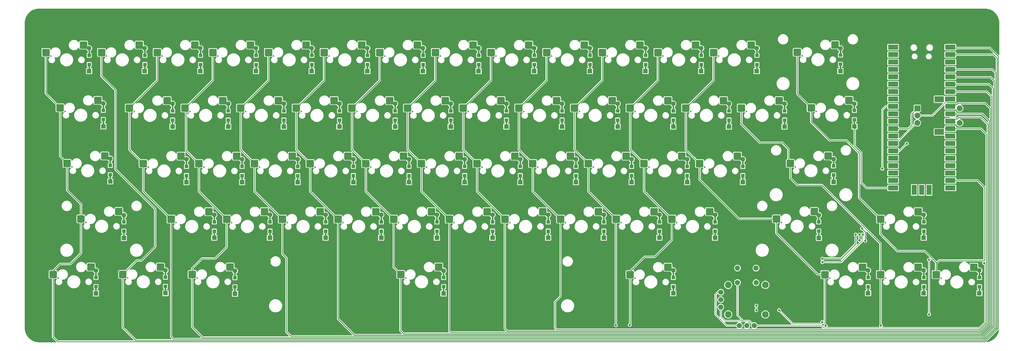
<source format=gbr>
G04 #@! TF.GenerationSoftware,KiCad,Pcbnew,7.0.6*
G04 #@! TF.CreationDate,2023-08-31T10:18:19-07:00*
G04 #@! TF.ProjectId,keyjoy,6b65796a-6f79-42e6-9b69-6361645f7063,rev?*
G04 #@! TF.SameCoordinates,Original*
G04 #@! TF.FileFunction,Copper,L2,Bot*
G04 #@! TF.FilePolarity,Positive*
%FSLAX46Y46*%
G04 Gerber Fmt 4.6, Leading zero omitted, Abs format (unit mm)*
G04 Created by KiCad (PCBNEW 7.0.6) date 2023-08-31 10:18:19*
%MOMM*%
%LPD*%
G01*
G04 APERTURE LIST*
G04 Aperture macros list*
%AMRoundRect*
0 Rectangle with rounded corners*
0 $1 Rounding radius*
0 $2 $3 $4 $5 $6 $7 $8 $9 X,Y pos of 4 corners*
0 Add a 4 corners polygon primitive as box body*
4,1,4,$2,$3,$4,$5,$6,$7,$8,$9,$2,$3,0*
0 Add four circle primitives for the rounded corners*
1,1,$1+$1,$2,$3*
1,1,$1+$1,$4,$5*
1,1,$1+$1,$6,$7*
1,1,$1+$1,$8,$9*
0 Add four rect primitives between the rounded corners*
20,1,$1+$1,$2,$3,$4,$5,0*
20,1,$1+$1,$4,$5,$6,$7,0*
20,1,$1+$1,$6,$7,$8,$9,0*
20,1,$1+$1,$8,$9,$2,$3,0*%
G04 Aperture macros list end*
G04 #@! TA.AperFunction,SMDPad,CuDef*
%ADD10RoundRect,0.250000X-1.025000X-1.000000X1.025000X-1.000000X1.025000X1.000000X-1.025000X1.000000X0*%
G04 #@! TD*
G04 #@! TA.AperFunction,ComponentPad*
%ADD11R,1.600000X1.600000*%
G04 #@! TD*
G04 #@! TA.AperFunction,SMDPad,CuDef*
%ADD12R,1.200000X1.200000*%
G04 #@! TD*
G04 #@! TA.AperFunction,SMDPad,CuDef*
%ADD13R,0.500000X2.500000*%
G04 #@! TD*
G04 #@! TA.AperFunction,ComponentPad*
%ADD14C,1.600000*%
G04 #@! TD*
G04 #@! TA.AperFunction,ComponentPad*
%ADD15C,1.778000*%
G04 #@! TD*
G04 #@! TA.AperFunction,ComponentPad*
%ADD16C,2.286000*%
G04 #@! TD*
G04 #@! TA.AperFunction,ComponentPad*
%ADD17R,2.000000X2.000000*%
G04 #@! TD*
G04 #@! TA.AperFunction,ComponentPad*
%ADD18C,2.000000*%
G04 #@! TD*
G04 #@! TA.AperFunction,ComponentPad*
%ADD19R,3.200000X2.000000*%
G04 #@! TD*
G04 #@! TA.AperFunction,ComponentPad*
%ADD20O,1.700000X1.700000*%
G04 #@! TD*
G04 #@! TA.AperFunction,SMDPad,CuDef*
%ADD21R,3.500000X1.700000*%
G04 #@! TD*
G04 #@! TA.AperFunction,ComponentPad*
%ADD22R,1.700000X1.700000*%
G04 #@! TD*
G04 #@! TA.AperFunction,SMDPad,CuDef*
%ADD23R,1.700000X3.500000*%
G04 #@! TD*
G04 #@! TA.AperFunction,ViaPad*
%ADD24C,0.800000*%
G04 #@! TD*
G04 #@! TA.AperFunction,Conductor*
%ADD25C,0.250000*%
G04 #@! TD*
G04 #@! TA.AperFunction,Conductor*
%ADD26C,0.200000*%
G04 #@! TD*
G04 APERTURE END LIST*
D10*
X237562590Y-224002334D03*
D11*
X252347590Y-230352334D03*
D12*
X252367590Y-228152334D03*
D13*
X252367590Y-229277334D03*
D10*
X250489590Y-221462334D03*
D14*
X252347590Y-222552334D03*
D13*
X252367590Y-223877334D03*
D12*
X252367590Y-225002334D03*
D10*
X275662590Y-224002334D03*
D11*
X290447590Y-230352334D03*
D12*
X290467590Y-228152334D03*
D13*
X290467590Y-229277334D03*
D10*
X288589590Y-221462334D03*
D14*
X290447590Y-222552334D03*
D13*
X290467590Y-223877334D03*
D12*
X290467590Y-225002334D03*
D10*
X285187590Y-204952334D03*
D11*
X299972590Y-211302334D03*
D12*
X299992590Y-209102334D03*
D13*
X299992590Y-210227334D03*
D10*
X298114590Y-202412334D03*
D14*
X299972590Y-203502334D03*
D13*
X299992590Y-204827334D03*
D12*
X299992590Y-205952334D03*
D10*
X175650090Y-166852334D03*
D11*
X190435090Y-173202334D03*
D12*
X190455090Y-171002334D03*
D13*
X190455090Y-172127334D03*
D10*
X188577090Y-164312334D03*
D14*
X190435090Y-165402334D03*
D13*
X190455090Y-166727334D03*
D12*
X190455090Y-167852334D03*
D10*
X413865090Y-166782334D03*
X426792090Y-164242334D03*
X189937590Y-204952334D03*
D11*
X204722590Y-211302334D03*
D12*
X204742590Y-209102334D03*
D13*
X204742590Y-210227334D03*
D10*
X202864590Y-202412334D03*
D14*
X204722590Y-203502334D03*
D13*
X204742590Y-204827334D03*
D12*
X204742590Y-205952334D03*
D10*
X304237590Y-204952334D03*
D11*
X319022590Y-211302334D03*
D12*
X319042590Y-209102334D03*
D13*
X319042590Y-210227334D03*
D10*
X317164590Y-202412334D03*
D14*
X319022590Y-203502334D03*
D13*
X319042590Y-204827334D03*
D12*
X319042590Y-205952334D03*
D10*
X318525090Y-185902334D03*
D11*
X333310090Y-192252334D03*
D12*
X333330090Y-190052334D03*
D13*
X333330090Y-191177334D03*
D10*
X331452090Y-183362334D03*
D14*
X333310090Y-184452334D03*
D13*
X333330090Y-185777334D03*
D12*
X333330090Y-186902334D03*
D10*
X182883840Y-242982334D03*
X195810840Y-240442334D03*
D15*
X393391235Y-240824521D03*
X399741235Y-240844321D03*
X393391235Y-245764521D03*
X399751235Y-245784521D03*
X394041235Y-260514521D03*
X396581235Y-260534521D03*
X399121235Y-260514521D03*
D16*
X390216235Y-246574521D03*
X390216235Y-256704521D03*
X402916235Y-256719321D03*
X402916235Y-246559321D03*
D15*
X387676235Y-249099321D03*
X387661235Y-251624521D03*
X387661235Y-254164521D03*
D10*
X442350090Y-243052334D03*
D11*
X457135090Y-249402334D03*
D12*
X457155090Y-247202334D03*
D13*
X457155090Y-248327334D03*
D10*
X455277090Y-240512334D03*
D14*
X457135090Y-241602334D03*
D13*
X457155090Y-242927334D03*
D12*
X457155090Y-244052334D03*
D10*
X461400090Y-243052334D03*
D11*
X476185090Y-249402334D03*
D12*
X476205090Y-247202334D03*
D13*
X476205090Y-248327334D03*
D10*
X474327090Y-240512334D03*
D14*
X476185090Y-241602334D03*
D13*
X476205090Y-242927334D03*
D12*
X476205090Y-244052334D03*
D10*
X163833840Y-204882334D03*
X176760840Y-202342334D03*
X385200090Y-166852334D03*
D11*
X399985090Y-173202334D03*
D12*
X400005090Y-171002334D03*
D13*
X400005090Y-172127334D03*
D10*
X398127090Y-164312334D03*
D14*
X399985090Y-165402334D03*
D13*
X400005090Y-166727334D03*
D12*
X400005090Y-167852334D03*
D10*
X206696340Y-242982334D03*
X219623340Y-240442334D03*
X313762590Y-224002334D03*
D11*
X328547590Y-230352334D03*
D12*
X328567590Y-228152334D03*
D13*
X328567590Y-229277334D03*
D10*
X326689590Y-221462334D03*
D14*
X328547590Y-222552334D03*
D13*
X328567590Y-223877334D03*
D12*
X328567590Y-225002334D03*
D10*
X411483840Y-204882334D03*
X424410840Y-202342334D03*
X406721340Y-223932334D03*
X419648340Y-221392334D03*
X278133840Y-242982334D03*
X291060840Y-240442334D03*
X251850090Y-166852334D03*
D11*
X266635090Y-173202334D03*
D12*
X266655090Y-171002334D03*
D13*
X266655090Y-172127334D03*
D10*
X264777090Y-164312334D03*
D14*
X266635090Y-165402334D03*
D13*
X266655090Y-166727334D03*
D12*
X266655090Y-167852334D03*
D10*
X218512590Y-224002334D03*
D11*
X233297590Y-230352334D03*
D12*
X233317590Y-228152334D03*
D13*
X233317590Y-229277334D03*
D10*
X231439590Y-221462334D03*
D14*
X233297590Y-222552334D03*
D13*
X233317590Y-223877334D03*
D12*
X233317590Y-225002334D03*
D10*
X351862590Y-224002334D03*
D11*
X366647590Y-230352334D03*
D12*
X366667590Y-228152334D03*
D13*
X366667590Y-229277334D03*
D10*
X364789590Y-221462334D03*
D14*
X366647590Y-222552334D03*
D13*
X366667590Y-223877334D03*
D12*
X366667590Y-225002334D03*
D10*
X213750090Y-166852334D03*
D11*
X228535090Y-173202334D03*
D12*
X228555090Y-171002334D03*
D13*
X228555090Y-172127334D03*
D10*
X226677090Y-164312334D03*
D14*
X228535090Y-165402334D03*
D13*
X228555090Y-166727334D03*
D12*
X228555090Y-167852334D03*
D10*
X270900090Y-166852334D03*
D11*
X285685090Y-173202334D03*
D12*
X285705090Y-171002334D03*
D13*
X285705090Y-172127334D03*
D10*
X283827090Y-164312334D03*
D14*
X285685090Y-165402334D03*
D13*
X285705090Y-166727334D03*
D12*
X285705090Y-167852334D03*
D10*
X161452590Y-185832334D03*
X174379590Y-183292334D03*
X294712590Y-224002334D03*
D11*
X309497590Y-230352334D03*
D12*
X309517590Y-228152334D03*
D13*
X309517590Y-229277334D03*
D10*
X307639590Y-221462334D03*
D14*
X309497590Y-222552334D03*
D13*
X309517590Y-223877334D03*
D12*
X309517590Y-225002334D03*
D10*
X356625090Y-243052334D03*
D11*
X371410090Y-249402334D03*
D12*
X371430090Y-247202334D03*
D13*
X371430090Y-248327334D03*
D10*
X369552090Y-240512334D03*
D14*
X371410090Y-241602334D03*
D13*
X371430090Y-242927334D03*
D12*
X371430090Y-244052334D03*
D10*
X380437590Y-204952334D03*
D11*
X395222590Y-211302334D03*
D12*
X395242590Y-209102334D03*
D13*
X395242590Y-210227334D03*
D10*
X393364590Y-202412334D03*
D14*
X395222590Y-203502334D03*
D13*
X395242590Y-204827334D03*
D12*
X395242590Y-205952334D03*
D10*
X332812590Y-224002334D03*
D11*
X347597590Y-230352334D03*
D12*
X347617590Y-228152334D03*
D13*
X347617590Y-229277334D03*
D10*
X345739590Y-221462334D03*
D14*
X347597590Y-222552334D03*
D13*
X347617590Y-223877334D03*
D12*
X347617590Y-225002334D03*
D10*
X256612590Y-224002334D03*
D11*
X271397590Y-230352334D03*
D12*
X271417590Y-228152334D03*
D13*
X271417590Y-229277334D03*
D10*
X269539590Y-221462334D03*
D14*
X271397590Y-222552334D03*
D13*
X271417590Y-223877334D03*
D12*
X271417590Y-225002334D03*
D10*
X442350090Y-224002334D03*
D11*
X457135090Y-230352334D03*
D12*
X457155090Y-228152334D03*
D13*
X457155090Y-229277334D03*
D10*
X455277090Y-221462334D03*
D14*
X457135090Y-222552334D03*
D13*
X457155090Y-223877334D03*
D12*
X457155090Y-225002334D03*
D10*
X309000090Y-166852334D03*
D11*
X323785090Y-173202334D03*
D12*
X323805090Y-171002334D03*
D13*
X323805090Y-172127334D03*
D10*
X321927090Y-164312334D03*
D14*
X323785090Y-165402334D03*
D13*
X323805090Y-166727334D03*
D12*
X323805090Y-167852334D03*
D10*
X159071340Y-242982334D03*
X171998340Y-240442334D03*
X156600090Y-166852334D03*
D11*
X171385090Y-173202334D03*
D12*
X171405090Y-171002334D03*
D13*
X171405090Y-172127334D03*
D10*
X169527090Y-164312334D03*
D14*
X171385090Y-165402334D03*
D13*
X171405090Y-166727334D03*
D12*
X171405090Y-167852334D03*
D17*
X454961348Y-186000862D03*
D18*
X454961348Y-191000862D03*
X454961348Y-188500862D03*
D19*
X462461348Y-182900862D03*
X462461348Y-194100862D03*
D18*
X469461348Y-191000862D03*
X469461348Y-186000862D03*
D10*
X242325090Y-185902334D03*
D11*
X257110090Y-192252334D03*
D12*
X257130090Y-190052334D03*
D13*
X257130090Y-191177334D03*
D10*
X255252090Y-183362334D03*
D14*
X257110090Y-184452334D03*
D13*
X257130090Y-185777334D03*
D12*
X257130090Y-186902334D03*
D10*
X356625090Y-185902334D03*
D11*
X371410090Y-192252334D03*
D12*
X371430090Y-190052334D03*
D13*
X371430090Y-191177334D03*
D10*
X369552090Y-183362334D03*
D14*
X371410090Y-184452334D03*
D13*
X371430090Y-185777334D03*
D12*
X371430090Y-186902334D03*
D10*
X204225090Y-185902334D03*
D11*
X219010090Y-192252334D03*
D12*
X219030090Y-190052334D03*
D13*
X219030090Y-191177334D03*
D10*
X217152090Y-183362334D03*
D14*
X219010090Y-184452334D03*
D13*
X219030090Y-185777334D03*
D12*
X219030090Y-186902334D03*
D10*
X280425090Y-185902334D03*
D11*
X295210090Y-192252334D03*
D12*
X295230090Y-190052334D03*
D13*
X295230090Y-191177334D03*
D10*
X293352090Y-183362334D03*
D14*
X295210090Y-184452334D03*
D13*
X295230090Y-185777334D03*
D12*
X295230090Y-186902334D03*
D10*
X323287590Y-204952334D03*
D11*
X338072590Y-211302334D03*
D12*
X338092590Y-209102334D03*
D13*
X338092590Y-210227334D03*
D10*
X336214590Y-202412334D03*
D14*
X338072590Y-203502334D03*
D13*
X338092590Y-204827334D03*
D12*
X338092590Y-205952334D03*
D10*
X347100090Y-166852334D03*
D11*
X361885090Y-173202334D03*
D12*
X361905090Y-171002334D03*
D13*
X361905090Y-172127334D03*
D10*
X360027090Y-164312334D03*
D14*
X361885090Y-165402334D03*
D13*
X361905090Y-166727334D03*
D12*
X361905090Y-167852334D03*
D10*
X266137590Y-204952334D03*
D11*
X280922590Y-211302334D03*
D12*
X280942590Y-209102334D03*
D13*
X280942590Y-210227334D03*
D10*
X279064590Y-202412334D03*
D14*
X280922590Y-203502334D03*
D13*
X280942590Y-204827334D03*
D12*
X280942590Y-205952334D03*
D10*
X342337590Y-204952334D03*
D11*
X357122590Y-211302334D03*
D12*
X357142590Y-209102334D03*
D13*
X357142590Y-210227334D03*
D10*
X355264590Y-202412334D03*
D14*
X357122590Y-203502334D03*
D13*
X357142590Y-204827334D03*
D12*
X357142590Y-205952334D03*
D10*
X199462590Y-224002334D03*
D11*
X214247590Y-230352334D03*
D12*
X214267590Y-228152334D03*
D13*
X214267590Y-229277334D03*
D10*
X212389590Y-221462334D03*
D14*
X214247590Y-222552334D03*
D13*
X214267590Y-223877334D03*
D12*
X214267590Y-225002334D03*
D10*
X328050090Y-166852334D03*
D11*
X342835090Y-173202334D03*
D12*
X342855090Y-171002334D03*
D13*
X342855090Y-172127334D03*
D10*
X340977090Y-164312334D03*
D14*
X342835090Y-165402334D03*
D13*
X342855090Y-166727334D03*
D12*
X342855090Y-167852334D03*
D10*
X232800090Y-166852334D03*
D11*
X247585090Y-173202334D03*
D12*
X247605090Y-171002334D03*
D13*
X247605090Y-172127334D03*
D10*
X245727090Y-164312334D03*
D14*
X247585090Y-165402334D03*
D13*
X247605090Y-166727334D03*
D12*
X247605090Y-167852334D03*
D10*
X370912590Y-224002334D03*
D11*
X385697590Y-230352334D03*
D12*
X385717590Y-228152334D03*
D13*
X385717590Y-229277334D03*
D10*
X383839590Y-221462334D03*
D14*
X385697590Y-222552334D03*
D13*
X385717590Y-223877334D03*
D12*
X385717590Y-225002334D03*
D10*
X208987590Y-204952334D03*
D11*
X223772590Y-211302334D03*
D12*
X223792590Y-209102334D03*
D13*
X223792590Y-210227334D03*
D10*
X221914590Y-202412334D03*
D14*
X223772590Y-203502334D03*
D13*
X223792590Y-204827334D03*
D12*
X223792590Y-205952334D03*
D10*
X337575090Y-185902334D03*
D11*
X352360090Y-192252334D03*
D12*
X352380090Y-190052334D03*
D13*
X352380090Y-191177334D03*
D10*
X350502090Y-183362334D03*
D14*
X352360090Y-184452334D03*
D13*
X352380090Y-185777334D03*
D12*
X352380090Y-186902334D03*
D10*
X247087590Y-204952334D03*
D11*
X261872590Y-211302334D03*
D12*
X261892590Y-209102334D03*
D13*
X261892590Y-210227334D03*
D10*
X260014590Y-202412334D03*
D14*
X261872590Y-203502334D03*
D13*
X261892590Y-204827334D03*
D12*
X261892590Y-205952334D03*
D10*
X375675090Y-185902334D03*
D11*
X390460090Y-192252334D03*
D12*
X390480090Y-190052334D03*
D13*
X390480090Y-191177334D03*
D10*
X388602090Y-183362334D03*
D14*
X390460090Y-184452334D03*
D13*
X390480090Y-185777334D03*
D12*
X390480090Y-186902334D03*
D10*
X423300090Y-243052334D03*
D11*
X438085090Y-249402334D03*
D12*
X438105090Y-247202334D03*
D13*
X438105090Y-248327334D03*
D10*
X436227090Y-240512334D03*
D14*
X438085090Y-241602334D03*
D13*
X438105090Y-242927334D03*
D12*
X438105090Y-244052334D03*
D10*
X168596340Y-223932334D03*
X181523340Y-221392334D03*
X418627590Y-185832334D03*
X431554590Y-183292334D03*
X299475090Y-185902334D03*
D11*
X314260090Y-192252334D03*
D12*
X314280090Y-190052334D03*
D13*
X314280090Y-191177334D03*
D10*
X312402090Y-183362334D03*
D14*
X314260090Y-184452334D03*
D13*
X314280090Y-185777334D03*
D12*
X314280090Y-186902334D03*
D10*
X185175090Y-185902334D03*
D11*
X199960090Y-192252334D03*
D12*
X199980090Y-190052334D03*
D13*
X199980090Y-191177334D03*
D10*
X198102090Y-183362334D03*
D14*
X199960090Y-184452334D03*
D13*
X199980090Y-185777334D03*
D12*
X199980090Y-186902334D03*
D10*
X361387590Y-204952334D03*
D11*
X376172590Y-211302334D03*
D12*
X376192590Y-209102334D03*
D13*
X376192590Y-210227334D03*
D10*
X374314590Y-202412334D03*
D14*
X376172590Y-203502334D03*
D13*
X376192590Y-204827334D03*
D12*
X376192590Y-205952334D03*
D10*
X223275090Y-185902334D03*
D11*
X238060090Y-192252334D03*
D12*
X238080090Y-190052334D03*
D13*
X238080090Y-191177334D03*
D10*
X236202090Y-183362334D03*
D14*
X238060090Y-184452334D03*
D13*
X238080090Y-185777334D03*
D12*
X238080090Y-186902334D03*
D10*
X289950090Y-166852334D03*
D11*
X304735090Y-173202334D03*
D12*
X304755090Y-171002334D03*
D13*
X304755090Y-172127334D03*
D10*
X302877090Y-164312334D03*
D14*
X304735090Y-165402334D03*
D13*
X304755090Y-166727334D03*
D12*
X304755090Y-167852334D03*
D10*
X194700090Y-166852334D03*
D11*
X209485090Y-173202334D03*
D12*
X209505090Y-171002334D03*
D13*
X209505090Y-172127334D03*
D10*
X207627090Y-164312334D03*
D14*
X209485090Y-165402334D03*
D13*
X209505090Y-166727334D03*
D12*
X209505090Y-167852334D03*
D10*
X228037590Y-204952334D03*
D11*
X242822590Y-211302334D03*
D12*
X242842590Y-209102334D03*
D13*
X242842590Y-210227334D03*
D10*
X240964590Y-202412334D03*
D14*
X242822590Y-203502334D03*
D13*
X242842590Y-204827334D03*
D12*
X242842590Y-205952334D03*
D10*
X394725090Y-185902334D03*
D11*
X409510090Y-192252334D03*
D12*
X409530090Y-190052334D03*
D13*
X409530090Y-191177334D03*
D10*
X407652090Y-183362334D03*
D14*
X409510090Y-184452334D03*
D13*
X409530090Y-185777334D03*
D12*
X409530090Y-186902334D03*
D10*
X261375090Y-185902334D03*
D11*
X276160090Y-192252334D03*
D12*
X276180090Y-190052334D03*
D13*
X276180090Y-191177334D03*
D10*
X274302090Y-183362334D03*
D14*
X276160090Y-184452334D03*
D13*
X276180090Y-185777334D03*
D12*
X276180090Y-186902334D03*
D10*
X366150090Y-166852334D03*
D11*
X380935090Y-173202334D03*
D12*
X380955090Y-171002334D03*
D13*
X380955090Y-172127334D03*
D10*
X379077090Y-164312334D03*
D14*
X380935090Y-165402334D03*
D13*
X380955090Y-166727334D03*
D12*
X380955090Y-167852334D03*
D11*
X428622763Y-173239635D03*
D13*
X428622763Y-172039635D03*
D12*
X428622763Y-170914635D03*
X428622763Y-167764635D03*
D13*
X428622763Y-166639635D03*
D14*
X428622763Y-165439635D03*
D11*
X433428817Y-192219003D03*
D13*
X433428817Y-191019003D03*
D12*
X433428817Y-189894003D03*
X433428817Y-186744003D03*
D13*
X433428817Y-185619003D03*
D14*
X433428817Y-184419003D03*
D11*
X197534122Y-249389286D03*
D13*
X197534122Y-248189286D03*
D12*
X197534122Y-247064286D03*
X197534122Y-243914286D03*
D13*
X197534122Y-242789286D03*
D14*
X197534122Y-241589286D03*
D11*
X183298640Y-230471413D03*
D13*
X183298640Y-229271413D03*
D12*
X183298640Y-228146413D03*
X183298640Y-224996413D03*
D13*
X183298640Y-223871413D03*
D14*
X183298640Y-222671413D03*
D11*
X421229467Y-230457573D03*
D13*
X421229467Y-229257573D03*
D12*
X421229467Y-228132573D03*
X421229467Y-224982573D03*
D13*
X421229467Y-223857573D03*
D14*
X421229467Y-222657573D03*
D11*
X173734708Y-249487226D03*
D13*
X173734708Y-248287226D03*
D12*
X173734708Y-247162226D03*
X173734708Y-244012226D03*
D13*
X173734708Y-242887226D03*
D14*
X173734708Y-241687226D03*
D11*
X176274940Y-192176878D03*
D13*
X176274940Y-190976878D03*
D12*
X176274940Y-189851878D03*
X176274940Y-186701878D03*
D13*
X176274940Y-185576878D03*
D14*
X176274940Y-184376878D03*
D11*
X292759326Y-249511273D03*
D13*
X292759326Y-248311273D03*
D12*
X292759326Y-247186273D03*
X292759326Y-244036273D03*
D13*
X292759326Y-242911273D03*
D14*
X292759326Y-241711273D03*
D20*
X465355420Y-165062046D03*
D21*
X466255420Y-165062046D03*
D20*
X465355420Y-167602046D03*
D21*
X466255420Y-167602046D03*
D22*
X465355420Y-170142046D03*
D21*
X466255420Y-170142046D03*
D20*
X465355420Y-172682046D03*
D21*
X466255420Y-172682046D03*
D20*
X465355420Y-175222046D03*
D21*
X466255420Y-175222046D03*
D20*
X465355420Y-177762046D03*
D21*
X466255420Y-177762046D03*
D20*
X465355420Y-180302046D03*
D21*
X466255420Y-180302046D03*
D22*
X465355420Y-182842046D03*
D21*
X466255420Y-182842046D03*
D20*
X465355420Y-185382046D03*
D21*
X466255420Y-185382046D03*
D20*
X465355420Y-187922046D03*
D21*
X466255420Y-187922046D03*
D20*
X465355420Y-190462046D03*
D21*
X466255420Y-190462046D03*
D20*
X465355420Y-193002046D03*
D21*
X466255420Y-193002046D03*
D22*
X465355420Y-195542046D03*
D21*
X466255420Y-195542046D03*
D20*
X465355420Y-198082046D03*
D21*
X466255420Y-198082046D03*
D20*
X465355420Y-200622046D03*
D21*
X466255420Y-200622046D03*
D20*
X465355420Y-203162046D03*
D21*
X466255420Y-203162046D03*
D20*
X465355420Y-205702046D03*
D21*
X466255420Y-205702046D03*
D22*
X465355420Y-208242046D03*
D21*
X466255420Y-208242046D03*
D20*
X465355420Y-210782046D03*
D21*
X466255420Y-210782046D03*
D20*
X465355420Y-213322046D03*
D21*
X466255420Y-213322046D03*
D20*
X447575420Y-213322046D03*
D21*
X446675420Y-213322046D03*
D20*
X447575420Y-210782046D03*
D21*
X446675420Y-210782046D03*
D22*
X447575420Y-208242046D03*
D21*
X446675420Y-208242046D03*
D20*
X447575420Y-205702046D03*
D21*
X446675420Y-205702046D03*
D20*
X447575420Y-203162046D03*
D21*
X446675420Y-203162046D03*
D20*
X447575420Y-200622046D03*
D21*
X446675420Y-200622046D03*
D20*
X447575420Y-198082046D03*
D21*
X446675420Y-198082046D03*
D22*
X447575420Y-195542046D03*
D21*
X446675420Y-195542046D03*
D20*
X447575420Y-193002046D03*
D21*
X446675420Y-193002046D03*
D20*
X447575420Y-190462046D03*
D21*
X446675420Y-190462046D03*
D20*
X447575420Y-187922046D03*
D21*
X446675420Y-187922046D03*
D20*
X447575420Y-185382046D03*
D21*
X446675420Y-185382046D03*
D22*
X447575420Y-182842046D03*
D21*
X446675420Y-182842046D03*
D20*
X447575420Y-180302046D03*
D21*
X446675420Y-180302046D03*
D20*
X447575420Y-177762046D03*
D21*
X446675420Y-177762046D03*
D20*
X447575420Y-175222046D03*
D21*
X446675420Y-175222046D03*
D20*
X447575420Y-172682046D03*
D21*
X446675420Y-172682046D03*
D22*
X447575420Y-170142046D03*
D21*
X446675420Y-170142046D03*
D20*
X447575420Y-167602046D03*
D21*
X446675420Y-167602046D03*
D20*
X447575420Y-165062046D03*
D21*
X446675420Y-165062046D03*
D20*
X459005420Y-213092046D03*
D23*
X459005420Y-213992046D03*
D22*
X456465420Y-213092046D03*
D23*
X456465420Y-213992046D03*
D20*
X453925420Y-213092046D03*
D23*
X453925420Y-213992046D03*
D11*
X178632497Y-211093286D03*
D13*
X178632497Y-209893286D03*
D12*
X178632497Y-208768286D03*
X178632497Y-205618286D03*
D13*
X178632497Y-204493286D03*
D14*
X178632497Y-203293286D03*
D11*
X426248888Y-211242680D03*
D13*
X426248888Y-210042680D03*
D12*
X426248888Y-208917680D03*
X426248888Y-205767680D03*
D13*
X426248888Y-204642680D03*
D14*
X426248888Y-203442680D03*
D11*
X221333537Y-249578170D03*
D13*
X221333537Y-248378170D03*
D12*
X221333537Y-247253170D03*
X221333537Y-244103170D03*
D13*
X221333537Y-242978170D03*
D14*
X221333537Y-241778170D03*
D24*
X399833588Y-255277268D03*
X477831591Y-239115289D03*
X458971576Y-256691151D03*
X435159763Y-229334123D03*
X458971278Y-237960126D03*
X356510874Y-260336811D03*
X436295625Y-229291367D03*
X399859494Y-253720071D03*
X351722987Y-260420871D03*
X442489791Y-260557690D03*
X407636597Y-255256908D03*
X437129667Y-231464561D03*
X436017347Y-227303857D03*
X422369568Y-259349400D03*
X442986466Y-206719335D03*
X451349925Y-198129009D03*
X435164942Y-231324013D03*
X422445669Y-238782218D03*
X423586099Y-260624889D03*
X422419015Y-237583623D03*
X433849492Y-229293445D03*
D25*
X299475090Y-185902334D02*
X299475090Y-200189834D01*
X435159763Y-231318834D02*
X435164942Y-231324013D01*
X175650090Y-174977474D02*
X180465369Y-179792753D01*
X159071340Y-264480648D02*
X160607841Y-266017149D01*
X289950090Y-176377334D02*
X280425090Y-185902334D01*
X180465369Y-179792753D02*
X180465369Y-206992085D01*
X465355420Y-180302046D02*
X478753328Y-180302046D01*
X437552605Y-213322046D02*
X447575420Y-213322046D01*
D26*
X454961348Y-191000862D02*
X454656604Y-191000862D01*
X421802916Y-259916052D02*
X422369568Y-259349400D01*
D25*
X475639915Y-210782046D02*
X465355420Y-210782046D01*
X206696340Y-240836254D02*
X206696340Y-242982334D01*
X200242866Y-265109390D02*
X477693267Y-265109390D01*
X204565036Y-200529780D02*
X208987590Y-204952334D01*
X477285897Y-187922046D02*
X465355420Y-187922046D01*
X442350090Y-229178145D02*
X442350090Y-224002334D01*
D26*
X442986466Y-206719335D02*
X442986466Y-186424771D01*
D25*
X481328274Y-260831819D02*
X477502509Y-264657584D01*
X342337590Y-214477334D02*
X351862590Y-224002334D01*
D26*
X393391235Y-256998713D02*
X395333441Y-258940919D01*
X387676235Y-249099321D02*
X387645460Y-249068546D01*
D25*
X251850090Y-176377334D02*
X242325090Y-185902334D01*
X465957187Y-184780279D02*
X465355420Y-185382046D01*
X237562590Y-235958296D02*
X238947630Y-237343336D01*
X461400090Y-243052334D02*
X461400090Y-239159611D01*
X479964968Y-186046908D02*
X478192575Y-184274515D01*
X423300090Y-243052334D02*
X420926286Y-243052334D01*
X185175090Y-185902334D02*
X185175090Y-200189834D01*
X214481459Y-237584357D02*
X209948237Y-237584357D01*
X442405842Y-260473741D02*
X442489791Y-260557690D01*
X366150090Y-176377334D02*
X356625090Y-185902334D01*
X482246800Y-261198082D02*
X477867168Y-265577714D01*
X160607841Y-266017149D02*
X478072983Y-266017149D01*
X480862135Y-179094885D02*
X479529296Y-177762046D01*
X433515221Y-198896029D02*
X435718870Y-201099678D01*
D26*
X454656604Y-191000862D02*
X447575420Y-198082046D01*
D25*
X356625090Y-243052334D02*
X356625090Y-260222595D01*
X461400090Y-243052334D02*
X461400090Y-238878375D01*
X238947630Y-262658429D02*
X240490768Y-264201567D01*
X318525090Y-200189834D02*
X323287590Y-204952334D01*
X479529296Y-177762046D02*
X465355420Y-177762046D01*
X213750090Y-176377334D02*
X204225090Y-185902334D01*
X156600090Y-180979834D02*
X161452590Y-185832334D01*
X266137590Y-204952334D02*
X266137590Y-214477334D01*
X278133840Y-242982334D02*
X278009149Y-243107025D01*
X365080057Y-236937382D02*
X361605173Y-236937382D01*
X480703463Y-172682046D02*
X465355420Y-172682046D01*
D26*
X387661235Y-257399876D02*
X389202278Y-258940919D01*
D25*
X366150090Y-166852334D02*
X366150090Y-176377334D01*
X477502509Y-264657584D02*
X210331155Y-264657584D01*
D26*
X389202278Y-258940919D02*
X395333441Y-258940919D01*
D25*
X262149163Y-263751840D02*
X256612590Y-258215267D01*
X477867168Y-265577714D02*
X187376389Y-265577714D01*
X361605173Y-236937382D02*
X356625090Y-241917465D01*
X156600090Y-166852334D02*
X156600090Y-180979834D01*
D26*
X386612343Y-249068546D02*
X385859217Y-249821672D01*
D25*
X328050090Y-166852334D02*
X328050090Y-176377334D01*
X294712590Y-224002334D02*
X294712590Y-262401982D01*
X332812590Y-224002334D02*
X332812590Y-250503689D01*
X370912590Y-224002334D02*
X370912590Y-231104849D01*
X375675090Y-185902334D02*
X375675090Y-200189834D01*
X477685861Y-238241086D02*
X477993673Y-237933274D01*
X385200090Y-176377334D02*
X375675090Y-185902334D01*
X442350090Y-243052334D02*
X442405842Y-243108086D01*
X240490768Y-264201567D02*
X477304037Y-264201567D01*
X482700943Y-261389189D02*
X482700943Y-168193472D01*
X187376389Y-265577714D02*
X182883840Y-261085165D01*
X480066882Y-175361433D02*
X481328274Y-176622825D01*
X413865090Y-166782334D02*
X413865090Y-181069834D01*
X289950090Y-166852334D02*
X289950090Y-176377334D01*
X468555609Y-189633988D02*
X466183478Y-189633988D01*
X218448028Y-233617788D02*
X214481459Y-237584357D01*
D26*
X444029191Y-185382046D02*
X447575420Y-185382046D01*
D25*
X361387590Y-214477334D02*
X370912590Y-224002334D01*
X479087272Y-259834029D02*
X479087272Y-191486340D01*
X318525090Y-185902334D02*
X318525090Y-200189834D01*
X413865090Y-181069834D02*
X418627590Y-185832334D01*
D26*
X395333441Y-258940919D02*
X397547633Y-258940919D01*
X387645460Y-249068546D02*
X386612343Y-249068546D01*
D25*
X247087590Y-214477334D02*
X256612590Y-224002334D01*
X411483840Y-209928276D02*
X413892662Y-212337098D01*
X406721340Y-228847388D02*
X406721340Y-223932334D01*
X465355420Y-175222046D02*
X465494807Y-175361433D01*
X479531911Y-190168060D02*
X477285897Y-187922046D01*
X204225090Y-185902334D02*
X204565036Y-186242280D01*
X420926286Y-243052334D02*
X406721340Y-228847388D01*
X423300090Y-260338880D02*
X423586099Y-260624889D01*
X469062408Y-189127189D02*
X468555609Y-189633988D01*
X256612590Y-258215267D02*
X256612590Y-224002334D01*
X393897008Y-223932334D02*
X406721340Y-223932334D01*
X418627590Y-190722675D02*
X424942390Y-197037475D01*
X347100090Y-166852334D02*
X347100090Y-176377334D01*
X280425090Y-200189834D02*
X285187590Y-204952334D01*
X430725846Y-197037475D02*
X435081277Y-201392906D01*
X309000090Y-166852334D02*
X309000090Y-176377334D01*
X465494807Y-175361433D02*
X480066882Y-175361433D01*
D26*
X476207589Y-261408371D02*
X478170538Y-259445422D01*
D25*
X209948237Y-237584357D02*
X206696340Y-240836254D01*
X351722987Y-224141937D02*
X351722987Y-260420871D01*
X457524922Y-235003207D02*
X448175152Y-235003207D01*
D26*
X460068333Y-188500862D02*
X465355420Y-183213775D01*
D25*
X453030530Y-191869296D02*
X453030530Y-187931680D01*
X433849492Y-229293445D02*
X433849492Y-232575210D01*
X218448028Y-224066896D02*
X218448028Y-233617788D01*
D26*
X419284458Y-259916052D02*
X421802916Y-259916052D01*
D25*
X462318615Y-238241086D02*
X477685861Y-238241086D01*
D26*
X385859217Y-249821672D02*
X385859217Y-256752150D01*
D25*
X476908811Y-263297570D02*
X479964968Y-260241413D01*
X299475090Y-200189834D02*
X304237590Y-204952334D01*
X228037590Y-214477334D02*
X237562590Y-224002334D01*
X435718870Y-201099678D02*
X435718870Y-211488311D01*
X481328274Y-176622825D02*
X481328274Y-260831819D01*
X351862590Y-224002334D02*
X351722987Y-224141937D01*
D26*
X478176066Y-259439894D02*
X478176066Y-258422838D01*
X451349925Y-198129009D02*
X448856888Y-200622046D01*
D25*
X278009149Y-262281697D02*
X279025022Y-263297570D01*
X313723215Y-261566057D02*
X314552336Y-262395178D01*
X380437590Y-210472916D02*
X393897008Y-223932334D01*
X223275090Y-200189834D02*
X228037590Y-204952334D01*
X182883840Y-261085165D02*
X182883840Y-242982334D01*
X482246800Y-168768727D02*
X482246800Y-261198082D01*
D26*
X442986466Y-186424771D02*
X444029191Y-185382046D01*
X422445669Y-238782218D02*
X428825759Y-238782218D01*
X448856888Y-200622046D02*
X447575420Y-200622046D01*
D25*
X337575090Y-200189834D02*
X342337590Y-204952334D01*
X480401972Y-181950690D02*
X480401972Y-260463562D01*
X189937590Y-204952334D02*
X189937590Y-214477334D01*
X251850090Y-166852334D02*
X251850090Y-176377334D01*
X482700943Y-168193472D02*
X479820455Y-165312984D01*
X337575090Y-185902334D02*
X337575090Y-200189834D01*
X294712590Y-262401982D02*
X295150980Y-262840372D01*
X204565036Y-186242280D02*
X204565036Y-200529780D01*
X478192575Y-184274515D02*
X468770015Y-184274515D01*
X385200090Y-166852334D02*
X385200090Y-176377334D01*
X461400090Y-238878375D02*
X457524922Y-235003207D01*
X451897780Y-193002046D02*
X453030530Y-191869296D01*
D26*
X436295625Y-231312352D02*
X436295625Y-229291367D01*
D25*
X480862135Y-260643469D02*
X480862135Y-179094885D01*
X435081277Y-216733521D02*
X442350090Y-224002334D01*
X411483840Y-204882334D02*
X411483840Y-209928276D01*
D26*
X422083629Y-260514521D02*
X422977479Y-261408371D01*
D25*
X332812590Y-250503689D02*
X330902350Y-252413929D01*
X408721959Y-197800884D02*
X410846906Y-199925831D01*
X375675090Y-200189834D02*
X380437590Y-204952334D01*
X270900090Y-176377334D02*
X261375090Y-185902334D01*
X328050090Y-176377334D02*
X318525090Y-185902334D01*
X478753328Y-180302046D02*
X480401972Y-181950690D01*
X168596340Y-223932334D02*
X168576735Y-223951939D01*
D26*
X458971576Y-237960424D02*
X458971278Y-237960126D01*
D25*
X194700090Y-166852334D02*
X194700090Y-176377334D01*
X356625090Y-260222595D02*
X356510874Y-260336811D01*
X223275090Y-185902334D02*
X223275090Y-200189834D01*
X418627590Y-185832334D02*
X418627590Y-190722675D01*
X242325090Y-185902334D02*
X242325090Y-200189834D01*
X208987590Y-204952334D02*
X208987590Y-214477334D01*
D26*
X399121235Y-260514521D02*
X422083629Y-260514521D01*
D25*
X477304037Y-264201567D02*
X480862135Y-260643469D01*
X168576735Y-235790126D02*
X164987934Y-239378927D01*
X347100090Y-176377334D02*
X337575090Y-185902334D01*
X447575420Y-193002046D02*
X451897780Y-193002046D01*
X237562590Y-224002334D02*
X237562590Y-235958296D01*
X223275090Y-185902334D02*
X232800090Y-176377334D01*
X356625090Y-200189834D02*
X361387590Y-204952334D01*
X424942390Y-197037475D02*
X430725846Y-197037475D01*
X189218195Y-238222136D02*
X187644038Y-238222136D01*
X313723215Y-224041709D02*
X313723215Y-261566057D01*
X442405842Y-243108086D02*
X442405842Y-257703439D01*
X356625090Y-241917465D02*
X356625090Y-243052334D01*
X479087272Y-191486340D02*
X476728121Y-189127189D01*
D26*
X478170538Y-259445422D02*
X478176066Y-259439894D01*
D25*
X161452590Y-185832334D02*
X161462098Y-185841842D01*
X401072147Y-197800884D02*
X408721959Y-197800884D01*
X313762590Y-224002334D02*
X313723215Y-224041709D01*
D26*
X399833588Y-253745977D02*
X399859494Y-253720071D01*
D25*
X477113694Y-263751840D02*
X262149163Y-263751840D01*
X423300090Y-243052334D02*
X423300090Y-260338880D01*
X433849492Y-232575210D02*
X428841079Y-237583623D01*
X481080119Y-167602046D02*
X482246800Y-168768727D01*
X280425090Y-185902334D02*
X280425090Y-200189834D01*
X199462590Y-264329114D02*
X200242866Y-265109390D01*
X477993673Y-237933274D02*
X477993673Y-213135804D01*
X410846906Y-199925831D02*
X410846906Y-204245400D01*
X442350090Y-232360570D02*
X442350090Y-243052334D01*
D26*
X397547633Y-258940919D02*
X399121235Y-260514521D01*
D25*
X479820455Y-165312984D02*
X465606358Y-165312984D01*
D26*
X431721984Y-235885993D02*
X436295625Y-231312352D01*
D25*
X465355420Y-167602046D02*
X481080119Y-167602046D01*
D26*
X387661235Y-254164521D02*
X387661235Y-257399876D01*
D25*
X218512590Y-224002334D02*
X218448028Y-224066896D01*
X331557226Y-261930818D02*
X476327127Y-261930818D01*
X453030530Y-187931680D02*
X454961348Y-186000862D01*
X433428817Y-192219003D02*
X433515221Y-192305407D01*
X247087590Y-204952334D02*
X247087590Y-214477334D01*
D26*
X465355420Y-183213775D02*
X465355420Y-182842046D01*
X454961348Y-188500862D02*
X460068333Y-188500862D01*
D25*
X476327127Y-261930818D02*
X478635298Y-259622647D01*
X468770015Y-184274515D02*
X468264251Y-184780279D01*
X478635298Y-194951965D02*
X476685379Y-193002046D01*
X208987590Y-214477334D02*
X218512590Y-224002334D01*
D26*
X399833588Y-255277268D02*
X399833588Y-253745977D01*
D25*
X194003263Y-220529979D02*
X194003263Y-233437068D01*
X356625090Y-185902334D02*
X356625090Y-200189834D01*
X342337590Y-204952334D02*
X342337590Y-214477334D01*
X210331155Y-264657584D02*
X206696340Y-261022769D01*
X261375090Y-200189834D02*
X266137590Y-204952334D01*
X194700090Y-176377334D02*
X185175090Y-185902334D01*
X168596340Y-218810150D02*
X168596340Y-223932334D01*
X185175090Y-200189834D02*
X189937590Y-204952334D01*
X476728121Y-189127189D02*
X469062408Y-189127189D01*
X159071340Y-241779233D02*
X161471646Y-239378927D01*
X413892662Y-212337098D02*
X422326618Y-212337098D01*
D26*
X407636597Y-255256908D02*
X412295741Y-259916052D01*
D25*
X479964968Y-260241413D02*
X479964968Y-186046908D01*
X476526123Y-262395178D02*
X479087272Y-259834029D01*
X481793392Y-261009265D02*
X481793392Y-173771975D01*
X232800090Y-176377334D02*
X232800090Y-166852334D01*
X433515221Y-192305407D02*
X433515221Y-198896029D01*
X410846906Y-204245400D02*
X411483840Y-204882334D01*
D26*
X412295741Y-259916052D02*
X419284458Y-259916052D01*
D25*
X466183478Y-189633988D02*
X465355420Y-190462046D01*
X168576735Y-223951939D02*
X168576735Y-235790126D01*
X213750090Y-166852334D02*
X213750090Y-176377334D01*
D26*
X478176066Y-239459764D02*
X477831591Y-239115289D01*
D25*
X206696340Y-261022769D02*
X206696340Y-242982334D01*
X476685379Y-193002046D02*
X465355420Y-193002046D01*
X189937590Y-214477334D02*
X199462590Y-224002334D01*
X435718870Y-211488311D02*
X437552605Y-213322046D01*
X422326618Y-212337098D02*
X442350090Y-232360570D01*
X481793392Y-173771975D02*
X480703463Y-172682046D01*
X270900090Y-166852334D02*
X270900090Y-176377334D01*
X361387590Y-204952334D02*
X361387590Y-214477334D01*
X380437590Y-204952334D02*
X380437590Y-210472916D01*
X448175152Y-235003207D02*
X442350090Y-229178145D01*
X461400090Y-239159611D02*
X462318615Y-238241086D01*
D26*
X385859217Y-256752150D02*
X389621588Y-260514521D01*
D25*
X330902350Y-252413929D02*
X330902350Y-261275942D01*
X435081277Y-201392906D02*
X435081277Y-216733521D01*
X194003263Y-233437068D02*
X189218195Y-238222136D01*
X266137590Y-214477334D02*
X275662590Y-224002334D01*
X323287590Y-204952334D02*
X323287590Y-214477334D01*
X159071340Y-242982334D02*
X159071340Y-264480648D01*
D26*
X458971576Y-256691151D02*
X458971576Y-237960424D01*
D25*
X238947630Y-237343336D02*
X238947630Y-262658429D01*
X478635298Y-259622647D02*
X478635298Y-194951965D01*
D26*
X422977479Y-261408371D02*
X476207589Y-261408371D01*
D25*
X163833840Y-204882334D02*
X163833840Y-214047650D01*
X175650090Y-166852334D02*
X175650090Y-174977474D01*
X164987934Y-239378927D02*
X161471646Y-239378927D01*
X309000090Y-176377334D02*
X299475090Y-185902334D01*
D26*
X393391235Y-245764521D02*
X393391235Y-256998713D01*
D25*
X161462098Y-185841842D02*
X161462098Y-202510592D01*
X478072983Y-266017149D02*
X482700943Y-261389189D01*
X468264251Y-184780279D02*
X465957187Y-184780279D01*
X242325090Y-200189834D02*
X247087590Y-204952334D01*
X163833840Y-214047650D02*
X168596340Y-218810150D01*
X477993673Y-213135804D02*
X475639915Y-210782046D01*
X477693267Y-265109390D02*
X481793392Y-261009265D01*
X285187590Y-204952334D02*
X285187590Y-214477334D01*
X476719424Y-262840372D02*
X479531911Y-260027885D01*
X295150980Y-262840372D02*
X476719424Y-262840372D01*
X261375090Y-185902334D02*
X261375090Y-200189834D01*
X479531911Y-260027885D02*
X479531911Y-190168060D01*
X275662590Y-240511084D02*
X278133840Y-242982334D01*
X394725090Y-191453827D02*
X401072147Y-197800884D01*
X278009149Y-243107025D02*
X278009149Y-262281697D01*
X437129667Y-228416177D02*
X437129667Y-231464561D01*
X199462590Y-224002334D02*
X199462590Y-264329114D01*
X304237590Y-204952334D02*
X304237590Y-214477334D01*
X187644038Y-238222136D02*
X182883840Y-242982334D01*
X370912590Y-231104849D02*
X365080057Y-236937382D01*
D26*
X389621588Y-260514521D02*
X394041235Y-260514521D01*
X428825759Y-238782218D02*
X431721984Y-235885993D01*
D25*
X442405842Y-257703439D02*
X442405842Y-260473741D01*
X285187590Y-214477334D02*
X294712590Y-224002334D01*
X159071340Y-242982334D02*
X159071340Y-241779233D01*
X275662590Y-224002334D02*
X275662590Y-240511084D01*
X435159763Y-229334123D02*
X435159763Y-231318834D01*
D26*
X478176066Y-258422838D02*
X478176066Y-239459764D01*
D25*
X428841079Y-237583623D02*
X422419015Y-237583623D01*
X436017347Y-227303857D02*
X437129667Y-228416177D01*
X480401972Y-260463562D02*
X477113694Y-263751840D01*
X161462098Y-202510592D02*
X163833840Y-204882334D01*
X180465369Y-206992085D02*
X194003263Y-220529979D01*
X465606358Y-165312984D02*
X465355420Y-165062046D01*
X314552336Y-262395178D02*
X476526123Y-262395178D01*
X228037590Y-204952334D02*
X228037590Y-214477334D01*
X394725090Y-185902334D02*
X394725090Y-191453827D01*
X279025022Y-263297570D02*
X476908811Y-263297570D01*
X323287590Y-214477334D02*
X332812590Y-224002334D01*
X330902350Y-261275942D02*
X331557226Y-261930818D01*
X304237590Y-214477334D02*
X313762590Y-224002334D01*
G04 #@! TA.AperFunction,NonConductor*
G36*
X415599100Y-167681394D02*
G01*
X415620695Y-167705642D01*
X415748050Y-167892437D01*
X415748060Y-167892450D01*
X415839654Y-167991164D01*
X415871326Y-168054705D01*
X415863617Y-168125282D01*
X415818975Y-168180487D01*
X415759268Y-168202295D01*
X415656129Y-168212144D01*
X415656114Y-168212147D01*
X415449876Y-168272704D01*
X415445459Y-168274981D01*
X415375744Y-168288409D01*
X415309836Y-168262015D01*
X415268660Y-168204178D01*
X415265290Y-168133262D01*
X415286864Y-168087477D01*
X415333886Y-168024665D01*
X415384181Y-167889817D01*
X415390590Y-167830207D01*
X415390589Y-167776618D01*
X415410590Y-167708501D01*
X415464245Y-167662007D01*
X415534518Y-167651902D01*
X415599100Y-167681394D01*
G37*
G04 #@! TD.AperFunction*
G04 #@! TA.AperFunction,NonConductor*
G36*
X386934100Y-167751394D02*
G01*
X386955695Y-167775642D01*
X387083050Y-167962437D01*
X387083060Y-167962450D01*
X387174654Y-168061164D01*
X387206326Y-168124705D01*
X387198617Y-168195282D01*
X387153975Y-168250487D01*
X387094268Y-168272295D01*
X386991129Y-168282144D01*
X386991114Y-168282147D01*
X386784876Y-168342704D01*
X386780459Y-168344981D01*
X386710744Y-168358409D01*
X386644836Y-168332015D01*
X386603660Y-168274178D01*
X386600290Y-168203262D01*
X386621864Y-168157477D01*
X386668886Y-168094665D01*
X386719181Y-167959817D01*
X386725590Y-167900207D01*
X386725589Y-167846618D01*
X386745590Y-167778501D01*
X386799245Y-167732007D01*
X386869518Y-167721902D01*
X386934100Y-167751394D01*
G37*
G04 #@! TD.AperFunction*
G04 #@! TA.AperFunction,NonConductor*
G36*
X329784100Y-167751394D02*
G01*
X329805695Y-167775642D01*
X329933050Y-167962437D01*
X329933060Y-167962450D01*
X330024654Y-168061164D01*
X330056326Y-168124705D01*
X330048617Y-168195282D01*
X330003975Y-168250487D01*
X329944268Y-168272295D01*
X329841129Y-168282144D01*
X329841114Y-168282147D01*
X329634876Y-168342704D01*
X329630459Y-168344981D01*
X329560744Y-168358409D01*
X329494836Y-168332015D01*
X329453660Y-168274178D01*
X329450290Y-168203262D01*
X329471864Y-168157477D01*
X329518886Y-168094665D01*
X329569181Y-167959817D01*
X329575590Y-167900207D01*
X329575589Y-167846618D01*
X329595590Y-167778501D01*
X329649245Y-167732007D01*
X329719518Y-167721902D01*
X329784100Y-167751394D01*
G37*
G04 #@! TD.AperFunction*
G04 #@! TA.AperFunction,NonConductor*
G36*
X310734100Y-167751394D02*
G01*
X310755695Y-167775642D01*
X310883050Y-167962437D01*
X310883060Y-167962450D01*
X310974654Y-168061164D01*
X311006326Y-168124705D01*
X310998617Y-168195282D01*
X310953975Y-168250487D01*
X310894268Y-168272295D01*
X310791129Y-168282144D01*
X310791114Y-168282147D01*
X310584876Y-168342704D01*
X310580459Y-168344981D01*
X310510744Y-168358409D01*
X310444836Y-168332015D01*
X310403660Y-168274178D01*
X310400290Y-168203262D01*
X310421864Y-168157477D01*
X310468886Y-168094665D01*
X310519181Y-167959817D01*
X310525590Y-167900207D01*
X310525589Y-167846618D01*
X310545590Y-167778501D01*
X310599245Y-167732007D01*
X310669518Y-167721902D01*
X310734100Y-167751394D01*
G37*
G04 #@! TD.AperFunction*
G04 #@! TA.AperFunction,NonConductor*
G36*
X291684100Y-167751394D02*
G01*
X291705695Y-167775642D01*
X291833050Y-167962437D01*
X291833060Y-167962450D01*
X291924654Y-168061164D01*
X291956326Y-168124705D01*
X291948617Y-168195282D01*
X291903975Y-168250487D01*
X291844268Y-168272295D01*
X291741129Y-168282144D01*
X291741114Y-168282147D01*
X291534876Y-168342704D01*
X291530459Y-168344981D01*
X291460744Y-168358409D01*
X291394836Y-168332015D01*
X291353660Y-168274178D01*
X291350290Y-168203262D01*
X291371864Y-168157477D01*
X291418886Y-168094665D01*
X291469181Y-167959817D01*
X291475590Y-167900207D01*
X291475589Y-167846618D01*
X291495590Y-167778501D01*
X291549245Y-167732007D01*
X291619518Y-167721902D01*
X291684100Y-167751394D01*
G37*
G04 #@! TD.AperFunction*
G04 #@! TA.AperFunction,NonConductor*
G36*
X272634100Y-167751394D02*
G01*
X272655695Y-167775642D01*
X272783050Y-167962437D01*
X272783060Y-167962450D01*
X272874654Y-168061164D01*
X272906326Y-168124705D01*
X272898617Y-168195282D01*
X272853975Y-168250487D01*
X272794268Y-168272295D01*
X272691129Y-168282144D01*
X272691114Y-168282147D01*
X272484876Y-168342704D01*
X272480459Y-168344981D01*
X272410744Y-168358409D01*
X272344836Y-168332015D01*
X272303660Y-168274178D01*
X272300290Y-168203262D01*
X272321864Y-168157477D01*
X272368886Y-168094665D01*
X272419181Y-167959817D01*
X272425590Y-167900207D01*
X272425589Y-167846618D01*
X272445590Y-167778501D01*
X272499245Y-167732007D01*
X272569518Y-167721902D01*
X272634100Y-167751394D01*
G37*
G04 #@! TD.AperFunction*
G04 #@! TA.AperFunction,NonConductor*
G36*
X253584100Y-167751394D02*
G01*
X253605695Y-167775642D01*
X253733050Y-167962437D01*
X253733060Y-167962450D01*
X253824654Y-168061164D01*
X253856326Y-168124705D01*
X253848617Y-168195282D01*
X253803975Y-168250487D01*
X253744268Y-168272295D01*
X253641129Y-168282144D01*
X253641114Y-168282147D01*
X253434876Y-168342704D01*
X253430459Y-168344981D01*
X253360744Y-168358409D01*
X253294836Y-168332015D01*
X253253660Y-168274178D01*
X253250290Y-168203262D01*
X253271864Y-168157477D01*
X253318886Y-168094665D01*
X253369181Y-167959817D01*
X253375590Y-167900207D01*
X253375589Y-167846618D01*
X253395590Y-167778501D01*
X253449245Y-167732007D01*
X253519518Y-167721902D01*
X253584100Y-167751394D01*
G37*
G04 #@! TD.AperFunction*
G04 #@! TA.AperFunction,NonConductor*
G36*
X234534100Y-167751394D02*
G01*
X234555695Y-167775642D01*
X234683050Y-167962437D01*
X234683060Y-167962450D01*
X234774654Y-168061164D01*
X234806326Y-168124705D01*
X234798617Y-168195282D01*
X234753975Y-168250487D01*
X234694268Y-168272295D01*
X234591129Y-168282144D01*
X234591114Y-168282147D01*
X234384876Y-168342704D01*
X234380459Y-168344981D01*
X234310744Y-168358409D01*
X234244836Y-168332015D01*
X234203660Y-168274178D01*
X234200290Y-168203262D01*
X234221864Y-168157477D01*
X234268886Y-168094665D01*
X234319181Y-167959817D01*
X234325590Y-167900207D01*
X234325589Y-167846618D01*
X234345590Y-167778501D01*
X234399245Y-167732007D01*
X234469518Y-167721902D01*
X234534100Y-167751394D01*
G37*
G04 #@! TD.AperFunction*
G04 #@! TA.AperFunction,NonConductor*
G36*
X215484100Y-167751394D02*
G01*
X215505695Y-167775642D01*
X215633050Y-167962437D01*
X215633060Y-167962450D01*
X215724654Y-168061164D01*
X215756326Y-168124705D01*
X215748617Y-168195282D01*
X215703975Y-168250487D01*
X215644268Y-168272295D01*
X215541129Y-168282144D01*
X215541114Y-168282147D01*
X215334876Y-168342704D01*
X215330459Y-168344981D01*
X215260744Y-168358409D01*
X215194836Y-168332015D01*
X215153660Y-168274178D01*
X215150290Y-168203262D01*
X215171864Y-168157477D01*
X215218886Y-168094665D01*
X215269181Y-167959817D01*
X215275590Y-167900207D01*
X215275589Y-167846618D01*
X215295590Y-167778501D01*
X215349245Y-167732007D01*
X215419518Y-167721902D01*
X215484100Y-167751394D01*
G37*
G04 #@! TD.AperFunction*
G04 #@! TA.AperFunction,NonConductor*
G36*
X196434100Y-167751394D02*
G01*
X196455695Y-167775642D01*
X196583050Y-167962437D01*
X196583060Y-167962450D01*
X196674654Y-168061164D01*
X196706326Y-168124705D01*
X196698617Y-168195282D01*
X196653975Y-168250487D01*
X196594268Y-168272295D01*
X196491129Y-168282144D01*
X196491114Y-168282147D01*
X196284876Y-168342704D01*
X196280459Y-168344981D01*
X196210744Y-168358409D01*
X196144836Y-168332015D01*
X196103660Y-168274178D01*
X196100290Y-168203262D01*
X196121864Y-168157477D01*
X196168886Y-168094665D01*
X196219181Y-167959817D01*
X196225590Y-167900207D01*
X196225589Y-167846618D01*
X196245590Y-167778501D01*
X196299245Y-167732007D01*
X196369518Y-167721902D01*
X196434100Y-167751394D01*
G37*
G04 #@! TD.AperFunction*
G04 #@! TA.AperFunction,NonConductor*
G36*
X177384100Y-167751394D02*
G01*
X177405695Y-167775642D01*
X177533050Y-167962437D01*
X177533060Y-167962450D01*
X177624654Y-168061164D01*
X177656326Y-168124705D01*
X177648617Y-168195282D01*
X177603975Y-168250487D01*
X177544268Y-168272295D01*
X177441129Y-168282144D01*
X177441114Y-168282147D01*
X177234876Y-168342704D01*
X177230459Y-168344981D01*
X177160744Y-168358409D01*
X177094836Y-168332015D01*
X177053660Y-168274178D01*
X177050290Y-168203262D01*
X177071864Y-168157477D01*
X177118886Y-168094665D01*
X177169181Y-167959817D01*
X177175590Y-167900207D01*
X177175589Y-167846618D01*
X177195590Y-167778501D01*
X177249245Y-167732007D01*
X177319518Y-167721902D01*
X177384100Y-167751394D01*
G37*
G04 #@! TD.AperFunction*
G04 #@! TA.AperFunction,NonConductor*
G36*
X158334100Y-167751394D02*
G01*
X158355695Y-167775642D01*
X158483050Y-167962437D01*
X158483060Y-167962450D01*
X158574654Y-168061164D01*
X158606326Y-168124705D01*
X158598617Y-168195282D01*
X158553975Y-168250487D01*
X158494268Y-168272295D01*
X158391129Y-168282144D01*
X158391114Y-168282147D01*
X158184876Y-168342704D01*
X158180459Y-168344981D01*
X158110744Y-168358409D01*
X158044836Y-168332015D01*
X158003660Y-168274178D01*
X158000290Y-168203262D01*
X158021864Y-168157477D01*
X158068886Y-168094665D01*
X158119181Y-167959817D01*
X158125590Y-167900207D01*
X158125589Y-167846618D01*
X158145590Y-167778501D01*
X158199245Y-167732007D01*
X158269518Y-167721902D01*
X158334100Y-167751394D01*
G37*
G04 #@! TD.AperFunction*
G04 #@! TA.AperFunction,NonConductor*
G36*
X420361600Y-186731394D02*
G01*
X420383195Y-186755642D01*
X420510550Y-186942437D01*
X420510560Y-186942450D01*
X420602154Y-187041164D01*
X420633826Y-187104705D01*
X420626117Y-187175282D01*
X420581475Y-187230487D01*
X420521768Y-187252295D01*
X420418629Y-187262144D01*
X420418614Y-187262147D01*
X420212376Y-187322704D01*
X420207959Y-187324981D01*
X420138244Y-187338409D01*
X420072336Y-187312015D01*
X420031160Y-187254178D01*
X420027790Y-187183262D01*
X420049364Y-187137477D01*
X420096386Y-187074665D01*
X420146681Y-186939817D01*
X420153090Y-186880207D01*
X420153089Y-186826618D01*
X420173090Y-186758501D01*
X420226745Y-186712007D01*
X420297018Y-186701902D01*
X420361600Y-186731394D01*
G37*
G04 #@! TD.AperFunction*
G04 #@! TA.AperFunction,NonConductor*
G36*
X163186600Y-186731394D02*
G01*
X163208195Y-186755642D01*
X163335550Y-186942437D01*
X163335560Y-186942450D01*
X163427154Y-187041164D01*
X163458826Y-187104705D01*
X163451117Y-187175282D01*
X163406475Y-187230487D01*
X163346768Y-187252295D01*
X163243629Y-187262144D01*
X163243614Y-187262147D01*
X163037376Y-187322704D01*
X163032959Y-187324981D01*
X162963244Y-187338409D01*
X162897336Y-187312015D01*
X162856160Y-187254178D01*
X162852790Y-187183262D01*
X162874364Y-187137477D01*
X162921386Y-187074665D01*
X162971681Y-186939817D01*
X162978090Y-186880207D01*
X162978089Y-186826618D01*
X162998090Y-186758501D01*
X163051745Y-186712007D01*
X163122018Y-186701902D01*
X163186600Y-186731394D01*
G37*
G04 #@! TD.AperFunction*
G04 #@! TA.AperFunction,NonConductor*
G36*
X396459100Y-186801394D02*
G01*
X396480695Y-186825642D01*
X396608050Y-187012437D01*
X396608060Y-187012450D01*
X396699654Y-187111164D01*
X396731326Y-187174705D01*
X396723617Y-187245282D01*
X396678975Y-187300487D01*
X396619268Y-187322295D01*
X396516129Y-187332144D01*
X396516114Y-187332147D01*
X396309876Y-187392704D01*
X396305459Y-187394981D01*
X396235744Y-187408409D01*
X396169836Y-187382015D01*
X396128660Y-187324178D01*
X396125290Y-187253262D01*
X396146864Y-187207477D01*
X396193886Y-187144665D01*
X396244181Y-187009817D01*
X396250590Y-186950207D01*
X396250589Y-186896618D01*
X396270590Y-186828501D01*
X396324245Y-186782007D01*
X396394518Y-186771902D01*
X396459100Y-186801394D01*
G37*
G04 #@! TD.AperFunction*
G04 #@! TA.AperFunction,NonConductor*
G36*
X377409100Y-186801394D02*
G01*
X377430695Y-186825642D01*
X377558050Y-187012437D01*
X377558060Y-187012450D01*
X377649654Y-187111164D01*
X377681326Y-187174705D01*
X377673617Y-187245282D01*
X377628975Y-187300487D01*
X377569268Y-187322295D01*
X377466129Y-187332144D01*
X377466114Y-187332147D01*
X377259876Y-187392704D01*
X377255459Y-187394981D01*
X377185744Y-187408409D01*
X377119836Y-187382015D01*
X377078660Y-187324178D01*
X377075290Y-187253262D01*
X377096864Y-187207477D01*
X377143886Y-187144665D01*
X377194181Y-187009817D01*
X377200590Y-186950207D01*
X377200589Y-186896618D01*
X377220590Y-186828501D01*
X377274245Y-186782007D01*
X377344518Y-186771902D01*
X377409100Y-186801394D01*
G37*
G04 #@! TD.AperFunction*
G04 #@! TA.AperFunction,NonConductor*
G36*
X320259100Y-186801394D02*
G01*
X320280695Y-186825642D01*
X320408050Y-187012437D01*
X320408060Y-187012450D01*
X320499654Y-187111164D01*
X320531326Y-187174705D01*
X320523617Y-187245282D01*
X320478975Y-187300487D01*
X320419268Y-187322295D01*
X320316129Y-187332144D01*
X320316114Y-187332147D01*
X320109876Y-187392704D01*
X320105459Y-187394981D01*
X320035744Y-187408409D01*
X319969836Y-187382015D01*
X319928660Y-187324178D01*
X319925290Y-187253262D01*
X319946864Y-187207477D01*
X319993886Y-187144665D01*
X320044181Y-187009817D01*
X320050590Y-186950207D01*
X320050589Y-186896618D01*
X320070590Y-186828501D01*
X320124245Y-186782007D01*
X320194518Y-186771902D01*
X320259100Y-186801394D01*
G37*
G04 #@! TD.AperFunction*
G04 #@! TA.AperFunction,NonConductor*
G36*
X301209100Y-186801394D02*
G01*
X301230695Y-186825642D01*
X301358050Y-187012437D01*
X301358060Y-187012450D01*
X301449654Y-187111164D01*
X301481326Y-187174705D01*
X301473617Y-187245282D01*
X301428975Y-187300487D01*
X301369268Y-187322295D01*
X301266129Y-187332144D01*
X301266114Y-187332147D01*
X301059876Y-187392704D01*
X301055459Y-187394981D01*
X300985744Y-187408409D01*
X300919836Y-187382015D01*
X300878660Y-187324178D01*
X300875290Y-187253262D01*
X300896864Y-187207477D01*
X300943886Y-187144665D01*
X300994181Y-187009817D01*
X301000590Y-186950207D01*
X301000589Y-186896618D01*
X301020590Y-186828501D01*
X301074245Y-186782007D01*
X301144518Y-186771902D01*
X301209100Y-186801394D01*
G37*
G04 #@! TD.AperFunction*
G04 #@! TA.AperFunction,NonConductor*
G36*
X282159100Y-186801394D02*
G01*
X282180695Y-186825642D01*
X282308050Y-187012437D01*
X282308060Y-187012450D01*
X282399654Y-187111164D01*
X282431326Y-187174705D01*
X282423617Y-187245282D01*
X282378975Y-187300487D01*
X282319268Y-187322295D01*
X282216129Y-187332144D01*
X282216114Y-187332147D01*
X282009876Y-187392704D01*
X282005459Y-187394981D01*
X281935744Y-187408409D01*
X281869836Y-187382015D01*
X281828660Y-187324178D01*
X281825290Y-187253262D01*
X281846864Y-187207477D01*
X281893886Y-187144665D01*
X281944181Y-187009817D01*
X281950590Y-186950207D01*
X281950589Y-186896618D01*
X281970590Y-186828501D01*
X282024245Y-186782007D01*
X282094518Y-186771902D01*
X282159100Y-186801394D01*
G37*
G04 #@! TD.AperFunction*
G04 #@! TA.AperFunction,NonConductor*
G36*
X263109100Y-186801394D02*
G01*
X263130695Y-186825642D01*
X263258050Y-187012437D01*
X263258060Y-187012450D01*
X263349654Y-187111164D01*
X263381326Y-187174705D01*
X263373617Y-187245282D01*
X263328975Y-187300487D01*
X263269268Y-187322295D01*
X263166129Y-187332144D01*
X263166114Y-187332147D01*
X262959876Y-187392704D01*
X262955459Y-187394981D01*
X262885744Y-187408409D01*
X262819836Y-187382015D01*
X262778660Y-187324178D01*
X262775290Y-187253262D01*
X262796864Y-187207477D01*
X262843886Y-187144665D01*
X262894181Y-187009817D01*
X262900590Y-186950207D01*
X262900589Y-186896618D01*
X262920590Y-186828501D01*
X262974245Y-186782007D01*
X263044518Y-186771902D01*
X263109100Y-186801394D01*
G37*
G04 #@! TD.AperFunction*
G04 #@! TA.AperFunction,NonConductor*
G36*
X244059100Y-186801394D02*
G01*
X244080695Y-186825642D01*
X244208050Y-187012437D01*
X244208060Y-187012450D01*
X244299654Y-187111164D01*
X244331326Y-187174705D01*
X244323617Y-187245282D01*
X244278975Y-187300487D01*
X244219268Y-187322295D01*
X244116129Y-187332144D01*
X244116114Y-187332147D01*
X243909876Y-187392704D01*
X243905459Y-187394981D01*
X243835744Y-187408409D01*
X243769836Y-187382015D01*
X243728660Y-187324178D01*
X243725290Y-187253262D01*
X243746864Y-187207477D01*
X243793886Y-187144665D01*
X243844181Y-187009817D01*
X243850590Y-186950207D01*
X243850589Y-186896618D01*
X243870590Y-186828501D01*
X243924245Y-186782007D01*
X243994518Y-186771902D01*
X244059100Y-186801394D01*
G37*
G04 #@! TD.AperFunction*
G04 #@! TA.AperFunction,NonConductor*
G36*
X225009100Y-186801394D02*
G01*
X225030695Y-186825642D01*
X225158050Y-187012437D01*
X225158060Y-187012450D01*
X225249654Y-187111164D01*
X225281326Y-187174705D01*
X225273617Y-187245282D01*
X225228975Y-187300487D01*
X225169268Y-187322295D01*
X225066129Y-187332144D01*
X225066114Y-187332147D01*
X224859876Y-187392704D01*
X224855459Y-187394981D01*
X224785744Y-187408409D01*
X224719836Y-187382015D01*
X224678660Y-187324178D01*
X224675290Y-187253262D01*
X224696864Y-187207477D01*
X224743886Y-187144665D01*
X224794181Y-187009817D01*
X224800590Y-186950207D01*
X224800589Y-186896618D01*
X224820590Y-186828501D01*
X224874245Y-186782007D01*
X224944518Y-186771902D01*
X225009100Y-186801394D01*
G37*
G04 #@! TD.AperFunction*
G04 #@! TA.AperFunction,NonConductor*
G36*
X205959100Y-186801394D02*
G01*
X205980695Y-186825642D01*
X206108050Y-187012437D01*
X206108060Y-187012450D01*
X206199654Y-187111164D01*
X206231326Y-187174705D01*
X206223617Y-187245282D01*
X206178975Y-187300487D01*
X206119268Y-187322295D01*
X206016129Y-187332144D01*
X206016114Y-187332147D01*
X205809876Y-187392704D01*
X205805459Y-187394981D01*
X205735744Y-187408409D01*
X205669836Y-187382015D01*
X205628660Y-187324178D01*
X205625290Y-187253262D01*
X205646864Y-187207477D01*
X205693886Y-187144665D01*
X205744181Y-187009817D01*
X205750590Y-186950207D01*
X205750589Y-186896618D01*
X205770590Y-186828501D01*
X205824245Y-186782007D01*
X205894518Y-186771902D01*
X205959100Y-186801394D01*
G37*
G04 #@! TD.AperFunction*
G04 #@! TA.AperFunction,NonConductor*
G36*
X186909100Y-186801394D02*
G01*
X186930695Y-186825642D01*
X187058050Y-187012437D01*
X187058060Y-187012450D01*
X187149654Y-187111164D01*
X187181326Y-187174705D01*
X187173617Y-187245282D01*
X187128975Y-187300487D01*
X187069268Y-187322295D01*
X186966129Y-187332144D01*
X186966114Y-187332147D01*
X186759876Y-187392704D01*
X186755459Y-187394981D01*
X186685744Y-187408409D01*
X186619836Y-187382015D01*
X186578660Y-187324178D01*
X186575290Y-187253262D01*
X186596864Y-187207477D01*
X186643886Y-187144665D01*
X186694181Y-187009817D01*
X186700590Y-186950207D01*
X186700589Y-186896618D01*
X186720590Y-186828501D01*
X186774245Y-186782007D01*
X186844518Y-186771902D01*
X186909100Y-186801394D01*
G37*
G04 #@! TD.AperFunction*
G04 #@! TA.AperFunction,NonConductor*
G36*
X205433426Y-187408388D02*
G01*
X205485388Y-187456768D01*
X205502945Y-187525559D01*
X205480523Y-187592922D01*
X205454914Y-187620102D01*
X205449874Y-187624064D01*
X205449867Y-187624071D01*
X205309113Y-187786511D01*
X205309112Y-187786512D01*
X205201642Y-187972656D01*
X205201641Y-187972659D01*
X205185606Y-188018989D01*
X205144424Y-188076821D01*
X205078513Y-188103208D01*
X205008799Y-188089771D01*
X204957417Y-188040778D01*
X204940536Y-187977778D01*
X204940536Y-187528833D01*
X204960538Y-187460712D01*
X205014194Y-187414219D01*
X205066536Y-187402833D01*
X205297955Y-187402833D01*
X205297962Y-187402833D01*
X205338641Y-187398460D01*
X205363558Y-187395782D01*
X205433426Y-187408388D01*
G37*
G04 #@! TD.AperFunction*
G04 #@! TA.AperFunction,NonConductor*
G36*
X477146291Y-188317548D02*
G01*
X477167265Y-188334451D01*
X479119507Y-190286693D01*
X479153531Y-190349003D01*
X479156411Y-190375786D01*
X479156411Y-190720251D01*
X479136409Y-190788372D01*
X479082753Y-190834865D01*
X479012479Y-190844969D01*
X478947899Y-190815475D01*
X478941316Y-190809346D01*
X477030417Y-188898447D01*
X477014030Y-188878269D01*
X477008204Y-188869352D01*
X477004067Y-188866132D01*
X476980232Y-188847581D01*
X476974389Y-188842419D01*
X476971639Y-188839669D01*
X476971637Y-188839667D01*
X476952625Y-188826094D01*
X476941567Y-188817487D01*
X476909310Y-188792380D01*
X476909307Y-188792379D01*
X476909305Y-188792377D01*
X476902398Y-188788639D01*
X476895321Y-188785179D01*
X476842717Y-188769518D01*
X476831930Y-188765815D01*
X476790781Y-188751689D01*
X476790780Y-188751689D01*
X476790777Y-188751688D01*
X476783035Y-188750396D01*
X476775208Y-188749420D01*
X476720365Y-188751689D01*
X469114419Y-188751689D01*
X469088560Y-188749007D01*
X469078137Y-188746821D01*
X469054044Y-188749825D01*
X469042971Y-188751205D01*
X469035182Y-188751689D01*
X469031290Y-188751689D01*
X469015942Y-188754250D01*
X469008267Y-188755531D01*
X468990174Y-188757786D01*
X468953786Y-188762322D01*
X468953783Y-188762322D01*
X468953782Y-188762323D01*
X468953781Y-188762323D01*
X468946237Y-188764569D01*
X468938799Y-188767123D01*
X468890530Y-188793244D01*
X468841199Y-188817361D01*
X468834796Y-188821932D01*
X468828583Y-188826769D01*
X468828582Y-188826769D01*
X468828582Y-188826770D01*
X468791400Y-188867159D01*
X468436974Y-189221584D01*
X468374664Y-189255608D01*
X468347881Y-189258488D01*
X468123233Y-189258488D01*
X468055112Y-189238486D01*
X468008619Y-189184830D01*
X467998515Y-189114556D01*
X468028009Y-189049976D01*
X468087735Y-189011592D01*
X468098651Y-189008909D01*
X468100028Y-189008634D01*
X468103160Y-189008012D01*
X468186021Y-188952647D01*
X468241386Y-188869786D01*
X468255920Y-188796720D01*
X468255920Y-188423546D01*
X468275922Y-188355425D01*
X468329578Y-188308932D01*
X468381920Y-188297546D01*
X477078170Y-188297546D01*
X477146291Y-188317548D01*
G37*
G04 #@! TD.AperFunction*
G04 #@! TA.AperFunction,NonConductor*
G36*
X453724212Y-187873200D02*
G01*
X453781048Y-187915747D01*
X453805859Y-187982267D01*
X453794375Y-188044505D01*
X453781776Y-188071523D01*
X453781772Y-188071533D01*
X453753841Y-188175775D01*
X453725141Y-188282885D01*
X453706071Y-188500862D01*
X453725141Y-188718839D01*
X453751574Y-188817487D01*
X453781772Y-188930190D01*
X453781774Y-188930195D01*
X453874246Y-189128501D01*
X453970926Y-189266575D01*
X453999750Y-189307739D01*
X454154471Y-189462460D01*
X454333709Y-189587964D01*
X454438153Y-189636667D01*
X454491438Y-189683584D01*
X454510899Y-189751862D01*
X454490357Y-189819821D01*
X454438153Y-189865057D01*
X454333706Y-189913761D01*
X454154479Y-190039257D01*
X454154468Y-190039266D01*
X453999752Y-190193982D01*
X453999743Y-190193993D01*
X453874247Y-190373220D01*
X453781774Y-190571529D01*
X453781772Y-190571533D01*
X453753313Y-190677745D01*
X453725141Y-190782885D01*
X453708203Y-190976492D01*
X453706071Y-191000862D01*
X453725141Y-191218842D01*
X453752340Y-191320348D01*
X453750650Y-191391324D01*
X453719728Y-191442054D01*
X453621125Y-191540657D01*
X453558813Y-191574683D01*
X453487998Y-191569618D01*
X453431162Y-191527071D01*
X453406351Y-191460551D01*
X453406030Y-191451562D01*
X453406030Y-188139406D01*
X453426032Y-188071285D01*
X453442930Y-188050316D01*
X453591087Y-187902159D01*
X453653397Y-187868135D01*
X453724212Y-187873200D01*
G37*
G04 #@! TD.AperFunction*
G04 #@! TA.AperFunction,NonConductor*
G36*
X413217850Y-205781394D02*
G01*
X413239445Y-205805642D01*
X413366800Y-205992437D01*
X413366810Y-205992450D01*
X413458404Y-206091164D01*
X413490076Y-206154705D01*
X413482367Y-206225282D01*
X413437725Y-206280487D01*
X413378018Y-206302295D01*
X413274879Y-206312144D01*
X413274864Y-206312147D01*
X413068626Y-206372704D01*
X413064209Y-206374981D01*
X412994494Y-206388409D01*
X412928586Y-206362015D01*
X412887410Y-206304178D01*
X412884040Y-206233262D01*
X412905614Y-206187477D01*
X412952636Y-206124665D01*
X413002931Y-205989817D01*
X413009340Y-205930207D01*
X413009339Y-205876618D01*
X413029340Y-205808501D01*
X413082995Y-205762007D01*
X413153268Y-205751902D01*
X413217850Y-205781394D01*
G37*
G04 #@! TD.AperFunction*
G04 #@! TA.AperFunction,NonConductor*
G36*
X165567850Y-205781394D02*
G01*
X165589445Y-205805642D01*
X165716800Y-205992437D01*
X165716810Y-205992450D01*
X165808404Y-206091164D01*
X165840076Y-206154705D01*
X165832367Y-206225282D01*
X165787725Y-206280487D01*
X165728018Y-206302295D01*
X165624879Y-206312144D01*
X165624864Y-206312147D01*
X165418626Y-206372704D01*
X165414209Y-206374981D01*
X165344494Y-206388409D01*
X165278586Y-206362015D01*
X165237410Y-206304178D01*
X165234040Y-206233262D01*
X165255614Y-206187477D01*
X165302636Y-206124665D01*
X165352931Y-205989817D01*
X165359340Y-205930207D01*
X165359339Y-205876618D01*
X165379340Y-205808501D01*
X165432995Y-205762007D01*
X165503268Y-205751902D01*
X165567850Y-205781394D01*
G37*
G04 #@! TD.AperFunction*
G04 #@! TA.AperFunction,NonConductor*
G36*
X382171600Y-205851394D02*
G01*
X382193195Y-205875642D01*
X382320550Y-206062437D01*
X382320560Y-206062450D01*
X382412154Y-206161164D01*
X382443826Y-206224705D01*
X382436117Y-206295282D01*
X382391475Y-206350487D01*
X382331768Y-206372295D01*
X382228629Y-206382144D01*
X382228614Y-206382147D01*
X382022376Y-206442704D01*
X382017959Y-206444981D01*
X381948244Y-206458409D01*
X381882336Y-206432015D01*
X381841160Y-206374178D01*
X381837790Y-206303262D01*
X381859364Y-206257477D01*
X381906386Y-206194665D01*
X381956681Y-206059817D01*
X381963090Y-206000207D01*
X381963089Y-205946618D01*
X381983090Y-205878501D01*
X382036745Y-205832007D01*
X382107018Y-205821902D01*
X382171600Y-205851394D01*
G37*
G04 #@! TD.AperFunction*
G04 #@! TA.AperFunction,NonConductor*
G36*
X325021600Y-205851394D02*
G01*
X325043195Y-205875642D01*
X325170550Y-206062437D01*
X325170560Y-206062450D01*
X325262154Y-206161164D01*
X325293826Y-206224705D01*
X325286117Y-206295282D01*
X325241475Y-206350487D01*
X325181768Y-206372295D01*
X325078629Y-206382144D01*
X325078614Y-206382147D01*
X324872376Y-206442704D01*
X324867959Y-206444981D01*
X324798244Y-206458409D01*
X324732336Y-206432015D01*
X324691160Y-206374178D01*
X324687790Y-206303262D01*
X324709364Y-206257477D01*
X324756386Y-206194665D01*
X324806681Y-206059817D01*
X324813090Y-206000207D01*
X324813089Y-205946618D01*
X324833090Y-205878501D01*
X324886745Y-205832007D01*
X324957018Y-205821902D01*
X325021600Y-205851394D01*
G37*
G04 #@! TD.AperFunction*
G04 #@! TA.AperFunction,NonConductor*
G36*
X305971600Y-205851394D02*
G01*
X305993195Y-205875642D01*
X306120550Y-206062437D01*
X306120560Y-206062450D01*
X306212154Y-206161164D01*
X306243826Y-206224705D01*
X306236117Y-206295282D01*
X306191475Y-206350487D01*
X306131768Y-206372295D01*
X306028629Y-206382144D01*
X306028614Y-206382147D01*
X305822376Y-206442704D01*
X305817959Y-206444981D01*
X305748244Y-206458409D01*
X305682336Y-206432015D01*
X305641160Y-206374178D01*
X305637790Y-206303262D01*
X305659364Y-206257477D01*
X305706386Y-206194665D01*
X305756681Y-206059817D01*
X305763090Y-206000207D01*
X305763089Y-205946618D01*
X305783090Y-205878501D01*
X305836745Y-205832007D01*
X305907018Y-205821902D01*
X305971600Y-205851394D01*
G37*
G04 #@! TD.AperFunction*
G04 #@! TA.AperFunction,NonConductor*
G36*
X286921600Y-205851394D02*
G01*
X286943195Y-205875642D01*
X287070550Y-206062437D01*
X287070560Y-206062450D01*
X287162154Y-206161164D01*
X287193826Y-206224705D01*
X287186117Y-206295282D01*
X287141475Y-206350487D01*
X287081768Y-206372295D01*
X286978629Y-206382144D01*
X286978614Y-206382147D01*
X286772376Y-206442704D01*
X286767959Y-206444981D01*
X286698244Y-206458409D01*
X286632336Y-206432015D01*
X286591160Y-206374178D01*
X286587790Y-206303262D01*
X286609364Y-206257477D01*
X286656386Y-206194665D01*
X286706681Y-206059817D01*
X286713090Y-206000207D01*
X286713089Y-205946618D01*
X286733090Y-205878501D01*
X286786745Y-205832007D01*
X286857018Y-205821902D01*
X286921600Y-205851394D01*
G37*
G04 #@! TD.AperFunction*
G04 #@! TA.AperFunction,NonConductor*
G36*
X267871600Y-205851394D02*
G01*
X267893195Y-205875642D01*
X268020550Y-206062437D01*
X268020560Y-206062450D01*
X268112154Y-206161164D01*
X268143826Y-206224705D01*
X268136117Y-206295282D01*
X268091475Y-206350487D01*
X268031768Y-206372295D01*
X267928629Y-206382144D01*
X267928614Y-206382147D01*
X267722376Y-206442704D01*
X267717959Y-206444981D01*
X267648244Y-206458409D01*
X267582336Y-206432015D01*
X267541160Y-206374178D01*
X267537790Y-206303262D01*
X267559364Y-206257477D01*
X267606386Y-206194665D01*
X267656681Y-206059817D01*
X267663090Y-206000207D01*
X267663089Y-205946618D01*
X267683090Y-205878501D01*
X267736745Y-205832007D01*
X267807018Y-205821902D01*
X267871600Y-205851394D01*
G37*
G04 #@! TD.AperFunction*
G04 #@! TA.AperFunction,NonConductor*
G36*
X248821600Y-205851394D02*
G01*
X248843195Y-205875642D01*
X248970550Y-206062437D01*
X248970560Y-206062450D01*
X249062154Y-206161164D01*
X249093826Y-206224705D01*
X249086117Y-206295282D01*
X249041475Y-206350487D01*
X248981768Y-206372295D01*
X248878629Y-206382144D01*
X248878614Y-206382147D01*
X248672376Y-206442704D01*
X248667959Y-206444981D01*
X248598244Y-206458409D01*
X248532336Y-206432015D01*
X248491160Y-206374178D01*
X248487790Y-206303262D01*
X248509364Y-206257477D01*
X248556386Y-206194665D01*
X248606681Y-206059817D01*
X248613090Y-206000207D01*
X248613089Y-205946618D01*
X248633090Y-205878501D01*
X248686745Y-205832007D01*
X248757018Y-205821902D01*
X248821600Y-205851394D01*
G37*
G04 #@! TD.AperFunction*
G04 #@! TA.AperFunction,NonConductor*
G36*
X229771600Y-205851394D02*
G01*
X229793195Y-205875642D01*
X229920550Y-206062437D01*
X229920560Y-206062450D01*
X230012154Y-206161164D01*
X230043826Y-206224705D01*
X230036117Y-206295282D01*
X229991475Y-206350487D01*
X229931768Y-206372295D01*
X229828629Y-206382144D01*
X229828614Y-206382147D01*
X229622376Y-206442704D01*
X229617959Y-206444981D01*
X229548244Y-206458409D01*
X229482336Y-206432015D01*
X229441160Y-206374178D01*
X229437790Y-206303262D01*
X229459364Y-206257477D01*
X229506386Y-206194665D01*
X229556681Y-206059817D01*
X229563090Y-206000207D01*
X229563089Y-205946618D01*
X229583090Y-205878501D01*
X229636745Y-205832007D01*
X229707018Y-205821902D01*
X229771600Y-205851394D01*
G37*
G04 #@! TD.AperFunction*
G04 #@! TA.AperFunction,NonConductor*
G36*
X210721600Y-205851394D02*
G01*
X210743195Y-205875642D01*
X210870550Y-206062437D01*
X210870560Y-206062450D01*
X210962154Y-206161164D01*
X210993826Y-206224705D01*
X210986117Y-206295282D01*
X210941475Y-206350487D01*
X210881768Y-206372295D01*
X210778629Y-206382144D01*
X210778614Y-206382147D01*
X210572376Y-206442704D01*
X210567959Y-206444981D01*
X210498244Y-206458409D01*
X210432336Y-206432015D01*
X210391160Y-206374178D01*
X210387790Y-206303262D01*
X210409364Y-206257477D01*
X210456386Y-206194665D01*
X210506681Y-206059817D01*
X210513090Y-206000207D01*
X210513089Y-205946618D01*
X210533090Y-205878501D01*
X210586745Y-205832007D01*
X210657018Y-205821902D01*
X210721600Y-205851394D01*
G37*
G04 #@! TD.AperFunction*
G04 #@! TA.AperFunction,NonConductor*
G36*
X191671600Y-205851394D02*
G01*
X191693195Y-205875642D01*
X191820550Y-206062437D01*
X191820560Y-206062450D01*
X191912154Y-206161164D01*
X191943826Y-206224705D01*
X191936117Y-206295282D01*
X191891475Y-206350487D01*
X191831768Y-206372295D01*
X191728629Y-206382144D01*
X191728614Y-206382147D01*
X191522376Y-206442704D01*
X191517959Y-206444981D01*
X191448244Y-206458409D01*
X191382336Y-206432015D01*
X191341160Y-206374178D01*
X191337790Y-206303262D01*
X191359364Y-206257477D01*
X191406386Y-206194665D01*
X191456681Y-206059817D01*
X191463090Y-206000207D01*
X191463089Y-205946618D01*
X191483090Y-205878501D01*
X191536745Y-205832007D01*
X191607018Y-205821902D01*
X191671600Y-205851394D01*
G37*
G04 #@! TD.AperFunction*
G04 #@! TA.AperFunction,NonConductor*
G36*
X408455350Y-224831394D02*
G01*
X408476945Y-224855642D01*
X408604300Y-225042437D01*
X408604310Y-225042450D01*
X408695904Y-225141164D01*
X408727576Y-225204705D01*
X408719867Y-225275282D01*
X408675225Y-225330487D01*
X408615518Y-225352295D01*
X408512379Y-225362144D01*
X408512364Y-225362147D01*
X408306126Y-225422704D01*
X408301709Y-225424981D01*
X408231994Y-225438409D01*
X408166086Y-225412015D01*
X408124910Y-225354178D01*
X408121540Y-225283262D01*
X408143114Y-225237477D01*
X408190136Y-225174665D01*
X408240431Y-225039817D01*
X408246840Y-224980207D01*
X408246839Y-224926618D01*
X408266840Y-224858501D01*
X408320495Y-224812007D01*
X408390768Y-224801902D01*
X408455350Y-224831394D01*
G37*
G04 #@! TD.AperFunction*
G04 #@! TA.AperFunction,NonConductor*
G36*
X170330350Y-224831394D02*
G01*
X170351945Y-224855642D01*
X170479300Y-225042437D01*
X170479310Y-225042450D01*
X170570904Y-225141164D01*
X170602576Y-225204705D01*
X170594867Y-225275282D01*
X170550225Y-225330487D01*
X170490518Y-225352295D01*
X170387379Y-225362144D01*
X170387364Y-225362147D01*
X170181126Y-225422704D01*
X170176709Y-225424981D01*
X170106994Y-225438409D01*
X170041086Y-225412015D01*
X169999910Y-225354178D01*
X169996540Y-225283262D01*
X170018114Y-225237477D01*
X170065136Y-225174665D01*
X170115431Y-225039817D01*
X170121840Y-224980207D01*
X170121839Y-224926618D01*
X170141840Y-224858501D01*
X170195495Y-224812007D01*
X170265768Y-224801902D01*
X170330350Y-224831394D01*
G37*
G04 #@! TD.AperFunction*
G04 #@! TA.AperFunction,NonConductor*
G36*
X444084100Y-224901394D02*
G01*
X444105695Y-224925642D01*
X444233050Y-225112437D01*
X444233060Y-225112450D01*
X444324654Y-225211164D01*
X444356326Y-225274705D01*
X444348617Y-225345282D01*
X444303975Y-225400487D01*
X444244268Y-225422295D01*
X444141129Y-225432144D01*
X444141114Y-225432147D01*
X443934876Y-225492704D01*
X443930459Y-225494981D01*
X443860744Y-225508409D01*
X443794836Y-225482015D01*
X443753660Y-225424178D01*
X443750290Y-225353262D01*
X443771864Y-225307477D01*
X443818886Y-225244665D01*
X443869181Y-225109817D01*
X443875590Y-225050207D01*
X443875589Y-224996618D01*
X443895590Y-224928501D01*
X443949245Y-224882007D01*
X444019518Y-224871902D01*
X444084100Y-224901394D01*
G37*
G04 #@! TD.AperFunction*
G04 #@! TA.AperFunction,NonConductor*
G36*
X334546600Y-224901394D02*
G01*
X334568195Y-224925642D01*
X334695550Y-225112437D01*
X334695560Y-225112450D01*
X334787154Y-225211164D01*
X334818826Y-225274705D01*
X334811117Y-225345282D01*
X334766475Y-225400487D01*
X334706768Y-225422295D01*
X334603629Y-225432144D01*
X334603614Y-225432147D01*
X334397376Y-225492704D01*
X334392959Y-225494981D01*
X334323244Y-225508409D01*
X334257336Y-225482015D01*
X334216160Y-225424178D01*
X334212790Y-225353262D01*
X334234364Y-225307477D01*
X334281386Y-225244665D01*
X334331681Y-225109817D01*
X334338090Y-225050207D01*
X334338089Y-224996618D01*
X334358090Y-224928501D01*
X334411745Y-224882007D01*
X334482018Y-224871902D01*
X334546600Y-224901394D01*
G37*
G04 #@! TD.AperFunction*
G04 #@! TA.AperFunction,NonConductor*
G36*
X315496600Y-224901394D02*
G01*
X315518195Y-224925642D01*
X315645550Y-225112437D01*
X315645560Y-225112450D01*
X315737154Y-225211164D01*
X315768826Y-225274705D01*
X315761117Y-225345282D01*
X315716475Y-225400487D01*
X315656768Y-225422295D01*
X315553629Y-225432144D01*
X315553614Y-225432147D01*
X315347376Y-225492704D01*
X315342959Y-225494981D01*
X315273244Y-225508409D01*
X315207336Y-225482015D01*
X315166160Y-225424178D01*
X315162790Y-225353262D01*
X315184364Y-225307477D01*
X315231386Y-225244665D01*
X315281681Y-225109817D01*
X315288090Y-225050207D01*
X315288089Y-224996618D01*
X315308090Y-224928501D01*
X315361745Y-224882007D01*
X315432018Y-224871902D01*
X315496600Y-224901394D01*
G37*
G04 #@! TD.AperFunction*
G04 #@! TA.AperFunction,NonConductor*
G36*
X296446600Y-224901394D02*
G01*
X296468195Y-224925642D01*
X296595550Y-225112437D01*
X296595560Y-225112450D01*
X296687154Y-225211164D01*
X296718826Y-225274705D01*
X296711117Y-225345282D01*
X296666475Y-225400487D01*
X296606768Y-225422295D01*
X296503629Y-225432144D01*
X296503614Y-225432147D01*
X296297376Y-225492704D01*
X296292959Y-225494981D01*
X296223244Y-225508409D01*
X296157336Y-225482015D01*
X296116160Y-225424178D01*
X296112790Y-225353262D01*
X296134364Y-225307477D01*
X296181386Y-225244665D01*
X296231681Y-225109817D01*
X296238090Y-225050207D01*
X296238089Y-224996618D01*
X296258090Y-224928501D01*
X296311745Y-224882007D01*
X296382018Y-224871902D01*
X296446600Y-224901394D01*
G37*
G04 #@! TD.AperFunction*
G04 #@! TA.AperFunction,NonConductor*
G36*
X277396600Y-224901394D02*
G01*
X277418195Y-224925642D01*
X277545550Y-225112437D01*
X277545560Y-225112450D01*
X277637154Y-225211164D01*
X277668826Y-225274705D01*
X277661117Y-225345282D01*
X277616475Y-225400487D01*
X277556768Y-225422295D01*
X277453629Y-225432144D01*
X277453614Y-225432147D01*
X277247376Y-225492704D01*
X277242959Y-225494981D01*
X277173244Y-225508409D01*
X277107336Y-225482015D01*
X277066160Y-225424178D01*
X277062790Y-225353262D01*
X277084364Y-225307477D01*
X277131386Y-225244665D01*
X277181681Y-225109817D01*
X277188090Y-225050207D01*
X277188089Y-224996618D01*
X277208090Y-224928501D01*
X277261745Y-224882007D01*
X277332018Y-224871902D01*
X277396600Y-224901394D01*
G37*
G04 #@! TD.AperFunction*
G04 #@! TA.AperFunction,NonConductor*
G36*
X258346600Y-224901394D02*
G01*
X258368195Y-224925642D01*
X258495550Y-225112437D01*
X258495560Y-225112450D01*
X258587154Y-225211164D01*
X258618826Y-225274705D01*
X258611117Y-225345282D01*
X258566475Y-225400487D01*
X258506768Y-225422295D01*
X258403629Y-225432144D01*
X258403614Y-225432147D01*
X258197376Y-225492704D01*
X258192959Y-225494981D01*
X258123244Y-225508409D01*
X258057336Y-225482015D01*
X258016160Y-225424178D01*
X258012790Y-225353262D01*
X258034364Y-225307477D01*
X258081386Y-225244665D01*
X258131681Y-225109817D01*
X258138090Y-225050207D01*
X258138089Y-224996618D01*
X258158090Y-224928501D01*
X258211745Y-224882007D01*
X258282018Y-224871902D01*
X258346600Y-224901394D01*
G37*
G04 #@! TD.AperFunction*
G04 #@! TA.AperFunction,NonConductor*
G36*
X239296600Y-224901394D02*
G01*
X239318195Y-224925642D01*
X239445550Y-225112437D01*
X239445560Y-225112450D01*
X239537154Y-225211164D01*
X239568826Y-225274705D01*
X239561117Y-225345282D01*
X239516475Y-225400487D01*
X239456768Y-225422295D01*
X239353629Y-225432144D01*
X239353614Y-225432147D01*
X239147376Y-225492704D01*
X239142959Y-225494981D01*
X239073244Y-225508409D01*
X239007336Y-225482015D01*
X238966160Y-225424178D01*
X238962790Y-225353262D01*
X238984364Y-225307477D01*
X239031386Y-225244665D01*
X239081681Y-225109817D01*
X239088090Y-225050207D01*
X239088089Y-224996618D01*
X239108090Y-224928501D01*
X239161745Y-224882007D01*
X239232018Y-224871902D01*
X239296600Y-224901394D01*
G37*
G04 #@! TD.AperFunction*
G04 #@! TA.AperFunction,NonConductor*
G36*
X220246600Y-224901394D02*
G01*
X220268195Y-224925642D01*
X220395550Y-225112437D01*
X220395560Y-225112450D01*
X220487154Y-225211164D01*
X220518826Y-225274705D01*
X220511117Y-225345282D01*
X220466475Y-225400487D01*
X220406768Y-225422295D01*
X220303629Y-225432144D01*
X220303614Y-225432147D01*
X220097376Y-225492704D01*
X220092959Y-225494981D01*
X220023244Y-225508409D01*
X219957336Y-225482015D01*
X219916160Y-225424178D01*
X219912790Y-225353262D01*
X219934364Y-225307477D01*
X219981386Y-225244665D01*
X220031681Y-225109817D01*
X220038090Y-225050207D01*
X220038089Y-224996618D01*
X220058090Y-224928501D01*
X220111745Y-224882007D01*
X220182018Y-224871902D01*
X220246600Y-224901394D01*
G37*
G04 #@! TD.AperFunction*
G04 #@! TA.AperFunction,NonConductor*
G36*
X201196600Y-224901394D02*
G01*
X201218195Y-224925642D01*
X201345550Y-225112437D01*
X201345560Y-225112450D01*
X201437154Y-225211164D01*
X201468826Y-225274705D01*
X201461117Y-225345282D01*
X201416475Y-225400487D01*
X201356768Y-225422295D01*
X201253629Y-225432144D01*
X201253614Y-225432147D01*
X201047376Y-225492704D01*
X201042959Y-225494981D01*
X200973244Y-225508409D01*
X200907336Y-225482015D01*
X200866160Y-225424178D01*
X200862790Y-225353262D01*
X200884364Y-225307477D01*
X200931386Y-225244665D01*
X200981681Y-225109817D01*
X200988090Y-225050207D01*
X200988089Y-224996618D01*
X201008090Y-224928501D01*
X201061745Y-224882007D01*
X201132018Y-224871902D01*
X201196600Y-224901394D01*
G37*
G04 #@! TD.AperFunction*
G04 #@! TA.AperFunction,NonConductor*
G36*
X435833791Y-229751279D02*
G01*
X435902677Y-229812305D01*
X435940403Y-229872448D01*
X435945125Y-229906618D01*
X435945125Y-230904837D01*
X435925123Y-230972958D01*
X435871467Y-231019451D01*
X435801193Y-231029555D01*
X435736613Y-231000061D01*
X435715429Y-230976414D01*
X435696721Y-230949311D01*
X435655425Y-230889483D01*
X435655422Y-230889480D01*
X435655419Y-230889477D01*
X435577710Y-230820634D01*
X435539984Y-230760490D01*
X435535262Y-230726327D01*
X435535262Y-229927225D01*
X435555264Y-229859105D01*
X435577710Y-229832913D01*
X435608303Y-229805809D01*
X435650246Y-229768653D01*
X435650249Y-229768647D01*
X435655302Y-229762946D01*
X435657656Y-229765032D01*
X435701604Y-229729357D01*
X435772166Y-229721515D01*
X435833791Y-229751279D01*
G37*
G04 #@! TD.AperFunction*
G04 #@! TA.AperFunction,NonConductor*
G36*
X434576193Y-229639124D02*
G01*
X434594284Y-229660003D01*
X434669279Y-229768652D01*
X434669285Y-229768658D01*
X434741815Y-229832913D01*
X434779541Y-229893057D01*
X434784263Y-229927226D01*
X434784263Y-230735497D01*
X434764261Y-230803618D01*
X434741816Y-230829810D01*
X434674460Y-230889481D01*
X434674458Y-230889483D01*
X434584725Y-231019483D01*
X434584724Y-231019486D01*
X434584723Y-231019488D01*
X434584722Y-231019490D01*
X434569033Y-231060857D01*
X434528703Y-231167197D01*
X434509664Y-231324009D01*
X434509664Y-231324016D01*
X434528703Y-231480828D01*
X434544285Y-231521913D01*
X434584722Y-231628536D01*
X434584723Y-231628537D01*
X434584725Y-231628542D01*
X434674458Y-231758542D01*
X434674459Y-231758543D01*
X434792702Y-231863296D01*
X434860903Y-231899091D01*
X434939326Y-231940251D01*
X434937882Y-231943000D01*
X434983163Y-231977298D01*
X435007597Y-232043957D01*
X434992113Y-232113245D01*
X434970964Y-232141330D01*
X434440813Y-232671481D01*
X434378501Y-232705507D01*
X434307686Y-232700442D01*
X434250850Y-232657895D01*
X434226039Y-232591375D01*
X434225826Y-232587594D01*
X434224992Y-232567440D01*
X434224992Y-229886548D01*
X434244994Y-229818427D01*
X434267440Y-229792235D01*
X434339969Y-229727980D01*
X434339975Y-229727975D01*
X434386893Y-229660002D01*
X434442050Y-229615303D01*
X434512618Y-229607520D01*
X434576193Y-229639124D01*
G37*
G04 #@! TD.AperFunction*
G04 #@! TA.AperFunction,NonConductor*
G36*
X428814926Y-237961804D02*
G01*
X428825347Y-237963990D01*
X428830085Y-237963399D01*
X428900155Y-237974819D01*
X428952930Y-238022310D01*
X428971651Y-238090794D01*
X428950375Y-238158528D01*
X428934768Y-238177526D01*
X428717480Y-238394814D01*
X428655171Y-238428838D01*
X428628387Y-238431718D01*
X423060283Y-238431718D01*
X422992162Y-238411716D01*
X422956587Y-238377294D01*
X422936152Y-238347688D01*
X422936150Y-238347686D01*
X422843297Y-238265426D01*
X422805571Y-238205282D01*
X422806351Y-238134289D01*
X422843295Y-238076802D01*
X422909498Y-238018153D01*
X422912675Y-238013549D01*
X422967831Y-237968849D01*
X423016373Y-237959123D01*
X428789068Y-237959123D01*
X428814926Y-237961804D01*
G37*
G04 #@! TD.AperFunction*
G04 #@! TA.AperFunction,NonConductor*
G36*
X279867850Y-243881394D02*
G01*
X279889445Y-243905642D01*
X280016800Y-244092437D01*
X280016810Y-244092450D01*
X280108404Y-244191164D01*
X280140076Y-244254705D01*
X280132367Y-244325282D01*
X280087725Y-244380487D01*
X280028018Y-244402295D01*
X279924879Y-244412144D01*
X279924864Y-244412147D01*
X279718626Y-244472704D01*
X279714209Y-244474981D01*
X279644494Y-244488409D01*
X279578586Y-244462015D01*
X279537410Y-244404178D01*
X279534040Y-244333262D01*
X279555614Y-244287477D01*
X279602636Y-244224665D01*
X279652931Y-244089817D01*
X279659340Y-244030207D01*
X279659339Y-243976618D01*
X279679340Y-243908501D01*
X279732995Y-243862007D01*
X279803268Y-243851902D01*
X279867850Y-243881394D01*
G37*
G04 #@! TD.AperFunction*
G04 #@! TA.AperFunction,NonConductor*
G36*
X208430350Y-243881394D02*
G01*
X208451945Y-243905642D01*
X208579300Y-244092437D01*
X208579310Y-244092450D01*
X208670904Y-244191164D01*
X208702576Y-244254705D01*
X208694867Y-244325282D01*
X208650225Y-244380487D01*
X208590518Y-244402295D01*
X208487379Y-244412144D01*
X208487364Y-244412147D01*
X208281126Y-244472704D01*
X208276709Y-244474981D01*
X208206994Y-244488409D01*
X208141086Y-244462015D01*
X208099910Y-244404178D01*
X208096540Y-244333262D01*
X208118114Y-244287477D01*
X208165136Y-244224665D01*
X208215431Y-244089817D01*
X208221840Y-244030207D01*
X208221839Y-243976618D01*
X208241840Y-243908501D01*
X208295495Y-243862007D01*
X208365768Y-243851902D01*
X208430350Y-243881394D01*
G37*
G04 #@! TD.AperFunction*
G04 #@! TA.AperFunction,NonConductor*
G36*
X184617850Y-243881394D02*
G01*
X184639445Y-243905642D01*
X184766800Y-244092437D01*
X184766810Y-244092450D01*
X184858404Y-244191164D01*
X184890076Y-244254705D01*
X184882367Y-244325282D01*
X184837725Y-244380487D01*
X184778018Y-244402295D01*
X184674879Y-244412144D01*
X184674864Y-244412147D01*
X184468626Y-244472704D01*
X184464209Y-244474981D01*
X184394494Y-244488409D01*
X184328586Y-244462015D01*
X184287410Y-244404178D01*
X184284040Y-244333262D01*
X184305614Y-244287477D01*
X184352636Y-244224665D01*
X184402931Y-244089817D01*
X184409340Y-244030207D01*
X184409339Y-243976618D01*
X184429340Y-243908501D01*
X184482995Y-243862007D01*
X184553268Y-243851902D01*
X184617850Y-243881394D01*
G37*
G04 #@! TD.AperFunction*
G04 #@! TA.AperFunction,NonConductor*
G36*
X160805350Y-243881394D02*
G01*
X160826945Y-243905642D01*
X160954300Y-244092437D01*
X160954310Y-244092450D01*
X161045904Y-244191164D01*
X161077576Y-244254705D01*
X161069867Y-244325282D01*
X161025225Y-244380487D01*
X160965518Y-244402295D01*
X160862379Y-244412144D01*
X160862364Y-244412147D01*
X160656126Y-244472704D01*
X160651709Y-244474981D01*
X160581994Y-244488409D01*
X160516086Y-244462015D01*
X160474910Y-244404178D01*
X160471540Y-244333262D01*
X160493114Y-244287477D01*
X160540136Y-244224665D01*
X160590431Y-244089817D01*
X160596840Y-244030207D01*
X160596839Y-243976618D01*
X160616840Y-243908501D01*
X160670495Y-243862007D01*
X160740768Y-243851902D01*
X160805350Y-243881394D01*
G37*
G04 #@! TD.AperFunction*
G04 #@! TA.AperFunction,NonConductor*
G36*
X463134100Y-243951394D02*
G01*
X463155695Y-243975642D01*
X463283050Y-244162437D01*
X463283060Y-244162450D01*
X463374654Y-244261164D01*
X463406326Y-244324705D01*
X463398617Y-244395282D01*
X463353975Y-244450487D01*
X463294268Y-244472295D01*
X463191129Y-244482144D01*
X463191114Y-244482147D01*
X462984876Y-244542704D01*
X462980459Y-244544981D01*
X462910744Y-244558409D01*
X462844836Y-244532015D01*
X462803660Y-244474178D01*
X462800290Y-244403262D01*
X462821864Y-244357477D01*
X462868886Y-244294665D01*
X462919181Y-244159817D01*
X462925590Y-244100207D01*
X462925589Y-244046618D01*
X462945590Y-243978501D01*
X462999245Y-243932007D01*
X463069518Y-243921902D01*
X463134100Y-243951394D01*
G37*
G04 #@! TD.AperFunction*
G04 #@! TA.AperFunction,NonConductor*
G36*
X444084100Y-243951394D02*
G01*
X444105695Y-243975642D01*
X444233050Y-244162437D01*
X444233060Y-244162450D01*
X444324654Y-244261164D01*
X444356326Y-244324705D01*
X444348617Y-244395282D01*
X444303975Y-244450487D01*
X444244268Y-244472295D01*
X444141129Y-244482144D01*
X444141114Y-244482147D01*
X443934876Y-244542704D01*
X443930459Y-244544981D01*
X443860744Y-244558409D01*
X443794836Y-244532015D01*
X443753660Y-244474178D01*
X443750290Y-244403262D01*
X443771864Y-244357477D01*
X443818886Y-244294665D01*
X443869181Y-244159817D01*
X443875590Y-244100207D01*
X443875589Y-244046618D01*
X443895590Y-243978501D01*
X443949245Y-243932007D01*
X444019518Y-243921902D01*
X444084100Y-243951394D01*
G37*
G04 #@! TD.AperFunction*
G04 #@! TA.AperFunction,NonConductor*
G36*
X425034100Y-243951394D02*
G01*
X425055695Y-243975642D01*
X425183050Y-244162437D01*
X425183060Y-244162450D01*
X425274654Y-244261164D01*
X425306326Y-244324705D01*
X425298617Y-244395282D01*
X425253975Y-244450487D01*
X425194268Y-244472295D01*
X425091129Y-244482144D01*
X425091114Y-244482147D01*
X424884876Y-244542704D01*
X424880459Y-244544981D01*
X424810744Y-244558409D01*
X424744836Y-244532015D01*
X424703660Y-244474178D01*
X424700290Y-244403262D01*
X424721864Y-244357477D01*
X424768886Y-244294665D01*
X424819181Y-244159817D01*
X424825590Y-244100207D01*
X424825589Y-244046618D01*
X424845590Y-243978501D01*
X424899245Y-243932007D01*
X424969518Y-243921902D01*
X425034100Y-243951394D01*
G37*
G04 #@! TD.AperFunction*
G04 #@! TA.AperFunction,NonConductor*
G36*
X393477317Y-259311421D02*
G01*
X393523810Y-259365077D01*
X393533914Y-259435351D01*
X393504420Y-259499931D01*
X393475526Y-259524546D01*
X393351592Y-259601282D01*
X393351591Y-259601283D01*
X393195527Y-259743554D01*
X393068264Y-259912078D01*
X393068262Y-259912081D01*
X393068262Y-259912082D01*
X392977585Y-260094185D01*
X392929318Y-260146247D01*
X392864796Y-260164021D01*
X389818960Y-260164021D01*
X389750839Y-260144019D01*
X389729865Y-260127116D01*
X389109809Y-259507060D01*
X389075783Y-259444748D01*
X389080848Y-259373933D01*
X389123395Y-259317097D01*
X389189915Y-259292286D01*
X389193647Y-259292075D01*
X389208054Y-259291479D01*
X389209511Y-259291419D01*
X393409196Y-259291419D01*
X393477317Y-259311421D01*
G37*
G04 #@! TD.AperFunction*
G04 #@! TA.AperFunction,NonConductor*
G36*
X422875750Y-259901569D02*
G01*
X422917355Y-259959097D01*
X422924590Y-260001180D01*
X422924590Y-260286869D01*
X422921908Y-260312726D01*
X422919722Y-260323147D01*
X422921426Y-260336811D01*
X422924106Y-260358316D01*
X422924590Y-260366105D01*
X422924590Y-260369994D01*
X422928432Y-260393020D01*
X422935222Y-260447500D01*
X422937474Y-260455065D01*
X422938395Y-260457745D01*
X422939052Y-260463984D01*
X422941571Y-260471775D01*
X422941578Y-260471815D01*
X422939907Y-260472107D01*
X422944303Y-260513842D01*
X422935903Y-260583028D01*
X422907837Y-260648242D01*
X422848969Y-260687929D01*
X422777989Y-260689489D01*
X422721727Y-260656937D01*
X422366414Y-260301624D01*
X422350025Y-260281443D01*
X422345066Y-260273852D01*
X422345063Y-260273849D01*
X422319168Y-260253695D01*
X422313320Y-260248530D01*
X422310936Y-260246146D01*
X422310932Y-260246143D01*
X422310930Y-260246141D01*
X422293192Y-260233477D01*
X422282728Y-260225333D01*
X422241256Y-260167708D01*
X422237521Y-260096810D01*
X422272710Y-260035148D01*
X422335650Y-260002298D01*
X422360117Y-259999900D01*
X422448551Y-259999900D01*
X422448553Y-259999900D01*
X422601933Y-259962096D01*
X422740037Y-259889612D01*
X422809647Y-259875666D01*
X422875750Y-259901569D01*
G37*
G04 #@! TD.AperFunction*
G04 #@! TA.AperFunction,NonConductor*
G36*
X421954377Y-260885023D02*
G01*
X421975351Y-260901925D01*
X422282201Y-261208775D01*
X422413649Y-261340222D01*
X422447674Y-261402535D01*
X422442610Y-261473350D01*
X422400063Y-261530186D01*
X422333543Y-261554997D01*
X422324554Y-261555318D01*
X399996197Y-261555318D01*
X399928076Y-261535316D01*
X399881583Y-261481660D01*
X399871479Y-261411386D01*
X399900973Y-261346806D01*
X399911311Y-261336203D01*
X399957849Y-261293777D01*
X399966944Y-261285486D01*
X400094208Y-261116960D01*
X400184884Y-260934856D01*
X400233152Y-260882795D01*
X400297674Y-260865021D01*
X421886256Y-260865021D01*
X421954377Y-260885023D01*
G37*
G04 #@! TD.AperFunction*
G04 #@! TA.AperFunction,NonConductor*
G36*
X397418382Y-259311421D02*
G01*
X397439356Y-259328324D01*
X398042555Y-259931523D01*
X398076581Y-259993835D01*
X398071516Y-260064650D01*
X398066253Y-260076776D01*
X398054131Y-260101122D01*
X398054130Y-260101125D01*
X397996338Y-260304239D01*
X397976853Y-260514520D01*
X397996338Y-260724802D01*
X398054129Y-260927914D01*
X398054130Y-260927916D01*
X398054131Y-260927919D01*
X398148262Y-261116960D01*
X398148263Y-261116961D01*
X398148264Y-261116963D01*
X398170478Y-261146379D01*
X398249027Y-261250396D01*
X398275527Y-261285487D01*
X398331159Y-261336203D01*
X398368025Y-261396878D01*
X398366236Y-261467852D01*
X398326360Y-261526592D01*
X398261056Y-261554448D01*
X398246273Y-261555318D01*
X397478136Y-261555318D01*
X397410015Y-261535316D01*
X397363522Y-261481660D01*
X397353418Y-261411386D01*
X397382912Y-261346806D01*
X397393250Y-261336203D01*
X397412134Y-261318987D01*
X397426944Y-261305486D01*
X397554208Y-261136960D01*
X397648339Y-260947919D01*
X397706132Y-260744801D01*
X397725617Y-260534521D01*
X397706132Y-260324241D01*
X397648339Y-260121123D01*
X397554208Y-259932082D01*
X397426944Y-259763556D01*
X397346726Y-259690428D01*
X397270878Y-259621283D01*
X397270877Y-259621282D01*
X397114643Y-259524546D01*
X397067255Y-259471679D01*
X397055972Y-259401585D01*
X397084376Y-259336518D01*
X397143449Y-259297136D01*
X397180973Y-259291419D01*
X397350261Y-259291419D01*
X397418382Y-259311421D01*
G37*
G04 #@! TD.AperFunction*
G04 #@! TA.AperFunction,NonConductor*
G36*
X395276390Y-259291903D02*
G01*
X395289485Y-259293535D01*
X395289487Y-259293536D01*
X395289488Y-259293535D01*
X395289489Y-259293536D01*
X395340672Y-259291419D01*
X395981497Y-259291419D01*
X396049618Y-259311421D01*
X396096111Y-259365077D01*
X396106215Y-259435351D01*
X396076721Y-259499931D01*
X396047827Y-259524546D01*
X395891592Y-259621282D01*
X395891591Y-259621283D01*
X395735527Y-259763554D01*
X395608264Y-259932078D01*
X395514129Y-260121127D01*
X395456338Y-260324239D01*
X395436853Y-260534520D01*
X395456338Y-260744802D01*
X395514129Y-260947914D01*
X395514130Y-260947916D01*
X395514131Y-260947919D01*
X395608262Y-261136960D01*
X395701335Y-261260210D01*
X395735527Y-261305487D01*
X395769220Y-261336203D01*
X395806086Y-261396878D01*
X395804297Y-261467852D01*
X395764420Y-261526592D01*
X395699117Y-261554448D01*
X395684334Y-261555318D01*
X394916197Y-261555318D01*
X394848076Y-261535316D01*
X394801583Y-261481660D01*
X394791479Y-261411386D01*
X394820973Y-261346806D01*
X394831311Y-261336203D01*
X394877849Y-261293777D01*
X394886944Y-261285486D01*
X395014208Y-261116960D01*
X395108339Y-260927919D01*
X395166132Y-260724801D01*
X395185617Y-260514521D01*
X395166132Y-260304241D01*
X395108339Y-260101123D01*
X395014208Y-259912082D01*
X394886944Y-259743556D01*
X394873439Y-259731245D01*
X394730878Y-259601283D01*
X394730877Y-259601282D01*
X394606944Y-259524546D01*
X394559556Y-259471679D01*
X394548273Y-259401585D01*
X394576677Y-259336518D01*
X394635750Y-259297136D01*
X394673274Y-259291419D01*
X395268589Y-259291419D01*
X395276390Y-259291903D01*
G37*
G04 #@! TD.AperFunction*
G04 #@! TA.AperFunction,NonConductor*
G36*
X482874411Y-261850924D02*
G01*
X482931246Y-261893471D01*
X482956057Y-261959991D01*
X482955300Y-261985427D01*
X482925507Y-262211710D01*
X482924552Y-262217125D01*
X482833230Y-262629043D01*
X482831807Y-262634355D01*
X482704929Y-263036749D01*
X482703049Y-263041916D01*
X482541582Y-263431728D01*
X482539258Y-263436712D01*
X482452361Y-263603638D01*
X482349656Y-263800935D01*
X482344441Y-263810952D01*
X482341691Y-263815714D01*
X482114993Y-264171558D01*
X482111839Y-264176063D01*
X481854982Y-264510808D01*
X481851448Y-264515020D01*
X481566412Y-264826084D01*
X481562524Y-264829972D01*
X481251443Y-265115028D01*
X481247231Y-265118562D01*
X480912502Y-265375412D01*
X480907998Y-265378566D01*
X480552148Y-265605271D01*
X480547386Y-265608020D01*
X480173142Y-265802844D01*
X480168159Y-265805168D01*
X479778355Y-265966635D01*
X479773188Y-265968516D01*
X479370794Y-266095396D01*
X479365483Y-266096819D01*
X478953564Y-266188146D01*
X478948149Y-266189101D01*
X478721827Y-266218900D01*
X478651678Y-266207961D01*
X478598579Y-266160834D01*
X478579388Y-266092480D01*
X478600198Y-266024602D01*
X478616279Y-266004888D01*
X482741285Y-261879883D01*
X482803595Y-261845859D01*
X482874411Y-261850924D01*
G37*
G04 #@! TD.AperFunction*
G04 #@! TA.AperFunction,NonConductor*
G36*
X478524360Y-151817539D02*
G01*
X478529834Y-151818017D01*
X478948156Y-151873090D01*
X478953566Y-151874044D01*
X479365486Y-151965364D01*
X479370790Y-151966785D01*
X479773211Y-152093668D01*
X479778350Y-152095539D01*
X480168133Y-152256991D01*
X480168172Y-152257007D01*
X480173140Y-152259323D01*
X480547417Y-152454160D01*
X480552156Y-152456897D01*
X480907985Y-152683585D01*
X480908003Y-152683596D01*
X480912507Y-152686750D01*
X481247244Y-152943602D01*
X481251456Y-152947137D01*
X481562536Y-153232190D01*
X481566424Y-153236078D01*
X481851466Y-153547148D01*
X481855001Y-153551360D01*
X482111849Y-153886090D01*
X482115003Y-153890595D01*
X482341704Y-154246446D01*
X482344453Y-154251208D01*
X482539270Y-154625448D01*
X482541594Y-154630432D01*
X482703060Y-155020248D01*
X482704941Y-155025415D01*
X482831813Y-155427806D01*
X482833236Y-155433118D01*
X482924555Y-155845035D01*
X482925510Y-155850450D01*
X482980581Y-156268767D01*
X482981060Y-156274244D01*
X482999590Y-156698660D01*
X482999590Y-167656890D01*
X482979588Y-167725011D01*
X482925932Y-167771504D01*
X482855658Y-167781608D01*
X482791078Y-167752114D01*
X482784495Y-167745985D01*
X480122751Y-165084242D01*
X480106364Y-165064064D01*
X480100538Y-165055147D01*
X480096401Y-165051927D01*
X480072566Y-165033376D01*
X480066723Y-165028214D01*
X480063973Y-165025464D01*
X480063971Y-165025462D01*
X480044959Y-165011889D01*
X480038464Y-165006834D01*
X480001644Y-164978175D01*
X480001641Y-164978174D01*
X480001639Y-164978172D01*
X479994732Y-164974434D01*
X479987655Y-164970974D01*
X479935051Y-164955313D01*
X479883115Y-164937484D01*
X479883114Y-164937484D01*
X479883111Y-164937483D01*
X479875369Y-164936191D01*
X479867542Y-164935215D01*
X479812699Y-164937484D01*
X468381920Y-164937484D01*
X468313799Y-164917482D01*
X468267306Y-164863826D01*
X468255920Y-164811484D01*
X468255920Y-164524647D01*
X468255920Y-164187372D01*
X468241386Y-164114306D01*
X468186021Y-164031445D01*
X468103160Y-163976080D01*
X468103159Y-163976079D01*
X468030097Y-163961546D01*
X468030094Y-163961546D01*
X464480746Y-163961546D01*
X464480742Y-163961546D01*
X464407680Y-163976079D01*
X464324819Y-164031445D01*
X464269453Y-164114306D01*
X464254920Y-164187368D01*
X464254919Y-164187371D01*
X464254920Y-165008242D01*
X464254651Y-165014057D01*
X464250205Y-165062045D01*
X464254651Y-165110034D01*
X464254920Y-165115849D01*
X464254920Y-165936723D01*
X464269453Y-166009785D01*
X464274831Y-166017834D01*
X464324819Y-166092647D01*
X464407680Y-166148012D01*
X464480746Y-166162546D01*
X468030094Y-166162546D01*
X468103160Y-166148012D01*
X468186021Y-166092647D01*
X468241386Y-166009786D01*
X468255920Y-165936720D01*
X468255920Y-165814484D01*
X468275922Y-165746363D01*
X468329578Y-165699870D01*
X468381920Y-165688484D01*
X479612728Y-165688484D01*
X479680849Y-165708486D01*
X479701823Y-165725389D01*
X480987885Y-167011451D01*
X481021911Y-167073763D01*
X481016846Y-167144578D01*
X480974299Y-167201414D01*
X480907779Y-167226225D01*
X480898790Y-167226546D01*
X468381920Y-167226546D01*
X468313799Y-167206544D01*
X468267306Y-167152888D01*
X468255920Y-167100546D01*
X468255920Y-166727371D01*
X468255919Y-166727368D01*
X468241386Y-166654306D01*
X468238027Y-166649279D01*
X468186021Y-166571445D01*
X468103160Y-166516080D01*
X468103159Y-166516079D01*
X468030097Y-166501546D01*
X468030094Y-166501546D01*
X464480746Y-166501546D01*
X464480742Y-166501546D01*
X464407680Y-166516079D01*
X464324819Y-166571445D01*
X464269453Y-166654306D01*
X464254920Y-166727368D01*
X464254919Y-166727371D01*
X464254920Y-167548242D01*
X464254651Y-167554057D01*
X464250205Y-167602045D01*
X464254651Y-167650034D01*
X464254920Y-167655849D01*
X464254920Y-168476723D01*
X464269453Y-168549785D01*
X464283028Y-168570102D01*
X464324819Y-168632647D01*
X464407680Y-168688012D01*
X464480746Y-168702546D01*
X468030094Y-168702546D01*
X468103160Y-168688012D01*
X468186021Y-168632647D01*
X468241386Y-168549786D01*
X468255920Y-168476720D01*
X468255920Y-168103545D01*
X468275922Y-168035425D01*
X468329578Y-167988932D01*
X468381920Y-167977546D01*
X480872392Y-167977546D01*
X480940513Y-167997548D01*
X480961487Y-168014451D01*
X481834394Y-168887358D01*
X481868420Y-168949670D01*
X481871299Y-168976453D01*
X481871299Y-173014654D01*
X481851297Y-173082775D01*
X481797641Y-173129268D01*
X481727367Y-173139372D01*
X481662787Y-173109878D01*
X481656204Y-173103749D01*
X481005759Y-172453304D01*
X480989372Y-172433126D01*
X480983546Y-172424209D01*
X480979409Y-172420989D01*
X480955574Y-172402438D01*
X480949731Y-172397276D01*
X480946981Y-172394526D01*
X480946979Y-172394524D01*
X480927967Y-172380951D01*
X480923739Y-172377660D01*
X480884652Y-172347237D01*
X480884649Y-172347236D01*
X480884647Y-172347234D01*
X480877740Y-172343496D01*
X480870663Y-172340036D01*
X480818059Y-172324375D01*
X480766123Y-172306546D01*
X480766122Y-172306546D01*
X480766119Y-172306545D01*
X480758377Y-172305253D01*
X480750550Y-172304277D01*
X480695707Y-172306546D01*
X468381920Y-172306546D01*
X468313799Y-172286544D01*
X468267306Y-172232888D01*
X468255920Y-172180546D01*
X468255920Y-171807371D01*
X468255919Y-171807368D01*
X468241386Y-171734306D01*
X468218513Y-171700074D01*
X468186021Y-171651445D01*
X468103160Y-171596080D01*
X468103159Y-171596079D01*
X468030097Y-171581546D01*
X468030094Y-171581546D01*
X464480746Y-171581546D01*
X464480742Y-171581546D01*
X464407680Y-171596079D01*
X464324819Y-171651445D01*
X464269453Y-171734306D01*
X464254920Y-171807368D01*
X464254919Y-171807371D01*
X464254920Y-172628242D01*
X464254651Y-172634057D01*
X464250205Y-172682045D01*
X464254651Y-172730034D01*
X464254920Y-172735849D01*
X464254920Y-173556723D01*
X464269453Y-173629785D01*
X464269454Y-173629786D01*
X464324819Y-173712647D01*
X464407680Y-173768012D01*
X464480746Y-173782546D01*
X468030094Y-173782546D01*
X468103160Y-173768012D01*
X468186021Y-173712647D01*
X468241386Y-173629786D01*
X468255920Y-173556720D01*
X468255920Y-173183546D01*
X468275922Y-173115425D01*
X468329578Y-173068932D01*
X468381920Y-173057546D01*
X480495736Y-173057546D01*
X480563857Y-173077548D01*
X480584831Y-173094451D01*
X481380986Y-173890606D01*
X481415012Y-173952918D01*
X481417891Y-173979701D01*
X481417891Y-175877214D01*
X481397889Y-175945335D01*
X481344233Y-175991828D01*
X481273959Y-176001932D01*
X481209379Y-175972438D01*
X481202796Y-175966309D01*
X480369178Y-175132691D01*
X480352791Y-175112513D01*
X480346965Y-175103596D01*
X480334191Y-175093654D01*
X480318993Y-175081825D01*
X480313150Y-175076663D01*
X480310400Y-175073913D01*
X480310398Y-175073911D01*
X480291386Y-175060338D01*
X480248071Y-175026624D01*
X480248068Y-175026623D01*
X480248066Y-175026621D01*
X480241159Y-175022883D01*
X480234082Y-175019423D01*
X480181478Y-175003762D01*
X480161483Y-174996898D01*
X480129542Y-174985933D01*
X480129541Y-174985933D01*
X480129538Y-174985932D01*
X480121796Y-174984640D01*
X480113969Y-174983664D01*
X480059126Y-174985933D01*
X468381920Y-174985933D01*
X468313799Y-174965931D01*
X468267306Y-174912275D01*
X468255920Y-174859933D01*
X468255920Y-174347371D01*
X468255919Y-174347368D01*
X468241386Y-174274306D01*
X468205258Y-174220236D01*
X468186021Y-174191445D01*
X468130654Y-174154451D01*
X468103159Y-174136079D01*
X468030097Y-174121546D01*
X468030094Y-174121546D01*
X464480746Y-174121546D01*
X464480742Y-174121546D01*
X464407680Y-174136079D01*
X464324819Y-174191445D01*
X464269453Y-174274306D01*
X464254920Y-174347368D01*
X464254919Y-174347371D01*
X464254920Y-175168242D01*
X464254651Y-175174057D01*
X464250205Y-175222045D01*
X464254651Y-175270034D01*
X464254920Y-175275849D01*
X464254920Y-176096723D01*
X464269453Y-176169785D01*
X464269454Y-176169786D01*
X464324819Y-176252647D01*
X464407680Y-176308012D01*
X464480746Y-176322546D01*
X468030094Y-176322546D01*
X468103160Y-176308012D01*
X468186021Y-176252647D01*
X468241386Y-176169786D01*
X468255920Y-176096720D01*
X468255920Y-175862933D01*
X468275922Y-175794812D01*
X468329578Y-175748319D01*
X468381920Y-175736933D01*
X479859155Y-175736933D01*
X479927276Y-175756935D01*
X479948245Y-175773832D01*
X480915870Y-176741457D01*
X480949894Y-176803768D01*
X480952774Y-176830551D01*
X480952774Y-178350295D01*
X480932772Y-178418416D01*
X480879116Y-178464909D01*
X480808842Y-178475013D01*
X480744262Y-178445519D01*
X480737679Y-178439391D01*
X480367084Y-178068796D01*
X479831587Y-177533299D01*
X479815205Y-177513126D01*
X479809379Y-177504209D01*
X479805242Y-177500989D01*
X479781407Y-177482438D01*
X479775564Y-177477276D01*
X479772814Y-177474526D01*
X479772812Y-177474524D01*
X479753800Y-177460951D01*
X479710485Y-177427237D01*
X479710482Y-177427236D01*
X479710480Y-177427234D01*
X479703573Y-177423496D01*
X479696496Y-177420036D01*
X479643892Y-177404375D01*
X479591956Y-177386546D01*
X479591955Y-177386546D01*
X479591952Y-177386545D01*
X479584210Y-177385253D01*
X479576383Y-177384277D01*
X479521540Y-177386546D01*
X468381920Y-177386546D01*
X468313799Y-177366544D01*
X468267306Y-177312888D01*
X468255920Y-177260546D01*
X468255920Y-176887371D01*
X468255919Y-176887368D01*
X468254629Y-176880885D01*
X468241386Y-176814306D01*
X468186021Y-176731445D01*
X468103160Y-176676080D01*
X468103159Y-176676079D01*
X468030097Y-176661546D01*
X468030094Y-176661546D01*
X464480746Y-176661546D01*
X464480742Y-176661546D01*
X464407680Y-176676079D01*
X464324819Y-176731445D01*
X464269453Y-176814306D01*
X464254920Y-176887368D01*
X464254919Y-176887371D01*
X464254920Y-177708242D01*
X464254651Y-177714057D01*
X464250205Y-177762045D01*
X464254651Y-177810034D01*
X464254920Y-177815849D01*
X464254920Y-178636723D01*
X464269453Y-178709785D01*
X464269454Y-178709786D01*
X464324819Y-178792647D01*
X464407680Y-178848012D01*
X464480746Y-178862546D01*
X468030094Y-178862546D01*
X468103160Y-178848012D01*
X468186021Y-178792647D01*
X468241386Y-178709786D01*
X468255920Y-178636720D01*
X468255920Y-178263546D01*
X468275922Y-178195425D01*
X468329578Y-178148932D01*
X468381920Y-178137546D01*
X479321569Y-178137546D01*
X479389690Y-178157548D01*
X479410663Y-178174450D01*
X480449730Y-179213518D01*
X480483755Y-179275828D01*
X480486634Y-179302611D01*
X480486634Y-181200124D01*
X480466632Y-181268245D01*
X480412976Y-181314738D01*
X480342702Y-181324842D01*
X480278122Y-181295348D01*
X480271539Y-181289219D01*
X479055624Y-180073304D01*
X479039237Y-180053126D01*
X479033411Y-180044209D01*
X479029274Y-180040989D01*
X479005439Y-180022438D01*
X478999596Y-180017276D01*
X478996846Y-180014526D01*
X478996844Y-180014524D01*
X478977832Y-180000951D01*
X478977227Y-180000480D01*
X478934517Y-179967237D01*
X478934514Y-179967236D01*
X478934512Y-179967234D01*
X478927605Y-179963496D01*
X478920528Y-179960036D01*
X478867924Y-179944375D01*
X478815988Y-179926546D01*
X478815987Y-179926546D01*
X478815984Y-179926545D01*
X478808242Y-179925253D01*
X478800415Y-179924277D01*
X478745572Y-179926546D01*
X468381920Y-179926546D01*
X468313799Y-179906544D01*
X468267306Y-179852888D01*
X468255920Y-179800546D01*
X468255920Y-179427371D01*
X468255919Y-179427368D01*
X468241386Y-179354306D01*
X468213576Y-179312685D01*
X468186021Y-179271445D01*
X468103160Y-179216080D01*
X468103159Y-179216079D01*
X468030097Y-179201546D01*
X468030094Y-179201546D01*
X464480746Y-179201546D01*
X464480742Y-179201546D01*
X464407680Y-179216079D01*
X464324819Y-179271445D01*
X464269453Y-179354306D01*
X464254920Y-179427368D01*
X464254919Y-179427371D01*
X464254920Y-180248242D01*
X464254651Y-180254057D01*
X464250205Y-180302045D01*
X464254651Y-180350034D01*
X464254920Y-180355849D01*
X464254920Y-181176723D01*
X464269453Y-181249785D01*
X464281788Y-181268245D01*
X464324819Y-181332647D01*
X464407680Y-181388012D01*
X464480746Y-181402546D01*
X468030094Y-181402546D01*
X468103160Y-181388012D01*
X468186021Y-181332647D01*
X468241386Y-181249786D01*
X468255920Y-181176720D01*
X468255920Y-180803546D01*
X468275922Y-180735425D01*
X468329578Y-180688932D01*
X468381920Y-180677546D01*
X478545601Y-180677546D01*
X478613722Y-180697548D01*
X478634696Y-180714451D01*
X479989567Y-182069322D01*
X480023593Y-182131634D01*
X480026472Y-182158417D01*
X480026472Y-185273184D01*
X480006470Y-185341305D01*
X479952814Y-185387798D01*
X479882540Y-185397902D01*
X479817960Y-185368408D01*
X479811377Y-185362279D01*
X478494871Y-184045773D01*
X478478484Y-184025595D01*
X478472658Y-184016678D01*
X478467696Y-184012816D01*
X478444686Y-183994907D01*
X478438843Y-183989745D01*
X478436093Y-183986995D01*
X478436091Y-183986993D01*
X478417079Y-183973420D01*
X478411721Y-183969250D01*
X478373764Y-183939706D01*
X478373761Y-183939705D01*
X478373759Y-183939703D01*
X478366852Y-183935965D01*
X478359775Y-183932505D01*
X478307171Y-183916844D01*
X478296384Y-183913141D01*
X478255235Y-183899015D01*
X478255234Y-183899015D01*
X478255231Y-183899014D01*
X478247489Y-183897722D01*
X478239662Y-183896746D01*
X478184819Y-183899015D01*
X468822024Y-183899015D01*
X468796168Y-183896333D01*
X468785746Y-183894148D01*
X468785745Y-183894148D01*
X468780968Y-183894743D01*
X468750579Y-183898531D01*
X468742790Y-183899015D01*
X468738901Y-183899015D01*
X468715862Y-183902859D01*
X468661389Y-183909649D01*
X468653848Y-183911894D01*
X468646404Y-183914450D01*
X468629454Y-183923622D01*
X468598134Y-183940572D01*
X468565489Y-183956531D01*
X468548804Y-183964688D01*
X468542414Y-183969250D01*
X468536189Y-183974096D01*
X468499018Y-184014473D01*
X468243479Y-184270011D01*
X468181167Y-184304037D01*
X468110352Y-184298972D01*
X468106166Y-184297325D01*
X468103160Y-184296079D01*
X468030097Y-184281546D01*
X468030094Y-184281546D01*
X465087521Y-184281546D01*
X465019400Y-184261544D01*
X464972907Y-184207888D01*
X464962803Y-184137614D01*
X464992297Y-184073034D01*
X464998426Y-184066451D01*
X465085426Y-183979451D01*
X465147738Y-183945425D01*
X465174521Y-183942546D01*
X468030094Y-183942546D01*
X468103160Y-183928012D01*
X468186021Y-183872647D01*
X468241386Y-183789786D01*
X468255920Y-183716720D01*
X468255920Y-181967372D01*
X468241386Y-181894306D01*
X468186021Y-181811445D01*
X468103160Y-181756080D01*
X468103159Y-181756079D01*
X468030097Y-181741546D01*
X468030094Y-181741546D01*
X464480746Y-181741546D01*
X464480742Y-181741546D01*
X464407680Y-181756079D01*
X464396215Y-181760829D01*
X464394914Y-181757688D01*
X464346626Y-181772795D01*
X464278165Y-181753993D01*
X464251502Y-181728258D01*
X464250725Y-181729036D01*
X464241952Y-181720263D01*
X464159087Y-181664895D01*
X464086025Y-181650362D01*
X464086022Y-181650362D01*
X460836674Y-181650362D01*
X460836670Y-181650362D01*
X460763608Y-181664895D01*
X460680747Y-181720261D01*
X460625381Y-181803122D01*
X460610848Y-181876184D01*
X460610848Y-183925539D01*
X460625381Y-183998601D01*
X460625382Y-183998602D01*
X460680747Y-184081463D01*
X460763608Y-184136828D01*
X460836674Y-184151362D01*
X463617961Y-184151362D01*
X463686082Y-184171364D01*
X463732575Y-184225020D01*
X463742679Y-184295294D01*
X463713185Y-184359874D01*
X463707056Y-184366457D01*
X459960056Y-188113457D01*
X459897744Y-188147483D01*
X459870961Y-188150362D01*
X456257841Y-188150362D01*
X456189720Y-188130360D01*
X456143227Y-188076704D01*
X456142450Y-188074807D01*
X456138893Y-188067180D01*
X456048450Y-187873224D01*
X456048449Y-187873223D01*
X456048448Y-187873220D01*
X455922952Y-187693993D01*
X455922949Y-187693989D01*
X455922946Y-187693985D01*
X455768225Y-187539264D01*
X455750059Y-187526544D01*
X455684409Y-187480575D01*
X455640081Y-187425118D01*
X455632772Y-187354498D01*
X455664803Y-187291138D01*
X455726004Y-187255153D01*
X455756680Y-187251362D01*
X455986022Y-187251362D01*
X456059088Y-187236828D01*
X456141949Y-187181463D01*
X456197314Y-187098602D01*
X456211848Y-187025536D01*
X456211848Y-184976188D01*
X456197314Y-184903122D01*
X456141949Y-184820261D01*
X456082938Y-184780832D01*
X456059087Y-184764895D01*
X455986025Y-184750362D01*
X455986022Y-184750362D01*
X453936674Y-184750362D01*
X453936670Y-184750362D01*
X453863608Y-184764895D01*
X453780747Y-184820261D01*
X453725381Y-184903122D01*
X453710848Y-184976184D01*
X453710848Y-186668132D01*
X453690846Y-186736253D01*
X453673943Y-186757228D01*
X452801782Y-187629388D01*
X452781607Y-187645772D01*
X452772696Y-187651594D01*
X452772695Y-187651595D01*
X452750933Y-187679552D01*
X452745774Y-187685396D01*
X452743011Y-187688159D01*
X452729434Y-187707176D01*
X452695720Y-187750490D01*
X452691978Y-187757406D01*
X452688519Y-187764481D01*
X452672859Y-187817083D01*
X452655029Y-187869021D01*
X452653739Y-187876751D01*
X452652761Y-187884596D01*
X452655029Y-187939435D01*
X452655029Y-191661566D01*
X452635027Y-191729687D01*
X452618125Y-191750661D01*
X451779147Y-192589641D01*
X451716834Y-192623666D01*
X451690051Y-192626546D01*
X448801920Y-192626546D01*
X448733799Y-192606544D01*
X448687306Y-192552888D01*
X448675920Y-192500546D01*
X448675920Y-192127371D01*
X448675919Y-192127368D01*
X448661386Y-192054306D01*
X448659935Y-192052134D01*
X448606021Y-191971445D01*
X448523160Y-191916080D01*
X448523159Y-191916079D01*
X448450097Y-191901546D01*
X448450094Y-191901546D01*
X444900746Y-191901546D01*
X444900742Y-191901546D01*
X444827680Y-191916079D01*
X444744819Y-191971445D01*
X444689453Y-192054306D01*
X444674920Y-192127368D01*
X444674920Y-193876723D01*
X444689453Y-193949785D01*
X444689454Y-193949786D01*
X444744819Y-194032647D01*
X444827680Y-194088012D01*
X444900746Y-194102546D01*
X448450094Y-194102546D01*
X448523160Y-194088012D01*
X448606021Y-194032647D01*
X448661386Y-193949786D01*
X448675920Y-193876720D01*
X448675920Y-193503545D01*
X448695922Y-193435425D01*
X448749578Y-193388932D01*
X448801920Y-193377546D01*
X451480048Y-193377546D01*
X451548169Y-193397548D01*
X451594662Y-193451204D01*
X451604766Y-193521478D01*
X451575272Y-193586058D01*
X451569143Y-193592641D01*
X448891015Y-196270768D01*
X448828703Y-196304794D01*
X448757887Y-196299729D01*
X448701052Y-196257182D01*
X448676241Y-196190662D01*
X448675920Y-196181673D01*
X448675920Y-194667371D01*
X448675919Y-194667368D01*
X448661386Y-194594306D01*
X448618991Y-194530857D01*
X448606021Y-194511445D01*
X448523160Y-194456080D01*
X448523159Y-194456079D01*
X448450097Y-194441546D01*
X448450094Y-194441546D01*
X444900746Y-194441546D01*
X444900742Y-194441546D01*
X444827680Y-194456079D01*
X444744819Y-194511445D01*
X444689453Y-194594306D01*
X444674920Y-194667368D01*
X444674920Y-196416723D01*
X444689453Y-196489785D01*
X444689454Y-196489786D01*
X444744819Y-196572647D01*
X444827680Y-196628012D01*
X444900746Y-196642546D01*
X448215047Y-196642546D01*
X448283168Y-196662548D01*
X448329661Y-196716204D01*
X448339765Y-196786478D01*
X448310271Y-196851058D01*
X448304142Y-196857641D01*
X448217142Y-196944641D01*
X448154830Y-196978667D01*
X448128047Y-196981546D01*
X444900742Y-196981546D01*
X444827680Y-196996079D01*
X444744819Y-197051445D01*
X444689453Y-197134306D01*
X444674920Y-197207368D01*
X444674920Y-198956723D01*
X444689453Y-199029785D01*
X444689454Y-199029786D01*
X444744819Y-199112647D01*
X444827680Y-199168012D01*
X444900746Y-199182546D01*
X448450094Y-199182546D01*
X448523160Y-199168012D01*
X448606021Y-199112647D01*
X448661386Y-199029786D01*
X448675920Y-198956720D01*
X448675920Y-198135848D01*
X448676189Y-198130034D01*
X448678789Y-198101969D01*
X448680635Y-198082046D01*
X448676634Y-198038865D01*
X448676189Y-198034057D01*
X448675920Y-198028242D01*
X448675920Y-197529417D01*
X448695922Y-197461296D01*
X448712820Y-197440327D01*
X454101014Y-192052132D01*
X454163324Y-192018108D01*
X454234139Y-192023173D01*
X454262370Y-192038011D01*
X454333709Y-192087964D01*
X454532018Y-192180437D01*
X454743371Y-192237069D01*
X454961348Y-192256139D01*
X455179325Y-192237069D01*
X455390678Y-192180437D01*
X455588987Y-192087964D01*
X455768225Y-191962460D01*
X455922946Y-191807739D01*
X456048450Y-191628501D01*
X456140923Y-191430192D01*
X456197555Y-191218839D01*
X456216625Y-191000862D01*
X456197555Y-190782885D01*
X456140923Y-190571532D01*
X456048450Y-190373224D01*
X456048449Y-190373223D01*
X456048448Y-190373220D01*
X455922952Y-190193993D01*
X455922949Y-190193989D01*
X455922946Y-190193985D01*
X455768225Y-190039264D01*
X455732651Y-190014355D01*
X455588987Y-189913760D01*
X455484543Y-189865057D01*
X455431258Y-189818140D01*
X455411797Y-189749862D01*
X455432339Y-189681903D01*
X455484543Y-189636667D01*
X455588987Y-189587964D01*
X455768225Y-189462460D01*
X455922946Y-189307739D01*
X456048450Y-189128501D01*
X456140923Y-188930192D01*
X456140924Y-188930190D01*
X456143248Y-188925206D01*
X456145382Y-188926201D01*
X456181519Y-188877107D01*
X456247837Y-188851760D01*
X456257841Y-188851362D01*
X460018914Y-188851362D01*
X460044772Y-188854044D01*
X460046184Y-188854340D01*
X460053648Y-188855905D01*
X460086214Y-188851845D01*
X460094005Y-188851362D01*
X460097374Y-188851362D01*
X460118874Y-188847774D01*
X460169722Y-188841436D01*
X460169724Y-188841435D01*
X460169726Y-188841435D01*
X460169727Y-188841434D01*
X460176682Y-188839363D01*
X460176760Y-188839337D01*
X460176832Y-188839315D01*
X460183704Y-188836955D01*
X460183714Y-188836954D01*
X460228777Y-188812566D01*
X460274817Y-188790060D01*
X460274823Y-188790053D01*
X460280737Y-188785831D01*
X460280795Y-188785786D01*
X460280865Y-188785735D01*
X460286583Y-188781284D01*
X460286591Y-188781280D01*
X460321290Y-188743586D01*
X464039827Y-185025049D01*
X464102137Y-184991025D01*
X464172952Y-184996090D01*
X464229788Y-185038637D01*
X464254599Y-185105157D01*
X464254920Y-185114146D01*
X464254920Y-185328242D01*
X464254651Y-185334057D01*
X464250205Y-185382045D01*
X464254651Y-185430034D01*
X464254920Y-185435849D01*
X464254920Y-186256723D01*
X464269453Y-186329785D01*
X464269454Y-186329786D01*
X464324819Y-186412647D01*
X464407680Y-186468012D01*
X464480746Y-186482546D01*
X468030094Y-186482546D01*
X468103160Y-186468012D01*
X468130666Y-186449632D01*
X468198416Y-186428419D01*
X468266883Y-186447201D01*
X468314327Y-186500018D01*
X468314844Y-186501113D01*
X468329734Y-186533045D01*
X468374246Y-186628501D01*
X468489130Y-186792573D01*
X468499750Y-186807739D01*
X468654471Y-186962460D01*
X468833709Y-187087964D01*
X469032018Y-187180437D01*
X469243371Y-187237069D01*
X469461348Y-187256139D01*
X469679325Y-187237069D01*
X469890678Y-187180437D01*
X470088987Y-187087964D01*
X470268225Y-186962460D01*
X470422946Y-186807739D01*
X470548450Y-186628501D01*
X470640923Y-186430192D01*
X470697555Y-186218839D01*
X470716625Y-186000862D01*
X470697555Y-185782885D01*
X470640923Y-185571532D01*
X470548450Y-185373224D01*
X470548449Y-185373223D01*
X470548448Y-185373220D01*
X470422952Y-185193993D01*
X470422949Y-185193989D01*
X470422946Y-185193985D01*
X470268225Y-185039264D01*
X470267539Y-185038784D01*
X470088987Y-184913760D01*
X470038484Y-184890210D01*
X469985199Y-184843293D01*
X469965738Y-184775015D01*
X469986280Y-184707055D01*
X470040303Y-184660990D01*
X470091734Y-184650015D01*
X477984848Y-184650015D01*
X478052969Y-184670017D01*
X478073943Y-184686920D01*
X479552563Y-186165540D01*
X479586589Y-186227852D01*
X479589468Y-186254635D01*
X479589468Y-189390389D01*
X479569466Y-189458510D01*
X479515810Y-189505003D01*
X479445536Y-189515107D01*
X479380956Y-189485613D01*
X479374373Y-189479484D01*
X477588193Y-187693304D01*
X477571806Y-187673126D01*
X477565981Y-187664210D01*
X477538008Y-187642438D01*
X477532165Y-187637276D01*
X477529415Y-187634526D01*
X477529413Y-187634524D01*
X477510401Y-187620951D01*
X477509310Y-187620102D01*
X477467086Y-187587237D01*
X477467083Y-187587236D01*
X477467081Y-187587234D01*
X477460174Y-187583496D01*
X477453097Y-187580036D01*
X477400493Y-187564375D01*
X477370477Y-187554071D01*
X477348557Y-187546546D01*
X477348556Y-187546546D01*
X477348553Y-187546545D01*
X477340811Y-187545253D01*
X477332984Y-187544277D01*
X477278141Y-187546546D01*
X468381920Y-187546546D01*
X468313799Y-187526544D01*
X468267306Y-187472888D01*
X468255920Y-187420546D01*
X468255920Y-187047371D01*
X468255919Y-187047368D01*
X468253338Y-187034395D01*
X468241386Y-186974306D01*
X468186021Y-186891445D01*
X468103160Y-186836080D01*
X468103159Y-186836079D01*
X468030097Y-186821546D01*
X468030094Y-186821546D01*
X464480746Y-186821546D01*
X464480742Y-186821546D01*
X464407680Y-186836079D01*
X464324819Y-186891445D01*
X464269453Y-186974306D01*
X464254920Y-187047368D01*
X464254919Y-187047371D01*
X464254920Y-187868242D01*
X464254651Y-187874057D01*
X464250205Y-187922045D01*
X464254651Y-187970034D01*
X464254920Y-187975849D01*
X464254920Y-188796723D01*
X464269453Y-188869785D01*
X464275122Y-188878269D01*
X464324819Y-188952647D01*
X464407680Y-189008012D01*
X464480746Y-189022546D01*
X466038276Y-189022546D01*
X466106397Y-189042548D01*
X466152890Y-189096204D01*
X466162994Y-189166478D01*
X466133500Y-189231058D01*
X466082528Y-189263949D01*
X466083075Y-189265096D01*
X466083033Y-189265116D01*
X466078459Y-189266575D01*
X466074223Y-189269309D01*
X466067329Y-189271360D01*
X466059869Y-189273922D01*
X466011600Y-189300043D01*
X465962269Y-189324160D01*
X465955875Y-189328725D01*
X465947845Y-189334976D01*
X465943184Y-189336814D01*
X465941994Y-189337700D01*
X465941960Y-189337719D01*
X465941767Y-189337374D01*
X465881803Y-189361034D01*
X465870451Y-189361546D01*
X464480742Y-189361546D01*
X464407680Y-189376079D01*
X464324819Y-189431445D01*
X464269453Y-189514306D01*
X464254920Y-189587368D01*
X464254919Y-189587371D01*
X464254920Y-190408242D01*
X464254651Y-190414057D01*
X464250205Y-190462045D01*
X464254651Y-190510034D01*
X464254920Y-190515849D01*
X464254920Y-191336723D01*
X464269453Y-191409785D01*
X464283087Y-191430190D01*
X464324819Y-191492647D01*
X464407680Y-191548012D01*
X464480746Y-191562546D01*
X468030094Y-191562546D01*
X468103160Y-191548012D01*
X468159108Y-191510629D01*
X468226859Y-191489415D01*
X468295326Y-191508198D01*
X468342769Y-191561015D01*
X468343302Y-191562144D01*
X468374244Y-191628499D01*
X468420155Y-191694066D01*
X468499750Y-191807739D01*
X468654471Y-191962460D01*
X468833709Y-192087964D01*
X469032018Y-192180437D01*
X469243371Y-192237069D01*
X469461348Y-192256139D01*
X469679325Y-192237069D01*
X469890678Y-192180437D01*
X470088987Y-192087964D01*
X470268225Y-191962460D01*
X470422946Y-191807739D01*
X470548450Y-191628501D01*
X470640923Y-191430192D01*
X470697555Y-191218839D01*
X470716625Y-191000862D01*
X470697555Y-190782885D01*
X470640923Y-190571532D01*
X470548450Y-190373224D01*
X470548449Y-190373223D01*
X470548448Y-190373220D01*
X470422952Y-190193993D01*
X470422949Y-190193989D01*
X470422946Y-190193985D01*
X470268225Y-190039264D01*
X470232651Y-190014355D01*
X470088987Y-189913760D01*
X469890681Y-189821288D01*
X469890676Y-189821286D01*
X469813315Y-189800557D01*
X469679325Y-189764655D01*
X469559928Y-189754209D01*
X469493811Y-189728347D01*
X469452172Y-189670843D01*
X469448231Y-189599956D01*
X469483240Y-189538191D01*
X469546084Y-189505159D01*
X469570911Y-189502689D01*
X476520394Y-189502689D01*
X476588515Y-189522691D01*
X476609489Y-189539594D01*
X478674866Y-191604971D01*
X478708892Y-191667283D01*
X478711771Y-191694066D01*
X478711771Y-194193210D01*
X478691769Y-194261331D01*
X478638113Y-194307824D01*
X478567839Y-194317928D01*
X478503259Y-194288434D01*
X478496676Y-194282305D01*
X476987675Y-192773304D01*
X476971288Y-192753126D01*
X476965462Y-192744209D01*
X476961325Y-192740989D01*
X476937490Y-192722438D01*
X476931647Y-192717276D01*
X476928897Y-192714526D01*
X476928895Y-192714524D01*
X476909883Y-192700951D01*
X476866568Y-192667237D01*
X476866565Y-192667236D01*
X476866563Y-192667234D01*
X476859656Y-192663496D01*
X476852579Y-192660036D01*
X476799975Y-192644375D01*
X476799975Y-192644374D01*
X476748039Y-192626546D01*
X476748038Y-192626546D01*
X476748035Y-192626545D01*
X476740293Y-192625253D01*
X476732466Y-192624277D01*
X476677623Y-192626546D01*
X468381920Y-192626546D01*
X468313799Y-192606544D01*
X468267306Y-192552888D01*
X468255920Y-192500546D01*
X468255920Y-192127371D01*
X468255919Y-192127368D01*
X468241386Y-192054306D01*
X468239935Y-192052134D01*
X468186021Y-191971445D01*
X468103160Y-191916080D01*
X468103159Y-191916079D01*
X468030097Y-191901546D01*
X468030094Y-191901546D01*
X464480746Y-191901546D01*
X464480742Y-191901546D01*
X464407680Y-191916079D01*
X464324819Y-191971445D01*
X464269453Y-192054306D01*
X464254920Y-192127368D01*
X464254920Y-192730426D01*
X464234918Y-192798547D01*
X464181262Y-192845040D01*
X464110988Y-192855144D01*
X464104338Y-192854005D01*
X464086025Y-192850362D01*
X464086022Y-192850362D01*
X460836674Y-192850362D01*
X460836670Y-192850362D01*
X460763608Y-192864895D01*
X460680747Y-192920261D01*
X460625381Y-193003122D01*
X460610848Y-193076184D01*
X460610848Y-195125539D01*
X460625381Y-195198601D01*
X460625382Y-195198602D01*
X460680747Y-195281463D01*
X460763608Y-195336828D01*
X460836674Y-195351362D01*
X464086022Y-195351362D01*
X464104335Y-195347719D01*
X464175047Y-195354044D01*
X464231117Y-195397596D01*
X464254739Y-195464547D01*
X464254920Y-195471297D01*
X464254920Y-196416723D01*
X464269453Y-196489785D01*
X464269454Y-196489786D01*
X464324819Y-196572647D01*
X464407680Y-196628012D01*
X464480746Y-196642546D01*
X468030094Y-196642546D01*
X468103160Y-196628012D01*
X468186021Y-196572647D01*
X468241386Y-196489786D01*
X468255920Y-196416720D01*
X468255920Y-194667372D01*
X468241386Y-194594306D01*
X468186021Y-194511445D01*
X468103160Y-194456080D01*
X468103159Y-194456079D01*
X468030097Y-194441546D01*
X468030094Y-194441546D01*
X466230094Y-194441546D01*
X464480746Y-194441546D01*
X464480742Y-194441546D01*
X464462430Y-194445189D01*
X464391716Y-194438861D01*
X464335648Y-194395307D01*
X464312029Y-194328355D01*
X464311848Y-194321610D01*
X464311848Y-194222481D01*
X464331850Y-194154360D01*
X464385506Y-194107867D01*
X464455780Y-194097763D01*
X464462411Y-194098898D01*
X464480746Y-194102546D01*
X468030094Y-194102546D01*
X468103160Y-194088012D01*
X468186021Y-194032647D01*
X468241386Y-193949786D01*
X468255920Y-193876720D01*
X468255920Y-193503546D01*
X468275922Y-193435425D01*
X468329578Y-193388932D01*
X468381920Y-193377546D01*
X476477652Y-193377546D01*
X476545773Y-193397548D01*
X476566747Y-193414451D01*
X478222893Y-195070597D01*
X478256919Y-195132909D01*
X478259798Y-195159692D01*
X478259798Y-212566700D01*
X478239796Y-212634821D01*
X478186140Y-212681314D01*
X478115866Y-212691418D01*
X478051286Y-212661924D01*
X478044703Y-212655795D01*
X475942211Y-210553304D01*
X475925824Y-210533126D01*
X475919998Y-210524209D01*
X475915861Y-210520989D01*
X475892026Y-210502438D01*
X475886183Y-210497276D01*
X475883433Y-210494526D01*
X475883431Y-210494524D01*
X475864419Y-210480951D01*
X475860191Y-210477660D01*
X475821104Y-210447237D01*
X475821101Y-210447236D01*
X475821099Y-210447234D01*
X475814192Y-210443496D01*
X475807115Y-210440036D01*
X475754511Y-210424375D01*
X475735946Y-210418002D01*
X475702575Y-210406546D01*
X475702574Y-210406546D01*
X475702571Y-210406545D01*
X475694829Y-210405253D01*
X475687002Y-210404277D01*
X475632159Y-210406546D01*
X468381920Y-210406546D01*
X468313799Y-210386544D01*
X468267306Y-210332888D01*
X468255920Y-210280546D01*
X468255920Y-209907371D01*
X468255919Y-209907368D01*
X468252331Y-209889332D01*
X468241386Y-209834306D01*
X468186021Y-209751445D01*
X468113026Y-209702672D01*
X468103159Y-209696079D01*
X468030097Y-209681546D01*
X468030094Y-209681546D01*
X464480746Y-209681546D01*
X464480742Y-209681546D01*
X464407680Y-209696079D01*
X464324819Y-209751445D01*
X464269453Y-209834306D01*
X464254920Y-209907368D01*
X464254919Y-209907371D01*
X464254920Y-210728242D01*
X464254651Y-210734057D01*
X464250205Y-210782045D01*
X464254651Y-210830034D01*
X464254920Y-210835849D01*
X464254920Y-211656723D01*
X464269453Y-211729785D01*
X464269454Y-211729786D01*
X464324819Y-211812647D01*
X464407680Y-211868012D01*
X464480746Y-211882546D01*
X468030094Y-211882546D01*
X468103160Y-211868012D01*
X468186021Y-211812647D01*
X468241386Y-211729786D01*
X468255920Y-211656720D01*
X468255920Y-211283545D01*
X468275922Y-211215425D01*
X468329578Y-211168932D01*
X468381920Y-211157546D01*
X475432188Y-211157546D01*
X475500309Y-211177548D01*
X475521283Y-211194451D01*
X477581268Y-213254436D01*
X477615294Y-213316748D01*
X477618173Y-213343531D01*
X477618173Y-237725545D01*
X477598171Y-237793666D01*
X477581271Y-237814637D01*
X477567229Y-237828679D01*
X477504921Y-237862706D01*
X477478133Y-237865586D01*
X462370626Y-237865586D01*
X462344768Y-237862904D01*
X462342345Y-237862396D01*
X462334345Y-237860718D01*
X462312437Y-237863449D01*
X462299177Y-237865102D01*
X462291389Y-237865586D01*
X462287500Y-237865586D01*
X462275986Y-237867507D01*
X462264472Y-237869428D01*
X462255425Y-237870555D01*
X462209993Y-237876219D01*
X462202437Y-237878468D01*
X462195006Y-237881019D01*
X462146732Y-237907144D01*
X462097407Y-237931257D01*
X462090997Y-237935834D01*
X462084790Y-237940666D01*
X462084789Y-237940666D01*
X462084789Y-237940667D01*
X462067124Y-237959856D01*
X462047607Y-237981056D01*
X461629801Y-238398860D01*
X461567489Y-238432885D01*
X461496673Y-238427820D01*
X461451611Y-238398859D01*
X459656189Y-236603437D01*
X457827218Y-234774465D01*
X457810831Y-234754287D01*
X457805005Y-234745370D01*
X457800868Y-234742150D01*
X457777033Y-234723599D01*
X457771190Y-234718437D01*
X457768440Y-234715687D01*
X457768438Y-234715685D01*
X457749426Y-234702112D01*
X457706111Y-234668398D01*
X457706108Y-234668397D01*
X457706106Y-234668395D01*
X457699199Y-234664657D01*
X457692122Y-234661197D01*
X457639518Y-234645536D01*
X457587582Y-234627707D01*
X457587581Y-234627707D01*
X457587578Y-234627706D01*
X457579836Y-234626414D01*
X457572009Y-234625438D01*
X457517166Y-234627707D01*
X448382879Y-234627707D01*
X448314758Y-234607705D01*
X448293784Y-234590802D01*
X444879994Y-231177011D01*
X456084590Y-231177011D01*
X456099123Y-231250073D01*
X456099124Y-231250074D01*
X456154489Y-231332935D01*
X456237350Y-231388300D01*
X456310416Y-231402834D01*
X457959764Y-231402834D01*
X458032830Y-231388300D01*
X458115691Y-231332935D01*
X458171056Y-231250074D01*
X458185590Y-231177008D01*
X458185590Y-229527660D01*
X458171056Y-229454594D01*
X458115691Y-229371733D01*
X458032830Y-229316368D01*
X458032829Y-229316367D01*
X457959767Y-229301834D01*
X457959764Y-229301834D01*
X457781590Y-229301834D01*
X457713469Y-229281832D01*
X457666976Y-229228176D01*
X457655590Y-229175834D01*
X457655590Y-229128834D01*
X457675592Y-229060713D01*
X457729248Y-229014220D01*
X457773717Y-229004546D01*
X457773609Y-229003440D01*
X457779757Y-229002834D01*
X457779764Y-229002834D01*
X457852830Y-228988300D01*
X457935691Y-228932935D01*
X457991056Y-228850074D01*
X458005590Y-228777008D01*
X458005590Y-227527660D01*
X457991056Y-227454594D01*
X457935691Y-227371733D01*
X457852830Y-227316368D01*
X457852829Y-227316367D01*
X457779767Y-227301834D01*
X457779764Y-227301834D01*
X456530416Y-227301834D01*
X456530412Y-227301834D01*
X456457350Y-227316367D01*
X456374489Y-227371733D01*
X456319123Y-227454594D01*
X456304590Y-227527656D01*
X456304590Y-228777011D01*
X456319123Y-228850073D01*
X456319124Y-228850074D01*
X456374489Y-228932935D01*
X456457350Y-228988300D01*
X456530416Y-229002834D01*
X456530422Y-229002834D01*
X456536571Y-229003440D01*
X456536404Y-229005128D01*
X456596711Y-229022836D01*
X456643204Y-229076492D01*
X456654590Y-229128834D01*
X456654590Y-229175834D01*
X456634588Y-229243955D01*
X456580932Y-229290448D01*
X456528590Y-229301834D01*
X456310412Y-229301834D01*
X456237350Y-229316367D01*
X456154489Y-229371733D01*
X456099123Y-229454594D01*
X456084590Y-229527656D01*
X456084590Y-231177011D01*
X444879994Y-231177011D01*
X442762495Y-229059512D01*
X442728469Y-228997200D01*
X442725590Y-228970417D01*
X442725590Y-225628833D01*
X442745592Y-225560712D01*
X442799248Y-225514219D01*
X442851590Y-225502833D01*
X443422955Y-225502833D01*
X443422962Y-225502833D01*
X443463641Y-225498460D01*
X443488558Y-225495782D01*
X443558426Y-225508388D01*
X443610388Y-225556768D01*
X443627945Y-225625559D01*
X443605523Y-225692922D01*
X443579914Y-225720102D01*
X443574874Y-225724064D01*
X443574867Y-225724071D01*
X443434113Y-225886511D01*
X443434112Y-225886512D01*
X443326642Y-226072656D01*
X443326641Y-226072658D01*
X443256341Y-226275775D01*
X443256340Y-226275778D01*
X443256340Y-226275780D01*
X443241151Y-226381427D01*
X443225751Y-226488537D01*
X443235977Y-226703229D01*
X443235978Y-226703240D01*
X443286652Y-226912122D01*
X443286653Y-226912124D01*
X443375944Y-227107644D01*
X443500624Y-227282733D01*
X443500626Y-227282735D01*
X443500627Y-227282736D01*
X443535900Y-227316368D01*
X443656187Y-227431061D01*
X443837010Y-227547269D01*
X444036558Y-227627156D01*
X444247618Y-227667834D01*
X444247622Y-227667834D01*
X444408706Y-227667834D01*
X444408708Y-227667834D01*
X444408709Y-227667833D01*
X444408727Y-227667833D01*
X444559708Y-227653415D01*
X444569061Y-227652522D01*
X444775299Y-227591965D01*
X444966349Y-227493472D01*
X445135307Y-227360602D01*
X445276066Y-227198158D01*
X445383538Y-227012011D01*
X445453840Y-226808888D01*
X445481326Y-226617710D01*
X447180813Y-226617710D01*
X447210970Y-226917487D01*
X447280821Y-227210597D01*
X447280822Y-227210598D01*
X447389110Y-227491763D01*
X447533916Y-227756001D01*
X447652211Y-227916552D01*
X447712644Y-227998572D01*
X447922110Y-228215158D01*
X448158575Y-228401892D01*
X448417820Y-228555443D01*
X448695218Y-228673070D01*
X448985819Y-228752674D01*
X449284437Y-228792834D01*
X449284441Y-228792834D01*
X449510330Y-228792834D01*
X449510334Y-228792834D01*
X449735724Y-228777746D01*
X450030993Y-228717730D01*
X450315627Y-228618894D01*
X450584549Y-228483002D01*
X450832959Y-228312478D01*
X451056423Y-228110366D01*
X451250955Y-227880273D01*
X451413083Y-227626304D01*
X451511303Y-227414645D01*
X451539911Y-227352997D01*
X451539911Y-227352995D01*
X451539913Y-227352992D01*
X451629183Y-227065213D01*
X451679299Y-226768104D01*
X451688646Y-226488537D01*
X453385751Y-226488537D01*
X453395977Y-226703229D01*
X453395978Y-226703240D01*
X453446652Y-226912122D01*
X453446653Y-226912124D01*
X453535944Y-227107644D01*
X453660624Y-227282733D01*
X453660626Y-227282735D01*
X453660627Y-227282736D01*
X453695900Y-227316368D01*
X453816187Y-227431061D01*
X453997010Y-227547269D01*
X454196558Y-227627156D01*
X454407618Y-227667834D01*
X454407622Y-227667834D01*
X454568706Y-227667834D01*
X454568708Y-227667834D01*
X454568709Y-227667833D01*
X454568727Y-227667833D01*
X454719708Y-227653415D01*
X454729061Y-227652522D01*
X454935299Y-227591965D01*
X455126349Y-227493472D01*
X455295307Y-227360602D01*
X455436066Y-227198158D01*
X455543538Y-227012011D01*
X455613840Y-226808888D01*
X455644429Y-226596131D01*
X455644337Y-226594210D01*
X455637996Y-226461083D01*
X455634202Y-226381430D01*
X455583527Y-226172544D01*
X455494236Y-225977024D01*
X455369556Y-225801935D01*
X455349244Y-225782568D01*
X455213993Y-225653607D01*
X455183034Y-225633711D01*
X455033170Y-225537399D01*
X454833622Y-225457512D01*
X454833621Y-225457511D01*
X454833619Y-225457511D01*
X454622566Y-225416834D01*
X454622562Y-225416834D01*
X454461472Y-225416834D01*
X454461452Y-225416834D01*
X454301129Y-225432144D01*
X454301114Y-225432147D01*
X454094878Y-225492703D01*
X453903831Y-225591195D01*
X453734873Y-225724066D01*
X453734867Y-225724071D01*
X453594113Y-225886511D01*
X453594112Y-225886512D01*
X453486642Y-226072656D01*
X453486641Y-226072658D01*
X453416341Y-226275775D01*
X453416340Y-226275778D01*
X453416340Y-226275780D01*
X453401151Y-226381427D01*
X453385751Y-226488537D01*
X451688646Y-226488537D01*
X451689367Y-226466965D01*
X451667195Y-226246564D01*
X451659209Y-226167180D01*
X451659208Y-226167178D01*
X451659208Y-226167172D01*
X451589359Y-225874073D01*
X451519592Y-225692927D01*
X451481069Y-225592904D01*
X451480133Y-225591196D01*
X451336265Y-225328669D01*
X451320645Y-225307470D01*
X451175012Y-225109815D01*
X451157536Y-225086096D01*
X450948070Y-224869510D01*
X450711609Y-224682779D01*
X450711607Y-224682777D01*
X450650006Y-224646291D01*
X450452360Y-224529225D01*
X450174962Y-224411598D01*
X449884361Y-224331994D01*
X449585743Y-224291834D01*
X449359846Y-224291834D01*
X449179534Y-224303904D01*
X449134455Y-224306922D01*
X449134447Y-224306923D01*
X448839190Y-224366937D01*
X448839182Y-224366939D01*
X448554557Y-224465772D01*
X448554548Y-224465776D01*
X448285629Y-224601666D01*
X448037219Y-224772191D01*
X448037213Y-224772196D01*
X447813756Y-224974302D01*
X447813755Y-224974304D01*
X447619225Y-225204394D01*
X447619219Y-225204402D01*
X447457098Y-225458360D01*
X447330268Y-225731670D01*
X447330267Y-225731675D01*
X447240997Y-226019453D01*
X447190881Y-226316560D01*
X447190880Y-226316564D01*
X447190881Y-226316564D01*
X447181535Y-226596127D01*
X447180813Y-226617710D01*
X445481326Y-226617710D01*
X445484429Y-226596131D01*
X445484337Y-226594210D01*
X445477996Y-226461083D01*
X445474202Y-226381430D01*
X445423527Y-226172544D01*
X445334236Y-225977024D01*
X445327558Y-225967646D01*
X445304339Y-225900556D01*
X445321077Y-225831561D01*
X445372460Y-225782568D01*
X445439609Y-225768913D01*
X445529869Y-225775677D01*
X445558645Y-225777834D01*
X445558648Y-225777834D01*
X445691535Y-225777834D01*
X445733138Y-225774716D01*
X445890457Y-225762927D01*
X446149895Y-225703711D01*
X446397611Y-225606490D01*
X446628070Y-225473435D01*
X446836123Y-225307517D01*
X446858629Y-225283262D01*
X446931800Y-225204402D01*
X447017125Y-225112444D01*
X447167030Y-224892574D01*
X447178138Y-224869509D01*
X447268061Y-224682780D01*
X447282491Y-224652816D01*
X447360929Y-224398528D01*
X447400590Y-224135389D01*
X447400590Y-223869279D01*
X447360929Y-223606140D01*
X447359787Y-223602439D01*
X447342254Y-223545597D01*
X447282491Y-223351852D01*
X447167030Y-223112095D01*
X447167028Y-223112092D01*
X447167024Y-223112085D01*
X447017129Y-222892230D01*
X447017125Y-222892224D01*
X447017119Y-222892217D01*
X446836126Y-222697153D01*
X446836121Y-222697149D01*
X446628074Y-222531236D01*
X446628066Y-222531230D01*
X446397613Y-222398178D01*
X446149898Y-222300958D01*
X446149896Y-222300957D01*
X445890463Y-222241742D01*
X445890459Y-222241741D01*
X445691535Y-222226834D01*
X445691532Y-222226834D01*
X445558648Y-222226834D01*
X445558645Y-222226834D01*
X445359720Y-222241741D01*
X445359716Y-222241742D01*
X445100283Y-222300957D01*
X445100281Y-222300958D01*
X444852566Y-222398178D01*
X444622113Y-222531230D01*
X444622105Y-222531236D01*
X444414058Y-222697149D01*
X444414053Y-222697153D01*
X444233060Y-222892217D01*
X444233050Y-222892230D01*
X444105695Y-223079026D01*
X444050795Y-223124043D01*
X443980272Y-223132232D01*
X443916517Y-223100993D01*
X443879772Y-223040245D01*
X443875589Y-223008048D01*
X443875589Y-222954469D01*
X443875589Y-222954468D01*
X443875589Y-222954462D01*
X443869181Y-222894851D01*
X443847280Y-222836130D01*
X443818888Y-222760007D01*
X443818886Y-222760004D01*
X443818886Y-222760003D01*
X443772107Y-222697514D01*
X443732636Y-222644787D01*
X443635997Y-222572444D01*
X443617421Y-222558538D01*
X443617419Y-222558537D01*
X443617416Y-222558535D01*
X443482573Y-222508243D01*
X443482576Y-222508243D01*
X443422968Y-222501834D01*
X443422963Y-222501834D01*
X441432818Y-222501834D01*
X441364697Y-222481832D01*
X441343723Y-222464929D01*
X440474183Y-221595389D01*
X450199590Y-221595389D01*
X450239251Y-221858526D01*
X450239252Y-221858534D01*
X450290253Y-222023872D01*
X450309097Y-222084963D01*
X450317691Y-222112821D01*
X450433151Y-222352575D01*
X450433155Y-222352582D01*
X450583050Y-222572437D01*
X450583060Y-222572450D01*
X450764053Y-222767514D01*
X450764058Y-222767518D01*
X450972105Y-222933431D01*
X450972113Y-222933437D01*
X451202566Y-223066489D01*
X451202569Y-223066490D01*
X451450285Y-223163711D01*
X451709723Y-223222927D01*
X451863924Y-223234482D01*
X451908645Y-223237834D01*
X451908648Y-223237834D01*
X452041535Y-223237834D01*
X452083138Y-223234716D01*
X452240457Y-223222927D01*
X452499895Y-223163711D01*
X452747611Y-223066490D01*
X452758747Y-223060061D01*
X452848839Y-223008046D01*
X452978070Y-222933435D01*
X453186123Y-222767517D01*
X453194712Y-222758261D01*
X453251077Y-222697514D01*
X453367125Y-222572444D01*
X453517025Y-222352582D01*
X453519686Y-222348679D01*
X453520790Y-222349432D01*
X453567826Y-222304562D01*
X453637536Y-222291109D01*
X453703454Y-222317479D01*
X453744650Y-222375301D01*
X453751590Y-222416540D01*
X453751590Y-222510198D01*
X453751592Y-222510219D01*
X453757998Y-222569814D01*
X453757998Y-222569815D01*
X453808291Y-222704660D01*
X453808293Y-222704663D01*
X453894543Y-222819880D01*
X453952151Y-222863004D01*
X454009759Y-222906130D01*
X454009761Y-222906130D01*
X454009763Y-222906132D01*
X454070120Y-222928643D01*
X454144604Y-222956424D01*
X454144607Y-222956425D01*
X454204217Y-222962834D01*
X456087834Y-222962833D01*
X456155955Y-222982835D01*
X456198955Y-223029436D01*
X456257403Y-223138782D01*
X456355130Y-223257863D01*
X456388680Y-223298744D01*
X456548640Y-223430019D01*
X456587987Y-223451050D01*
X456638633Y-223500800D01*
X456654590Y-223562171D01*
X456654590Y-224025834D01*
X456634588Y-224093955D01*
X456580932Y-224140448D01*
X456536462Y-224150121D01*
X456536571Y-224151228D01*
X456530412Y-224151834D01*
X456457350Y-224166367D01*
X456374489Y-224221733D01*
X456319123Y-224304594D01*
X456304590Y-224377656D01*
X456304590Y-225627011D01*
X456319123Y-225700073D01*
X456321553Y-225703710D01*
X456374489Y-225782935D01*
X456457350Y-225838300D01*
X456530416Y-225852834D01*
X457779764Y-225852834D01*
X457852830Y-225838300D01*
X457935691Y-225782935D01*
X457991056Y-225700074D01*
X458005590Y-225627008D01*
X458005590Y-224377660D01*
X457991056Y-224304594D01*
X457935691Y-224221733D01*
X457875100Y-224181248D01*
X457852829Y-224166367D01*
X457779767Y-224151834D01*
X457773609Y-224151228D01*
X457773775Y-224149539D01*
X457713469Y-224131832D01*
X457666976Y-224078176D01*
X457655590Y-224025834D01*
X457655589Y-223540792D01*
X457675591Y-223472671D01*
X457717034Y-223434431D01*
X457716387Y-223433462D01*
X457721536Y-223430021D01*
X457721540Y-223430019D01*
X457881500Y-223298744D01*
X458012775Y-223138784D01*
X458110322Y-222956288D01*
X458170390Y-222758268D01*
X458176374Y-222697518D01*
X458190673Y-222552337D01*
X458190673Y-222552330D01*
X458170391Y-222346406D01*
X458170390Y-222346404D01*
X458170390Y-222346400D01*
X458110322Y-222148380D01*
X458012775Y-221965884D01*
X457881500Y-221805924D01*
X457721540Y-221674649D01*
X457721538Y-221674648D01*
X457721537Y-221674647D01*
X457539044Y-221577102D01*
X457341024Y-221517034D01*
X457341023Y-221517033D01*
X457341017Y-221517032D01*
X457135093Y-221496751D01*
X457135087Y-221496751D01*
X456940938Y-221515872D01*
X456871184Y-221502643D01*
X456819656Y-221453803D01*
X456802589Y-221390482D01*
X456802589Y-220414462D01*
X456796181Y-220354851D01*
X456774288Y-220296153D01*
X456745888Y-220220007D01*
X456745886Y-220220004D01*
X456745886Y-220220003D01*
X456702760Y-220162395D01*
X456659636Y-220104787D01*
X456544863Y-220018869D01*
X456544421Y-220018538D01*
X456544419Y-220018537D01*
X456544416Y-220018535D01*
X456409573Y-219968243D01*
X456409576Y-219968243D01*
X456349963Y-219961834D01*
X454204225Y-219961834D01*
X454204204Y-219961836D01*
X454144609Y-219968242D01*
X454144608Y-219968242D01*
X454009763Y-220018535D01*
X454009760Y-220018537D01*
X453894543Y-220104787D01*
X453808293Y-220220004D01*
X453808291Y-220220007D01*
X453757999Y-220354849D01*
X453751590Y-220414455D01*
X453751590Y-220508126D01*
X453731588Y-220576247D01*
X453677932Y-220622740D01*
X453607658Y-220632844D01*
X453543078Y-220603350D01*
X453520198Y-220575640D01*
X453519686Y-220575990D01*
X453367129Y-220352230D01*
X453367125Y-220352224D01*
X453367119Y-220352217D01*
X453186126Y-220157153D01*
X453186121Y-220157149D01*
X452978074Y-219991236D01*
X452978066Y-219991230D01*
X452747613Y-219858178D01*
X452499898Y-219760958D01*
X452499896Y-219760957D01*
X452240463Y-219701742D01*
X452240459Y-219701741D01*
X452041535Y-219686834D01*
X452041532Y-219686834D01*
X451908648Y-219686834D01*
X451908645Y-219686834D01*
X451709720Y-219701741D01*
X451709716Y-219701742D01*
X451450283Y-219760957D01*
X451450281Y-219760958D01*
X451202566Y-219858178D01*
X450972113Y-219991230D01*
X450972105Y-219991236D01*
X450764058Y-220157149D01*
X450764053Y-220157153D01*
X450583060Y-220352217D01*
X450583050Y-220352230D01*
X450433151Y-220572091D01*
X450433146Y-220572099D01*
X450317692Y-220811843D01*
X450239252Y-221066133D01*
X450239251Y-221066139D01*
X450239251Y-221066140D01*
X450199590Y-221329279D01*
X450199590Y-221595389D01*
X440474183Y-221595389D01*
X435493682Y-216614888D01*
X435459656Y-216552576D01*
X435456777Y-216525793D01*
X435456777Y-212061445D01*
X435476779Y-211993324D01*
X435530435Y-211946831D01*
X435600709Y-211936727D01*
X435665289Y-211966221D01*
X435671870Y-211972348D01*
X436520067Y-212820546D01*
X437250307Y-213550786D01*
X437266694Y-213570964D01*
X437272520Y-213579882D01*
X437300483Y-213601646D01*
X437306330Y-213606809D01*
X437309087Y-213609566D01*
X437328100Y-213623140D01*
X437371416Y-213656855D01*
X437371420Y-213656856D01*
X437378347Y-213660605D01*
X437385400Y-213664053D01*
X437385403Y-213664053D01*
X437385406Y-213664056D01*
X437438008Y-213679716D01*
X437489945Y-213697546D01*
X437489947Y-213697546D01*
X437497686Y-213698838D01*
X437505517Y-213699814D01*
X437560361Y-213697546D01*
X444548920Y-213697546D01*
X444617041Y-213717548D01*
X444663534Y-213771204D01*
X444674920Y-213823546D01*
X444674920Y-214196723D01*
X444689453Y-214269785D01*
X444689454Y-214269786D01*
X444744819Y-214352647D01*
X444827680Y-214408012D01*
X444900746Y-214422546D01*
X448450094Y-214422546D01*
X448523160Y-214408012D01*
X448606021Y-214352647D01*
X448661386Y-214269786D01*
X448675920Y-214196720D01*
X448675920Y-213375848D01*
X448676189Y-213370034D01*
X448678644Y-213343531D01*
X448680635Y-213322046D01*
X448677790Y-213291341D01*
X448676189Y-213274057D01*
X448675920Y-213268242D01*
X448675920Y-213092045D01*
X452820205Y-213092045D01*
X452824651Y-213140034D01*
X452824920Y-213145849D01*
X452824920Y-215766723D01*
X452839453Y-215839785D01*
X452839454Y-215839786D01*
X452894819Y-215922647D01*
X452977680Y-215978012D01*
X453050746Y-215992546D01*
X454800094Y-215992546D01*
X454873160Y-215978012D01*
X454956021Y-215922647D01*
X455011386Y-215839786D01*
X455025919Y-215766723D01*
X455364920Y-215766723D01*
X455379453Y-215839785D01*
X455379454Y-215839786D01*
X455434819Y-215922647D01*
X455517680Y-215978012D01*
X455590746Y-215992546D01*
X457340094Y-215992546D01*
X457413160Y-215978012D01*
X457496021Y-215922647D01*
X457551386Y-215839786D01*
X457565920Y-215766720D01*
X457565920Y-213092045D01*
X457900205Y-213092045D01*
X457904651Y-213140034D01*
X457904920Y-213145849D01*
X457904920Y-215766723D01*
X457919453Y-215839785D01*
X457919454Y-215839786D01*
X457974819Y-215922647D01*
X458057680Y-215978012D01*
X458130746Y-215992546D01*
X459880094Y-215992546D01*
X459953160Y-215978012D01*
X460036021Y-215922647D01*
X460091386Y-215839786D01*
X460105920Y-215766720D01*
X460105920Y-213322045D01*
X464250205Y-213322045D01*
X464254651Y-213370034D01*
X464254920Y-213375849D01*
X464254920Y-214196723D01*
X464269453Y-214269785D01*
X464269454Y-214269786D01*
X464324819Y-214352647D01*
X464407680Y-214408012D01*
X464480746Y-214422546D01*
X468030094Y-214422546D01*
X468103160Y-214408012D01*
X468186021Y-214352647D01*
X468241386Y-214269786D01*
X468255920Y-214196720D01*
X468255920Y-212447372D01*
X468241386Y-212374306D01*
X468186021Y-212291445D01*
X468103160Y-212236080D01*
X468103159Y-212236079D01*
X468030097Y-212221546D01*
X468030094Y-212221546D01*
X464480746Y-212221546D01*
X464480742Y-212221546D01*
X464407680Y-212236079D01*
X464324819Y-212291445D01*
X464269453Y-212374306D01*
X464254920Y-212447368D01*
X464254919Y-212447371D01*
X464254920Y-213268242D01*
X464254651Y-213274057D01*
X464250205Y-213322045D01*
X460105920Y-213322045D01*
X460105920Y-213145841D01*
X460106189Y-213140034D01*
X460107849Y-213122106D01*
X460110635Y-213092046D01*
X460108055Y-213064209D01*
X460106189Y-213044057D01*
X460105920Y-213038242D01*
X460105920Y-212217371D01*
X460105919Y-212217368D01*
X460091386Y-212144306D01*
X460091038Y-212143785D01*
X460036021Y-212061445D01*
X459953160Y-212006080D01*
X459953159Y-212006079D01*
X459880097Y-211991546D01*
X459880094Y-211991546D01*
X458130746Y-211991546D01*
X458130742Y-211991546D01*
X458057680Y-212006079D01*
X457974819Y-212061445D01*
X457919453Y-212144306D01*
X457904920Y-212217368D01*
X457904920Y-213038242D01*
X457904651Y-213044057D01*
X457900205Y-213092045D01*
X457565920Y-213092045D01*
X457565920Y-212217372D01*
X457551386Y-212144306D01*
X457496021Y-212061445D01*
X457413160Y-212006080D01*
X457413159Y-212006079D01*
X457340097Y-211991546D01*
X457340094Y-211991546D01*
X455590746Y-211991546D01*
X455590742Y-211991546D01*
X455517680Y-212006079D01*
X455434819Y-212061445D01*
X455379453Y-212144306D01*
X455364920Y-212217368D01*
X455364920Y-215766723D01*
X455025919Y-215766723D01*
X455025920Y-215766720D01*
X455025919Y-213145840D01*
X455026188Y-213140024D01*
X455030635Y-213092048D01*
X455030635Y-213092043D01*
X455026188Y-213044066D01*
X455025919Y-213038249D01*
X455025919Y-212634821D01*
X455025920Y-212217372D01*
X455011386Y-212144306D01*
X454956021Y-212061445D01*
X454873160Y-212006080D01*
X454873159Y-212006079D01*
X454800097Y-211991546D01*
X454800094Y-211991546D01*
X453050746Y-211991546D01*
X453050742Y-211991546D01*
X452977680Y-212006079D01*
X452894819Y-212061445D01*
X452839453Y-212144306D01*
X452824920Y-212217368D01*
X452824920Y-213038242D01*
X452824651Y-213044057D01*
X452820205Y-213092045D01*
X448675920Y-213092045D01*
X448675920Y-212447371D01*
X448675919Y-212447368D01*
X448661386Y-212374306D01*
X448637328Y-212338300D01*
X448606021Y-212291445D01*
X448523160Y-212236080D01*
X448523159Y-212236079D01*
X448450097Y-212221546D01*
X448450094Y-212221546D01*
X444900746Y-212221546D01*
X444900742Y-212221546D01*
X444827680Y-212236079D01*
X444744819Y-212291445D01*
X444689453Y-212374306D01*
X444674920Y-212447368D01*
X444674920Y-212820546D01*
X444654918Y-212888667D01*
X444601262Y-212935160D01*
X444548920Y-212946546D01*
X437760332Y-212946546D01*
X437692211Y-212926544D01*
X437671237Y-212909641D01*
X436418320Y-211656723D01*
X444674920Y-211656723D01*
X444689453Y-211729785D01*
X444689454Y-211729786D01*
X444744819Y-211812647D01*
X444827680Y-211868012D01*
X444900746Y-211882546D01*
X448450094Y-211882546D01*
X448523160Y-211868012D01*
X448606021Y-211812647D01*
X448661386Y-211729786D01*
X448675920Y-211656720D01*
X448675920Y-210835848D01*
X448676189Y-210830034D01*
X448677849Y-210812106D01*
X448680635Y-210782046D01*
X448677103Y-210743924D01*
X448676189Y-210734057D01*
X448675920Y-210728242D01*
X448675920Y-209907371D01*
X448675919Y-209907368D01*
X448672331Y-209889332D01*
X448661386Y-209834306D01*
X448606021Y-209751445D01*
X448533026Y-209702672D01*
X448523159Y-209696079D01*
X448450097Y-209681546D01*
X448450094Y-209681546D01*
X444900746Y-209681546D01*
X444900742Y-209681546D01*
X444827680Y-209696079D01*
X444744819Y-209751445D01*
X444689453Y-209834306D01*
X444674920Y-209907368D01*
X444674920Y-211656723D01*
X436418320Y-211656723D01*
X436131275Y-211369678D01*
X436097249Y-211307366D01*
X436094370Y-211280583D01*
X436094370Y-209116723D01*
X444674920Y-209116723D01*
X444689453Y-209189785D01*
X444707825Y-209217281D01*
X444744819Y-209272647D01*
X444827680Y-209328012D01*
X444900746Y-209342546D01*
X448450094Y-209342546D01*
X448523160Y-209328012D01*
X448606021Y-209272647D01*
X448661386Y-209189786D01*
X448675919Y-209116723D01*
X464254920Y-209116723D01*
X464269453Y-209189785D01*
X464287825Y-209217280D01*
X464324819Y-209272647D01*
X464407680Y-209328012D01*
X464480746Y-209342546D01*
X468030094Y-209342546D01*
X468103160Y-209328012D01*
X468186021Y-209272647D01*
X468241386Y-209189786D01*
X468255920Y-209116720D01*
X468255920Y-207367372D01*
X468241386Y-207294306D01*
X468186021Y-207211445D01*
X468130654Y-207174451D01*
X468103159Y-207156079D01*
X468030097Y-207141546D01*
X468030094Y-207141546D01*
X464480746Y-207141546D01*
X464480742Y-207141546D01*
X464407680Y-207156079D01*
X464324819Y-207211445D01*
X464269453Y-207294306D01*
X464254920Y-207367368D01*
X464254920Y-209116723D01*
X448675919Y-209116723D01*
X448675920Y-209116720D01*
X448675920Y-207367372D01*
X448661386Y-207294306D01*
X448606021Y-207211445D01*
X448550655Y-207174451D01*
X448523159Y-207156079D01*
X448450097Y-207141546D01*
X448450094Y-207141546D01*
X444900746Y-207141546D01*
X444900742Y-207141546D01*
X444827680Y-207156079D01*
X444744819Y-207211445D01*
X444689453Y-207294306D01*
X444674920Y-207367368D01*
X444674920Y-209116723D01*
X436094370Y-209116723D01*
X436094370Y-206719338D01*
X442331188Y-206719338D01*
X442350227Y-206876150D01*
X442369521Y-206927022D01*
X442406246Y-207023858D01*
X442406247Y-207023860D01*
X442406248Y-207023861D01*
X442406249Y-207023864D01*
X442495982Y-207153864D01*
X442495984Y-207153866D01*
X442498482Y-207156079D01*
X442614226Y-207258618D01*
X442754101Y-207332031D01*
X442754102Y-207332031D01*
X442754104Y-207332032D01*
X442814655Y-207346956D01*
X442907481Y-207369835D01*
X442907483Y-207369835D01*
X443065449Y-207369835D01*
X443065451Y-207369835D01*
X443218831Y-207332031D01*
X443358706Y-207258618D01*
X443476949Y-207153865D01*
X443566686Y-207023858D01*
X443622703Y-206876153D01*
X443622703Y-206876152D01*
X443622704Y-206876150D01*
X443641744Y-206719338D01*
X443641744Y-206719331D01*
X443624429Y-206576723D01*
X444674920Y-206576723D01*
X444689453Y-206649785D01*
X444703028Y-206670102D01*
X444744819Y-206732647D01*
X444827680Y-206788012D01*
X444900746Y-206802546D01*
X448450094Y-206802546D01*
X448523160Y-206788012D01*
X448606021Y-206732647D01*
X448661386Y-206649786D01*
X448675920Y-206576720D01*
X448675920Y-205755848D01*
X448676189Y-205750034D01*
X448678768Y-205722190D01*
X448680635Y-205702046D01*
X448680635Y-205702045D01*
X464250205Y-205702045D01*
X464254651Y-205750034D01*
X464254920Y-205755849D01*
X464254920Y-206576723D01*
X464269453Y-206649785D01*
X464283028Y-206670102D01*
X464324819Y-206732647D01*
X464407680Y-206788012D01*
X464480746Y-206802546D01*
X468030094Y-206802546D01*
X468103160Y-206788012D01*
X468186021Y-206732647D01*
X468241386Y-206649786D01*
X468255920Y-206576720D01*
X468255920Y-204827372D01*
X468246958Y-204782320D01*
X468241386Y-204754306D01*
X468211720Y-204709907D01*
X468186021Y-204671445D01*
X468103160Y-204616080D01*
X468103159Y-204616079D01*
X468030097Y-204601546D01*
X468030094Y-204601546D01*
X464480746Y-204601546D01*
X464480742Y-204601546D01*
X464407680Y-204616079D01*
X464324819Y-204671445D01*
X464269453Y-204754306D01*
X464254921Y-204827366D01*
X464254919Y-204827371D01*
X464254920Y-205648242D01*
X464254651Y-205654057D01*
X464250205Y-205702045D01*
X448680635Y-205702045D01*
X448678055Y-205674209D01*
X448676189Y-205654057D01*
X448675920Y-205648242D01*
X448675920Y-204827371D01*
X448675919Y-204827366D01*
X448661386Y-204754306D01*
X448631720Y-204709907D01*
X448606021Y-204671445D01*
X448523160Y-204616080D01*
X448523159Y-204616079D01*
X448450097Y-204601546D01*
X448450094Y-204601546D01*
X444900746Y-204601546D01*
X444900742Y-204601546D01*
X444827680Y-204616079D01*
X444744819Y-204671445D01*
X444689453Y-204754306D01*
X444674921Y-204827366D01*
X444674920Y-204827371D01*
X444674920Y-206576723D01*
X443624429Y-206576723D01*
X443622704Y-206562519D01*
X443601560Y-206506768D01*
X443566686Y-206414812D01*
X443566682Y-206414807D01*
X443566682Y-206414805D01*
X443476949Y-206284805D01*
X443476947Y-206284803D01*
X443379413Y-206198396D01*
X443341687Y-206138252D01*
X443336966Y-206104083D01*
X443336966Y-204036723D01*
X444674920Y-204036723D01*
X444689453Y-204109785D01*
X444694831Y-204117834D01*
X444744819Y-204192647D01*
X444827680Y-204248012D01*
X444900746Y-204262546D01*
X448450094Y-204262546D01*
X448523160Y-204248012D01*
X448606021Y-204192647D01*
X448661386Y-204109786D01*
X448675920Y-204036720D01*
X448675920Y-203215848D01*
X448676189Y-203210034D01*
X448677883Y-203191741D01*
X448680635Y-203162046D01*
X448680635Y-203162045D01*
X464250205Y-203162045D01*
X464254651Y-203210034D01*
X464254920Y-203215849D01*
X464254920Y-204036723D01*
X464269453Y-204109785D01*
X464274831Y-204117834D01*
X464324819Y-204192647D01*
X464407680Y-204248012D01*
X464480746Y-204262546D01*
X468030094Y-204262546D01*
X468103160Y-204248012D01*
X468186021Y-204192647D01*
X468241386Y-204109786D01*
X468255920Y-204036720D01*
X468255920Y-202287372D01*
X468241386Y-202214306D01*
X468186021Y-202131445D01*
X468103160Y-202076080D01*
X468103159Y-202076079D01*
X468030097Y-202061546D01*
X468030094Y-202061546D01*
X464480746Y-202061546D01*
X464480742Y-202061546D01*
X464407680Y-202076079D01*
X464324819Y-202131445D01*
X464269453Y-202214306D01*
X464254920Y-202287368D01*
X464254919Y-202287371D01*
X464254920Y-203108242D01*
X464254651Y-203114057D01*
X464250205Y-203162045D01*
X448680635Y-203162045D01*
X448678055Y-203134209D01*
X448676189Y-203114057D01*
X448675920Y-203108242D01*
X448675920Y-202287371D01*
X448675919Y-202287368D01*
X448661386Y-202214306D01*
X448649779Y-202196935D01*
X448606021Y-202131445D01*
X448523160Y-202076080D01*
X448523159Y-202076079D01*
X448450097Y-202061546D01*
X448450094Y-202061546D01*
X444900746Y-202061546D01*
X444900742Y-202061546D01*
X444827680Y-202076079D01*
X444744819Y-202131445D01*
X444689453Y-202214306D01*
X444674920Y-202287368D01*
X444674920Y-204036723D01*
X443336966Y-204036723D01*
X443336966Y-201496723D01*
X444674920Y-201496723D01*
X444689453Y-201569785D01*
X444698179Y-201582844D01*
X444744819Y-201652647D01*
X444827680Y-201708012D01*
X444900746Y-201722546D01*
X448450094Y-201722546D01*
X448523160Y-201708012D01*
X448606021Y-201652647D01*
X448661386Y-201569786D01*
X448675920Y-201496720D01*
X448675920Y-201098546D01*
X448695922Y-201030425D01*
X448749578Y-200983932D01*
X448801920Y-200972546D01*
X448807469Y-200972546D01*
X448833327Y-200975228D01*
X448834739Y-200975524D01*
X448842203Y-200977089D01*
X448874769Y-200973029D01*
X448882560Y-200972546D01*
X448885929Y-200972546D01*
X448907429Y-200968958D01*
X448958277Y-200962620D01*
X448958279Y-200962619D01*
X448958281Y-200962619D01*
X448958282Y-200962618D01*
X448965237Y-200960547D01*
X448965315Y-200960521D01*
X448965387Y-200960499D01*
X448972259Y-200958139D01*
X448972269Y-200958138D01*
X449017332Y-200933750D01*
X449063372Y-200911244D01*
X449063378Y-200911237D01*
X449069292Y-200907015D01*
X449069350Y-200906970D01*
X449069420Y-200906919D01*
X449075138Y-200902468D01*
X449075146Y-200902464D01*
X449109845Y-200864770D01*
X449352570Y-200622045D01*
X464250205Y-200622045D01*
X464254651Y-200670034D01*
X464254920Y-200675849D01*
X464254920Y-201496723D01*
X464269453Y-201569785D01*
X464278179Y-201582844D01*
X464324819Y-201652647D01*
X464407680Y-201708012D01*
X464480746Y-201722546D01*
X468030094Y-201722546D01*
X468103160Y-201708012D01*
X468186021Y-201652647D01*
X468241386Y-201569786D01*
X468255920Y-201496720D01*
X468255920Y-199747372D01*
X468241386Y-199674306D01*
X468186021Y-199591445D01*
X468103160Y-199536080D01*
X468103159Y-199536079D01*
X468030097Y-199521546D01*
X468030094Y-199521546D01*
X464480746Y-199521546D01*
X464480742Y-199521546D01*
X464407680Y-199536079D01*
X464324819Y-199591445D01*
X464269453Y-199674306D01*
X464254920Y-199747368D01*
X464254919Y-199747371D01*
X464254920Y-200568242D01*
X464254651Y-200574057D01*
X464250205Y-200622045D01*
X449352570Y-200622045D01*
X451159937Y-198814676D01*
X451222246Y-198780654D01*
X451264217Y-198778693D01*
X451270937Y-198779509D01*
X451270940Y-198779509D01*
X451428908Y-198779509D01*
X451428910Y-198779509D01*
X451582290Y-198741705D01*
X451722165Y-198668292D01*
X451840408Y-198563539D01*
X451930145Y-198433532D01*
X451986162Y-198285827D01*
X451986162Y-198285826D01*
X451986163Y-198285824D01*
X452005203Y-198129012D01*
X452005203Y-198129005D01*
X451999501Y-198082045D01*
X464250205Y-198082045D01*
X464254651Y-198130034D01*
X464254920Y-198135849D01*
X464254920Y-198956723D01*
X464269453Y-199029785D01*
X464269454Y-199029786D01*
X464324819Y-199112647D01*
X464407680Y-199168012D01*
X464480746Y-199182546D01*
X468030094Y-199182546D01*
X468103160Y-199168012D01*
X468186021Y-199112647D01*
X468241386Y-199029786D01*
X468255920Y-198956720D01*
X468255920Y-197207372D01*
X468241386Y-197134306D01*
X468186021Y-197051445D01*
X468103160Y-196996080D01*
X468103159Y-196996079D01*
X468030097Y-196981546D01*
X468030094Y-196981546D01*
X464480746Y-196981546D01*
X464480742Y-196981546D01*
X464407680Y-196996079D01*
X464324819Y-197051445D01*
X464269453Y-197134306D01*
X464254920Y-197207368D01*
X464254919Y-197207371D01*
X464254920Y-198028242D01*
X464254651Y-198034057D01*
X464250205Y-198082045D01*
X451999501Y-198082045D01*
X451986163Y-197972193D01*
X451978317Y-197951507D01*
X451930145Y-197824486D01*
X451930141Y-197824481D01*
X451930141Y-197824479D01*
X451840408Y-197694479D01*
X451840406Y-197694477D01*
X451722165Y-197589726D01*
X451582290Y-197516313D01*
X451582286Y-197516311D01*
X451428912Y-197478509D01*
X451428910Y-197478509D01*
X451270940Y-197478509D01*
X451270937Y-197478509D01*
X451117563Y-197516311D01*
X451117559Y-197516313D01*
X450977684Y-197589726D01*
X450859443Y-197694477D01*
X450859441Y-197694479D01*
X450769708Y-197824479D01*
X450769707Y-197824482D01*
X450713686Y-197972193D01*
X450694647Y-198129005D01*
X450694647Y-198129011D01*
X450704532Y-198210423D01*
X450692887Y-198280458D01*
X450668546Y-198314705D01*
X448891015Y-200092236D01*
X448828703Y-200126262D01*
X448757888Y-200121197D01*
X448701052Y-200078650D01*
X448676241Y-200012130D01*
X448675920Y-200003141D01*
X448675920Y-199747371D01*
X448675919Y-199747368D01*
X448661386Y-199674306D01*
X448648368Y-199654823D01*
X448606021Y-199591445D01*
X448523160Y-199536080D01*
X448523159Y-199536079D01*
X448450097Y-199521546D01*
X448450094Y-199521546D01*
X444900746Y-199521546D01*
X444900742Y-199521546D01*
X444827680Y-199536079D01*
X444744819Y-199591445D01*
X444689453Y-199674306D01*
X444674920Y-199747368D01*
X444674920Y-201496723D01*
X443336966Y-201496723D01*
X443336966Y-191336723D01*
X444674920Y-191336723D01*
X444689453Y-191409785D01*
X444703087Y-191430190D01*
X444744819Y-191492647D01*
X444827680Y-191548012D01*
X444900746Y-191562546D01*
X448450094Y-191562546D01*
X448523160Y-191548012D01*
X448606021Y-191492647D01*
X448661386Y-191409786D01*
X448675920Y-191336720D01*
X448675920Y-190515848D01*
X448676189Y-190510034D01*
X448677849Y-190492106D01*
X448680635Y-190462046D01*
X448678055Y-190434209D01*
X448676189Y-190414057D01*
X448675920Y-190408242D01*
X448675920Y-189587371D01*
X448675919Y-189587368D01*
X448672033Y-189567834D01*
X448661386Y-189514306D01*
X448606021Y-189431445D01*
X448544575Y-189390389D01*
X448523159Y-189376079D01*
X448450097Y-189361546D01*
X448450094Y-189361546D01*
X444900746Y-189361546D01*
X444900742Y-189361546D01*
X444827680Y-189376079D01*
X444744819Y-189431445D01*
X444689453Y-189514306D01*
X444674920Y-189587368D01*
X444674920Y-191336723D01*
X443336966Y-191336723D01*
X443336966Y-188796723D01*
X444674920Y-188796723D01*
X444689453Y-188869785D01*
X444695122Y-188878269D01*
X444744819Y-188952647D01*
X444827680Y-189008012D01*
X444900746Y-189022546D01*
X448450094Y-189022546D01*
X448523160Y-189008012D01*
X448606021Y-188952647D01*
X448661386Y-188869786D01*
X448675920Y-188796720D01*
X448675920Y-187975848D01*
X448676189Y-187970034D01*
X448677849Y-187952106D01*
X448680635Y-187922046D01*
X448677165Y-187884592D01*
X448676189Y-187874057D01*
X448675920Y-187868242D01*
X448675920Y-187047371D01*
X448675919Y-187047368D01*
X448673338Y-187034395D01*
X448661386Y-186974306D01*
X448606021Y-186891445D01*
X448523160Y-186836080D01*
X448523159Y-186836079D01*
X448450097Y-186821546D01*
X448450094Y-186821546D01*
X444900746Y-186821546D01*
X444900742Y-186821546D01*
X444827680Y-186836079D01*
X444744819Y-186891445D01*
X444689453Y-186974306D01*
X444674920Y-187047368D01*
X444674920Y-188796723D01*
X443336966Y-188796723D01*
X443336966Y-186622141D01*
X443356968Y-186554020D01*
X443373862Y-186533055D01*
X444137469Y-185769448D01*
X444199779Y-185735425D01*
X444226562Y-185732546D01*
X444548920Y-185732546D01*
X444617041Y-185752548D01*
X444663534Y-185806204D01*
X444674920Y-185858546D01*
X444674920Y-186256723D01*
X444689453Y-186329785D01*
X444689454Y-186329786D01*
X444744819Y-186412647D01*
X444827680Y-186468012D01*
X444900746Y-186482546D01*
X448450094Y-186482546D01*
X448523160Y-186468012D01*
X448606021Y-186412647D01*
X448661386Y-186329786D01*
X448675920Y-186256720D01*
X448675920Y-185435848D01*
X448676189Y-185430034D01*
X448678897Y-185400800D01*
X448680635Y-185382046D01*
X448676860Y-185341305D01*
X448676189Y-185334057D01*
X448675920Y-185328242D01*
X448675920Y-184507371D01*
X448675919Y-184507368D01*
X448669438Y-184474788D01*
X448661386Y-184434306D01*
X448606021Y-184351445D01*
X448535069Y-184304037D01*
X448523159Y-184296079D01*
X448450097Y-184281546D01*
X448450094Y-184281546D01*
X444900746Y-184281546D01*
X444900742Y-184281546D01*
X444827680Y-184296079D01*
X444744819Y-184351445D01*
X444689453Y-184434306D01*
X444674920Y-184507368D01*
X444674920Y-184905546D01*
X444654918Y-184973667D01*
X444601262Y-185020160D01*
X444548920Y-185031546D01*
X444078610Y-185031546D01*
X444052752Y-185028864D01*
X444043875Y-185027002D01*
X444023433Y-185029551D01*
X444011309Y-185031062D01*
X444003519Y-185031546D01*
X444000150Y-185031546D01*
X443989400Y-185033339D01*
X443978650Y-185035133D01*
X443971408Y-185036035D01*
X443927800Y-185041472D01*
X443920752Y-185043570D01*
X443913812Y-185045953D01*
X443913810Y-185045953D01*
X443913810Y-185045954D01*
X443900927Y-185052926D01*
X443868746Y-185070341D01*
X443822704Y-185092849D01*
X443816745Y-185097103D01*
X443810932Y-185101627D01*
X443791327Y-185122925D01*
X443776233Y-185139321D01*
X443517652Y-185397902D01*
X442773567Y-186141986D01*
X442753393Y-186158371D01*
X442745797Y-186163333D01*
X442725647Y-186189222D01*
X442720482Y-186195072D01*
X442718091Y-186197463D01*
X442705421Y-186215208D01*
X442673948Y-186255645D01*
X442670450Y-186262109D01*
X442667225Y-186268705D01*
X442652604Y-186317816D01*
X442635965Y-186366283D01*
X442634760Y-186373502D01*
X442633848Y-186380819D01*
X442635966Y-186432002D01*
X442635965Y-206104084D01*
X442615963Y-206172205D01*
X442593518Y-206198397D01*
X442495984Y-206284803D01*
X442495982Y-206284805D01*
X442406249Y-206414805D01*
X442406248Y-206414808D01*
X442406247Y-206414810D01*
X442406246Y-206414812D01*
X442394501Y-206445782D01*
X442350227Y-206562519D01*
X442331188Y-206719331D01*
X442331188Y-206719338D01*
X436094370Y-206719338D01*
X436094370Y-201151687D01*
X436097051Y-201125831D01*
X436099237Y-201115409D01*
X436094853Y-201080243D01*
X436094370Y-201072451D01*
X436094370Y-201068564D01*
X436090525Y-201045525D01*
X436083735Y-200991052D01*
X436083732Y-200991047D01*
X436081485Y-200983498D01*
X436078935Y-200976067D01*
X436052809Y-200927792D01*
X436048140Y-200918242D01*
X436028696Y-200878467D01*
X436028693Y-200878464D01*
X436028693Y-200878463D01*
X436024122Y-200872060D01*
X436019292Y-200865855D01*
X436018113Y-200864770D01*
X435978899Y-200828670D01*
X434959905Y-199809676D01*
X433927625Y-198777395D01*
X433893599Y-198715083D01*
X433890720Y-198688300D01*
X433890721Y-193395503D01*
X433910723Y-193327382D01*
X433964379Y-193280889D01*
X434016721Y-193269503D01*
X434253491Y-193269503D01*
X434326557Y-193254969D01*
X434409418Y-193199604D01*
X434464783Y-193116743D01*
X434479317Y-193043677D01*
X434479317Y-191394329D01*
X434464783Y-191321263D01*
X434409418Y-191238402D01*
X434354052Y-191201408D01*
X434326556Y-191183036D01*
X434253494Y-191168503D01*
X434253491Y-191168503D01*
X434055317Y-191168503D01*
X433987196Y-191148501D01*
X433940703Y-191094845D01*
X433929317Y-191042503D01*
X433929317Y-190870503D01*
X433949319Y-190802382D01*
X434002975Y-190755889D01*
X434047444Y-190746215D01*
X434047336Y-190745109D01*
X434053484Y-190744503D01*
X434053491Y-190744503D01*
X434126557Y-190729969D01*
X434209418Y-190674604D01*
X434264783Y-190591743D01*
X434279317Y-190518677D01*
X434279317Y-189269329D01*
X434264783Y-189196263D01*
X434209418Y-189113402D01*
X434154052Y-189076408D01*
X434126556Y-189058036D01*
X434053494Y-189043503D01*
X434053491Y-189043503D01*
X432804143Y-189043503D01*
X432804139Y-189043503D01*
X432731077Y-189058036D01*
X432648216Y-189113402D01*
X432592850Y-189196263D01*
X432578317Y-189269325D01*
X432578317Y-190518680D01*
X432592850Y-190591742D01*
X432592851Y-190591743D01*
X432648216Y-190674604D01*
X432731077Y-190729969D01*
X432804143Y-190744503D01*
X432804149Y-190744503D01*
X432810298Y-190745109D01*
X432810131Y-190746797D01*
X432870438Y-190764505D01*
X432916931Y-190818161D01*
X432928317Y-190870503D01*
X432928317Y-191042503D01*
X432908315Y-191110624D01*
X432854659Y-191157117D01*
X432802317Y-191168503D01*
X432604139Y-191168503D01*
X432531077Y-191183036D01*
X432448216Y-191238402D01*
X432392850Y-191321263D01*
X432378317Y-191394325D01*
X432378317Y-193043680D01*
X432392850Y-193116742D01*
X432392851Y-193116743D01*
X432448216Y-193199604D01*
X432531077Y-193254969D01*
X432604143Y-193269503D01*
X433013721Y-193269503D01*
X433081842Y-193289505D01*
X433128335Y-193343161D01*
X433139721Y-193395503D01*
X433139721Y-198616122D01*
X433119719Y-198684243D01*
X433066063Y-198730736D01*
X432995789Y-198740840D01*
X432931209Y-198711346D01*
X432924626Y-198705217D01*
X431028142Y-196808733D01*
X431011755Y-196788555D01*
X431005929Y-196779638D01*
X431001792Y-196776418D01*
X430977957Y-196757867D01*
X430972114Y-196752705D01*
X430969364Y-196749955D01*
X430969362Y-196749953D01*
X430950350Y-196736380D01*
X430924428Y-196716204D01*
X430907035Y-196702666D01*
X430907032Y-196702665D01*
X430907030Y-196702663D01*
X430900123Y-196698925D01*
X430893046Y-196695465D01*
X430840442Y-196679804D01*
X430840441Y-196679804D01*
X430788506Y-196661975D01*
X430788505Y-196661975D01*
X430788502Y-196661974D01*
X430780760Y-196660682D01*
X430772933Y-196659706D01*
X430718090Y-196661975D01*
X425150117Y-196661975D01*
X425081996Y-196641973D01*
X425061022Y-196625070D01*
X419039995Y-190604042D01*
X419005969Y-190541730D01*
X419003090Y-190514947D01*
X419003090Y-187458833D01*
X419023092Y-187390712D01*
X419076748Y-187344219D01*
X419129090Y-187332833D01*
X419700455Y-187332833D01*
X419700462Y-187332833D01*
X419741141Y-187328460D01*
X419766058Y-187325782D01*
X419835926Y-187338388D01*
X419887888Y-187386768D01*
X419905445Y-187455559D01*
X419883023Y-187522922D01*
X419857414Y-187550102D01*
X419852374Y-187554064D01*
X419852367Y-187554071D01*
X419711613Y-187716511D01*
X419711612Y-187716512D01*
X419604142Y-187902656D01*
X419604141Y-187902658D01*
X419533841Y-188105775D01*
X419533840Y-188105778D01*
X419533840Y-188105780D01*
X419508586Y-188281430D01*
X419503251Y-188318537D01*
X419513477Y-188533229D01*
X419513478Y-188533240D01*
X419564152Y-188742122D01*
X419566602Y-188747487D01*
X419653444Y-188937644D01*
X419778124Y-189112733D01*
X419778126Y-189112735D01*
X419778127Y-189112736D01*
X419851810Y-189182992D01*
X419933687Y-189261061D01*
X420114510Y-189377269D01*
X420314058Y-189457156D01*
X420525118Y-189497834D01*
X420525122Y-189497834D01*
X420686206Y-189497834D01*
X420686208Y-189497834D01*
X420686209Y-189497833D01*
X420686227Y-189497833D01*
X420837208Y-189483415D01*
X420846561Y-189482522D01*
X421052799Y-189421965D01*
X421243849Y-189323472D01*
X421412807Y-189190602D01*
X421553566Y-189028158D01*
X421661038Y-188842011D01*
X421731340Y-188638888D01*
X421758826Y-188447710D01*
X423458313Y-188447710D01*
X423488470Y-188747487D01*
X423488471Y-188747494D01*
X423488472Y-188747496D01*
X423499374Y-188793244D01*
X423558321Y-189040597D01*
X423558322Y-189040598D01*
X423666610Y-189321763D01*
X423811416Y-189586001D01*
X423916298Y-189728347D01*
X423990144Y-189828572D01*
X424199610Y-190045158D01*
X424436075Y-190231892D01*
X424695320Y-190385443D01*
X424972718Y-190503070D01*
X425263319Y-190582674D01*
X425561937Y-190622834D01*
X425561941Y-190622834D01*
X425787830Y-190622834D01*
X425787834Y-190622834D01*
X426013224Y-190607746D01*
X426308493Y-190547730D01*
X426593127Y-190448894D01*
X426862049Y-190313002D01*
X427110459Y-190142478D01*
X427333923Y-189940366D01*
X427528455Y-189710273D01*
X427690583Y-189456304D01*
X427778626Y-189266575D01*
X427817411Y-189182997D01*
X427817411Y-189182995D01*
X427817413Y-189182992D01*
X427906683Y-188895213D01*
X427956799Y-188598104D01*
X427966146Y-188318537D01*
X429663251Y-188318537D01*
X429673477Y-188533229D01*
X429673478Y-188533240D01*
X429724152Y-188742122D01*
X429726602Y-188747487D01*
X429813444Y-188937644D01*
X429938124Y-189112733D01*
X429938126Y-189112735D01*
X429938127Y-189112736D01*
X430011810Y-189182992D01*
X430093687Y-189261061D01*
X430274510Y-189377269D01*
X430474058Y-189457156D01*
X430685118Y-189497834D01*
X430685122Y-189497834D01*
X430846206Y-189497834D01*
X430846208Y-189497834D01*
X430846209Y-189497833D01*
X430846227Y-189497833D01*
X430997208Y-189483415D01*
X431006561Y-189482522D01*
X431212799Y-189421965D01*
X431403849Y-189323472D01*
X431572807Y-189190602D01*
X431713566Y-189028158D01*
X431821038Y-188842011D01*
X431891340Y-188638888D01*
X431921929Y-188426131D01*
X431911702Y-188211430D01*
X431861027Y-188002544D01*
X431771736Y-187807024D01*
X431647056Y-187631935D01*
X431646784Y-187631676D01*
X431491493Y-187483607D01*
X431474814Y-187472888D01*
X431310670Y-187367399D01*
X431111122Y-187287512D01*
X431111121Y-187287511D01*
X431111119Y-187287511D01*
X430900066Y-187246834D01*
X430900062Y-187246834D01*
X430738972Y-187246834D01*
X430738952Y-187246834D01*
X430578629Y-187262144D01*
X430578614Y-187262147D01*
X430372378Y-187322703D01*
X430181331Y-187421195D01*
X430012373Y-187554066D01*
X430012367Y-187554071D01*
X429871613Y-187716511D01*
X429871612Y-187716512D01*
X429764142Y-187902656D01*
X429764141Y-187902658D01*
X429693841Y-188105775D01*
X429693840Y-188105778D01*
X429693840Y-188105780D01*
X429668586Y-188281430D01*
X429663251Y-188318537D01*
X427966146Y-188318537D01*
X427966867Y-188296965D01*
X427947375Y-188103208D01*
X427936709Y-187997180D01*
X427936708Y-187997178D01*
X427936708Y-187997172D01*
X427866859Y-187704073D01*
X427807558Y-187550102D01*
X427758569Y-187422904D01*
X427757633Y-187421196D01*
X427613765Y-187158669D01*
X427598145Y-187137470D01*
X427506026Y-187012444D01*
X427435036Y-186916096D01*
X427225570Y-186699510D01*
X426989109Y-186512779D01*
X426989107Y-186512777D01*
X426927506Y-186476291D01*
X426729860Y-186359225D01*
X426452462Y-186241598D01*
X426161861Y-186161994D01*
X425863243Y-186121834D01*
X425637346Y-186121834D01*
X425457033Y-186133904D01*
X425411955Y-186136922D01*
X425411947Y-186136923D01*
X425116690Y-186196937D01*
X425116682Y-186196939D01*
X424832057Y-186295772D01*
X424832048Y-186295776D01*
X424563129Y-186431666D01*
X424314719Y-186602191D01*
X424314713Y-186602196D01*
X424091256Y-186804302D01*
X424091255Y-186804304D01*
X423896725Y-187034394D01*
X423896719Y-187034402D01*
X423734598Y-187288360D01*
X423607768Y-187561670D01*
X423607767Y-187561675D01*
X423518497Y-187849453D01*
X423468381Y-188146560D01*
X423468380Y-188146564D01*
X423468381Y-188146564D01*
X423459035Y-188426127D01*
X423458313Y-188447710D01*
X421758826Y-188447710D01*
X421761929Y-188426131D01*
X421751702Y-188211430D01*
X421701027Y-188002544D01*
X421611736Y-187807024D01*
X421605058Y-187797646D01*
X421581839Y-187730556D01*
X421598577Y-187661561D01*
X421649960Y-187612568D01*
X421717109Y-187598913D01*
X421807369Y-187605677D01*
X421836145Y-187607834D01*
X421836148Y-187607834D01*
X421969035Y-187607834D01*
X422010638Y-187604716D01*
X422167957Y-187592927D01*
X422427395Y-187533711D01*
X422675111Y-187436490D01*
X422905570Y-187303435D01*
X423113623Y-187137517D01*
X423294625Y-186942444D01*
X423444530Y-186722574D01*
X423455638Y-186699509D01*
X423545561Y-186512780D01*
X423559991Y-186482816D01*
X423638429Y-186228528D01*
X423678090Y-185965389D01*
X423678090Y-185699279D01*
X423638429Y-185436140D01*
X423559991Y-185181852D01*
X423444530Y-184942095D01*
X423444528Y-184942092D01*
X423444524Y-184942085D01*
X423294629Y-184722230D01*
X423294625Y-184722224D01*
X423294619Y-184722217D01*
X423113626Y-184527153D01*
X423113621Y-184527149D01*
X422905574Y-184361236D01*
X422905566Y-184361230D01*
X422675113Y-184228178D01*
X422427398Y-184130958D01*
X422427396Y-184130957D01*
X422167963Y-184071742D01*
X422167959Y-184071741D01*
X421969035Y-184056834D01*
X421969032Y-184056834D01*
X421836148Y-184056834D01*
X421836145Y-184056834D01*
X421637220Y-184071741D01*
X421637216Y-184071742D01*
X421377783Y-184130957D01*
X421377781Y-184130958D01*
X421130066Y-184228178D01*
X420899613Y-184361230D01*
X420899605Y-184361236D01*
X420691558Y-184527149D01*
X420691553Y-184527153D01*
X420510560Y-184722217D01*
X420510554Y-184722224D01*
X420383194Y-184909027D01*
X420328293Y-184954043D01*
X420257770Y-184962232D01*
X420194016Y-184930993D01*
X420157271Y-184870245D01*
X420153089Y-184838053D01*
X420153089Y-184784462D01*
X420146681Y-184724851D01*
X420099189Y-184597517D01*
X420096388Y-184590007D01*
X420096386Y-184590004D01*
X420096386Y-184590003D01*
X420053261Y-184532395D01*
X420010136Y-184474787D01*
X419913497Y-184402444D01*
X419894921Y-184388538D01*
X419894919Y-184388537D01*
X419894916Y-184388535D01*
X419760073Y-184338243D01*
X419760076Y-184338243D01*
X419700468Y-184331834D01*
X419700463Y-184331834D01*
X417710318Y-184331834D01*
X417642197Y-184311832D01*
X417621223Y-184294929D01*
X416751683Y-183425389D01*
X426477090Y-183425389D01*
X426516751Y-183688526D01*
X426516752Y-183688534D01*
X426561177Y-183832553D01*
X426595105Y-183942545D01*
X426595191Y-183942821D01*
X426710651Y-184182575D01*
X426710655Y-184182582D01*
X426860550Y-184402437D01*
X426860560Y-184402450D01*
X427041553Y-184597514D01*
X427041558Y-184597518D01*
X427249605Y-184763431D01*
X427249613Y-184763437D01*
X427480066Y-184896489D01*
X427480069Y-184896490D01*
X427727785Y-184993711D01*
X427987223Y-185052927D01*
X428141423Y-185064482D01*
X428186145Y-185067834D01*
X428186148Y-185067834D01*
X428319035Y-185067834D01*
X428360638Y-185064716D01*
X428517957Y-185052927D01*
X428777395Y-184993711D01*
X429025111Y-184896490D01*
X429035989Y-184890210D01*
X429126339Y-184838046D01*
X429255570Y-184763435D01*
X429463623Y-184597517D01*
X429463965Y-184597149D01*
X429523956Y-184532492D01*
X429644625Y-184402444D01*
X429788711Y-184191109D01*
X429797186Y-184178679D01*
X429798290Y-184179432D01*
X429845326Y-184134562D01*
X429915036Y-184121109D01*
X429980954Y-184147479D01*
X430022150Y-184205301D01*
X430029090Y-184246540D01*
X430029090Y-184340198D01*
X430029092Y-184340219D01*
X430035498Y-184399814D01*
X430035498Y-184399815D01*
X430085791Y-184534660D01*
X430085793Y-184534663D01*
X430085794Y-184534665D01*
X430093372Y-184544788D01*
X430172043Y-184649880D01*
X430221523Y-184686920D01*
X430287259Y-184736130D01*
X430287261Y-184736130D01*
X430287263Y-184736132D01*
X430325417Y-184750362D01*
X430422104Y-184786424D01*
X430422107Y-184786425D01*
X430481717Y-184792834D01*
X432361962Y-184792833D01*
X432430083Y-184812835D01*
X432473083Y-184859434D01*
X432551132Y-185005453D01*
X432682407Y-185165413D01*
X432842367Y-185296688D01*
X432842369Y-185296689D01*
X432861712Y-185307028D01*
X432912360Y-185356780D01*
X432928316Y-185418150D01*
X432928316Y-185596780D01*
X432928317Y-185767503D01*
X432908315Y-185835623D01*
X432854660Y-185882116D01*
X432810189Y-185891790D01*
X432810298Y-185892897D01*
X432804139Y-185893503D01*
X432731077Y-185908036D01*
X432648216Y-185963402D01*
X432592850Y-186046263D01*
X432578317Y-186119325D01*
X432578317Y-187368680D01*
X432592850Y-187441742D01*
X432592851Y-187441743D01*
X432648216Y-187524604D01*
X432731077Y-187579969D01*
X432804143Y-187594503D01*
X434053491Y-187594503D01*
X434126557Y-187579969D01*
X434209418Y-187524604D01*
X434264783Y-187441743D01*
X434279317Y-187368677D01*
X434279317Y-186119329D01*
X434264783Y-186046263D01*
X434209418Y-185963402D01*
X434153193Y-185925834D01*
X434126556Y-185908036D01*
X434053494Y-185893503D01*
X434047336Y-185892897D01*
X434047502Y-185891208D01*
X433987196Y-185873501D01*
X433940703Y-185819845D01*
X433929317Y-185767503D01*
X433929317Y-185418150D01*
X433949319Y-185350029D01*
X433995921Y-185307028D01*
X434015267Y-185296688D01*
X434175227Y-185165413D01*
X434306502Y-185005453D01*
X434404049Y-184822957D01*
X434464117Y-184624937D01*
X434467558Y-184590007D01*
X434484400Y-184419006D01*
X434484400Y-184418999D01*
X434464118Y-184213075D01*
X434464117Y-184213073D01*
X434464117Y-184213069D01*
X434404049Y-184015049D01*
X434306502Y-183832553D01*
X434211443Y-183716723D01*
X444674920Y-183716723D01*
X444689453Y-183789785D01*
X444689454Y-183789786D01*
X444744819Y-183872647D01*
X444827680Y-183928012D01*
X444900746Y-183942546D01*
X448450094Y-183942546D01*
X448523160Y-183928012D01*
X448606021Y-183872647D01*
X448661386Y-183789786D01*
X448675920Y-183716720D01*
X448675920Y-181967372D01*
X448661386Y-181894306D01*
X448606021Y-181811445D01*
X448523160Y-181756080D01*
X448523159Y-181756079D01*
X448450097Y-181741546D01*
X448450094Y-181741546D01*
X444900746Y-181741546D01*
X444900742Y-181741546D01*
X444827680Y-181756079D01*
X444744819Y-181811445D01*
X444689453Y-181894306D01*
X444674920Y-181967368D01*
X444674920Y-183716723D01*
X434211443Y-183716723D01*
X434175227Y-183672593D01*
X434015267Y-183541318D01*
X434015265Y-183541317D01*
X434015264Y-183541316D01*
X433832771Y-183443771D01*
X433740799Y-183415872D01*
X433634751Y-183383703D01*
X433634750Y-183383702D01*
X433634744Y-183383701D01*
X433428820Y-183363420D01*
X433428814Y-183363420D01*
X433218439Y-183384139D01*
X433148685Y-183370910D01*
X433097157Y-183322070D01*
X433080089Y-183258746D01*
X433080089Y-182244469D01*
X433080089Y-182244462D01*
X433073681Y-182184851D01*
X433026052Y-182057151D01*
X433023388Y-182050007D01*
X433023386Y-182050004D01*
X433023386Y-182050003D01*
X432980261Y-181992395D01*
X432937136Y-181934787D01*
X432848242Y-181868242D01*
X432821921Y-181848538D01*
X432821919Y-181848537D01*
X432821916Y-181848535D01*
X432687073Y-181798243D01*
X432687076Y-181798243D01*
X432627463Y-181791834D01*
X430481725Y-181791834D01*
X430481704Y-181791836D01*
X430422109Y-181798242D01*
X430422108Y-181798242D01*
X430287263Y-181848535D01*
X430287260Y-181848537D01*
X430172043Y-181934787D01*
X430085793Y-182050004D01*
X430085791Y-182050007D01*
X430035499Y-182184849D01*
X430029090Y-182244455D01*
X430029090Y-182338126D01*
X430009088Y-182406247D01*
X429955432Y-182452740D01*
X429885158Y-182462844D01*
X429820578Y-182433350D01*
X429797698Y-182405640D01*
X429797186Y-182405990D01*
X429644629Y-182182230D01*
X429644625Y-182182224D01*
X429644619Y-182182217D01*
X429463626Y-181987153D01*
X429463621Y-181987149D01*
X429255574Y-181821236D01*
X429255566Y-181821230D01*
X429025113Y-181688178D01*
X428777398Y-181590958D01*
X428777396Y-181590957D01*
X428517963Y-181531742D01*
X428517959Y-181531741D01*
X428319035Y-181516834D01*
X428319032Y-181516834D01*
X428186148Y-181516834D01*
X428186145Y-181516834D01*
X427987220Y-181531741D01*
X427987216Y-181531742D01*
X427727783Y-181590957D01*
X427727781Y-181590958D01*
X427480066Y-181688178D01*
X427249613Y-181821230D01*
X427249605Y-181821236D01*
X427041558Y-181987149D01*
X427041553Y-181987153D01*
X426860560Y-182182217D01*
X426860550Y-182182230D01*
X426710651Y-182402091D01*
X426710646Y-182402099D01*
X426595192Y-182641843D01*
X426516752Y-182896133D01*
X426516751Y-182896139D01*
X426516751Y-182896140D01*
X426477090Y-183159279D01*
X426477090Y-183425389D01*
X416751683Y-183425389D01*
X414503018Y-181176723D01*
X444674920Y-181176723D01*
X444689453Y-181249785D01*
X444701788Y-181268245D01*
X444744819Y-181332647D01*
X444827680Y-181388012D01*
X444900746Y-181402546D01*
X448450094Y-181402546D01*
X448523160Y-181388012D01*
X448606021Y-181332647D01*
X448661386Y-181249786D01*
X448675920Y-181176720D01*
X448675920Y-180355848D01*
X448676189Y-180350034D01*
X448677849Y-180332106D01*
X448680635Y-180302046D01*
X448678055Y-180274209D01*
X448676189Y-180254057D01*
X448675920Y-180248242D01*
X448675920Y-179427371D01*
X448675919Y-179427368D01*
X448661386Y-179354306D01*
X448633576Y-179312685D01*
X448606021Y-179271445D01*
X448523160Y-179216080D01*
X448523159Y-179216079D01*
X448450097Y-179201546D01*
X448450094Y-179201546D01*
X444900746Y-179201546D01*
X444900742Y-179201546D01*
X444827680Y-179216079D01*
X444744819Y-179271445D01*
X444689453Y-179354306D01*
X444674920Y-179427368D01*
X444674920Y-181176723D01*
X414503018Y-181176723D01*
X414277495Y-180951200D01*
X414243469Y-180888888D01*
X414240590Y-180862105D01*
X414240590Y-177622506D01*
X430639923Y-177622506D01*
X430669999Y-177921469D01*
X430670000Y-177921476D01*
X430670001Y-177921479D01*
X430739660Y-178213783D01*
X430847659Y-178494194D01*
X430921187Y-178628366D01*
X430992068Y-178757708D01*
X431170313Y-178999624D01*
X431379213Y-179215625D01*
X431379217Y-179215628D01*
X431449899Y-179271445D01*
X431615036Y-179401852D01*
X431873577Y-179554986D01*
X432150223Y-179672294D01*
X432440036Y-179751682D01*
X432737845Y-179791734D01*
X432737849Y-179791734D01*
X432963119Y-179791734D01*
X432963123Y-179791734D01*
X433187909Y-179776686D01*
X433482377Y-179716833D01*
X433766241Y-179618265D01*
X434034433Y-179482741D01*
X434282170Y-179312680D01*
X434505029Y-179111116D01*
X434699033Y-178881646D01*
X434855386Y-178636723D01*
X444674920Y-178636723D01*
X444689453Y-178709785D01*
X444689454Y-178709786D01*
X444744819Y-178792647D01*
X444827680Y-178848012D01*
X444900746Y-178862546D01*
X448450094Y-178862546D01*
X448523160Y-178848012D01*
X448606021Y-178792647D01*
X448661386Y-178709786D01*
X448675920Y-178636720D01*
X448675920Y-177815848D01*
X448676189Y-177810034D01*
X448677849Y-177792106D01*
X448680635Y-177762046D01*
X448678055Y-177734209D01*
X448676189Y-177714057D01*
X448675920Y-177708242D01*
X448675920Y-176887371D01*
X448675919Y-176887368D01*
X448674629Y-176880885D01*
X448661386Y-176814306D01*
X448606021Y-176731445D01*
X448523160Y-176676080D01*
X448523159Y-176676079D01*
X448450097Y-176661546D01*
X448450094Y-176661546D01*
X444900746Y-176661546D01*
X444900742Y-176661546D01*
X444827680Y-176676079D01*
X444744819Y-176731445D01*
X444689453Y-176814306D01*
X444674920Y-176887368D01*
X444674920Y-178636723D01*
X434855386Y-178636723D01*
X434860721Y-178628366D01*
X434987208Y-178355794D01*
X435076236Y-178068796D01*
X435126216Y-177772492D01*
X435136257Y-177472170D01*
X435106179Y-177173189D01*
X435036520Y-176880885D01*
X434928521Y-176600474D01*
X434784111Y-176336959D01*
X434607104Y-176096723D01*
X444674920Y-176096723D01*
X444689453Y-176169785D01*
X444689454Y-176169786D01*
X444744819Y-176252647D01*
X444827680Y-176308012D01*
X444900746Y-176322546D01*
X448450094Y-176322546D01*
X448523160Y-176308012D01*
X448606021Y-176252647D01*
X448661386Y-176169786D01*
X448675920Y-176096720D01*
X448675920Y-175275848D01*
X448676189Y-175270034D01*
X448678185Y-175248482D01*
X448680635Y-175222046D01*
X448678055Y-175194209D01*
X448676189Y-175174057D01*
X448675920Y-175168242D01*
X448675920Y-174347371D01*
X448675919Y-174347368D01*
X448661386Y-174274306D01*
X448625258Y-174220236D01*
X448606021Y-174191445D01*
X448550655Y-174154451D01*
X448523159Y-174136079D01*
X448450097Y-174121546D01*
X448450094Y-174121546D01*
X444900746Y-174121546D01*
X444900742Y-174121546D01*
X444827680Y-174136079D01*
X444744819Y-174191445D01*
X444689453Y-174274306D01*
X444674920Y-174347368D01*
X444674920Y-176096723D01*
X434607104Y-176096723D01*
X434605867Y-176095044D01*
X434396969Y-175879045D01*
X434396968Y-175879044D01*
X434396966Y-175879042D01*
X434396962Y-175879039D01*
X434161149Y-175692820D01*
X434161144Y-175692816D01*
X433902603Y-175539682D01*
X433625957Y-175422374D01*
X433336144Y-175342986D01*
X433038335Y-175302934D01*
X432813057Y-175302934D01*
X432588270Y-175317982D01*
X432588271Y-175317982D01*
X432588262Y-175317983D01*
X432293809Y-175377833D01*
X432293799Y-175377836D01*
X432009939Y-175476402D01*
X431741744Y-175611928D01*
X431494017Y-175781982D01*
X431494007Y-175781991D01*
X431271152Y-175983550D01*
X431271139Y-175983564D01*
X431077147Y-176213021D01*
X431077141Y-176213029D01*
X430915460Y-176466298D01*
X430788975Y-176738864D01*
X430788972Y-176738871D01*
X430699944Y-177025870D01*
X430649964Y-177322171D01*
X430649964Y-177322175D01*
X430649964Y-177322176D01*
X430644606Y-177482449D01*
X430639923Y-177622506D01*
X414240590Y-177622506D01*
X414240590Y-174064312D01*
X427572263Y-174064312D01*
X427586796Y-174137374D01*
X427586797Y-174137375D01*
X427642162Y-174220236D01*
X427725023Y-174275601D01*
X427798089Y-174290135D01*
X429447437Y-174290135D01*
X429520503Y-174275601D01*
X429603364Y-174220236D01*
X429658729Y-174137375D01*
X429673263Y-174064309D01*
X429673263Y-173556723D01*
X444674920Y-173556723D01*
X444689453Y-173629785D01*
X444689454Y-173629786D01*
X444744819Y-173712647D01*
X444827680Y-173768012D01*
X444900746Y-173782546D01*
X448450094Y-173782546D01*
X448523160Y-173768012D01*
X448606021Y-173712647D01*
X448661386Y-173629786D01*
X448675920Y-173556720D01*
X448675920Y-172735848D01*
X448676189Y-172730034D01*
X448677849Y-172712106D01*
X448680635Y-172682046D01*
X448678055Y-172654209D01*
X448676189Y-172634057D01*
X448675920Y-172628242D01*
X448675920Y-171807371D01*
X448675919Y-171807368D01*
X448661386Y-171734306D01*
X448638513Y-171700074D01*
X448606021Y-171651445D01*
X448523160Y-171596080D01*
X448523159Y-171596079D01*
X448450097Y-171581546D01*
X448450094Y-171581546D01*
X444900746Y-171581546D01*
X444900742Y-171581546D01*
X444827680Y-171596079D01*
X444744819Y-171651445D01*
X444689453Y-171734306D01*
X444674920Y-171807368D01*
X444674920Y-173556723D01*
X429673263Y-173556723D01*
X429673263Y-172414961D01*
X429658729Y-172341895D01*
X429603364Y-172259034D01*
X429520503Y-172203669D01*
X429520502Y-172203668D01*
X429447440Y-172189135D01*
X429447437Y-172189135D01*
X429249263Y-172189135D01*
X429181142Y-172169133D01*
X429134649Y-172115477D01*
X429123263Y-172063135D01*
X429123263Y-171891135D01*
X429143265Y-171823014D01*
X429196921Y-171776521D01*
X429241390Y-171766847D01*
X429241282Y-171765741D01*
X429247430Y-171765135D01*
X429247437Y-171765135D01*
X429320503Y-171750601D01*
X429403364Y-171695236D01*
X429458729Y-171612375D01*
X429473263Y-171539309D01*
X429473263Y-171016723D01*
X444674920Y-171016723D01*
X444689453Y-171089785D01*
X444707825Y-171117280D01*
X444744819Y-171172647D01*
X444827680Y-171228012D01*
X444900746Y-171242546D01*
X448450094Y-171242546D01*
X448523160Y-171228012D01*
X448606021Y-171172647D01*
X448661386Y-171089786D01*
X448675919Y-171016723D01*
X464254920Y-171016723D01*
X464269453Y-171089785D01*
X464287825Y-171117281D01*
X464324819Y-171172647D01*
X464407680Y-171228012D01*
X464480746Y-171242546D01*
X468030094Y-171242546D01*
X468103160Y-171228012D01*
X468186021Y-171172647D01*
X468241386Y-171089786D01*
X468255920Y-171016720D01*
X468255920Y-169267372D01*
X468241386Y-169194306D01*
X468186021Y-169111445D01*
X468103160Y-169056080D01*
X468103159Y-169056079D01*
X468030097Y-169041546D01*
X468030094Y-169041546D01*
X464480746Y-169041546D01*
X464480742Y-169041546D01*
X464407680Y-169056079D01*
X464324819Y-169111445D01*
X464269453Y-169194306D01*
X464254920Y-169267368D01*
X464254920Y-171016723D01*
X448675919Y-171016723D01*
X448675920Y-171016720D01*
X448675920Y-169267372D01*
X448661386Y-169194306D01*
X448606021Y-169111445D01*
X448523160Y-169056080D01*
X448523159Y-169056079D01*
X448450097Y-169041546D01*
X448450094Y-169041546D01*
X444900746Y-169041546D01*
X444900742Y-169041546D01*
X444827680Y-169056079D01*
X444744819Y-169111445D01*
X444689453Y-169194306D01*
X444674920Y-169267368D01*
X444674920Y-171016723D01*
X429473263Y-171016723D01*
X429473263Y-170289961D01*
X429458729Y-170216895D01*
X429403364Y-170134034D01*
X429320503Y-170078669D01*
X429320502Y-170078668D01*
X429247440Y-170064135D01*
X429247437Y-170064135D01*
X427998089Y-170064135D01*
X427998085Y-170064135D01*
X427925023Y-170078668D01*
X427842162Y-170134034D01*
X427786796Y-170216895D01*
X427772263Y-170289957D01*
X427772263Y-171539312D01*
X427786796Y-171612374D01*
X427786797Y-171612375D01*
X427842162Y-171695236D01*
X427925023Y-171750601D01*
X427998089Y-171765135D01*
X427998095Y-171765135D01*
X428004244Y-171765741D01*
X428004077Y-171767429D01*
X428064384Y-171785137D01*
X428110877Y-171838793D01*
X428122263Y-171891135D01*
X428122263Y-172063135D01*
X428102261Y-172131256D01*
X428048605Y-172177749D01*
X427996263Y-172189135D01*
X427798085Y-172189135D01*
X427725023Y-172203668D01*
X427642162Y-172259034D01*
X427586796Y-172341895D01*
X427572263Y-172414957D01*
X427572263Y-174064312D01*
X414240590Y-174064312D01*
X414240590Y-168408833D01*
X414260592Y-168340712D01*
X414314248Y-168294219D01*
X414366590Y-168282833D01*
X414937955Y-168282833D01*
X414937962Y-168282833D01*
X414978641Y-168278460D01*
X415003558Y-168275782D01*
X415073426Y-168288388D01*
X415125388Y-168336768D01*
X415142945Y-168405559D01*
X415120523Y-168472922D01*
X415094914Y-168500102D01*
X415089874Y-168504064D01*
X415089867Y-168504071D01*
X414949113Y-168666511D01*
X414949112Y-168666512D01*
X414841642Y-168852656D01*
X414841641Y-168852658D01*
X414771341Y-169055775D01*
X414771340Y-169055778D01*
X414771340Y-169055780D01*
X414746086Y-169231430D01*
X414740751Y-169268537D01*
X414750977Y-169483229D01*
X414750978Y-169483240D01*
X414801652Y-169692122D01*
X414801653Y-169692124D01*
X414890944Y-169887644D01*
X415015624Y-170062733D01*
X415015626Y-170062735D01*
X415015627Y-170062736D01*
X415089310Y-170132992D01*
X415171187Y-170211061D01*
X415352010Y-170327269D01*
X415551558Y-170407156D01*
X415762618Y-170447834D01*
X415762622Y-170447834D01*
X415923706Y-170447834D01*
X415923708Y-170447834D01*
X415923709Y-170447833D01*
X415923727Y-170447833D01*
X416074708Y-170433415D01*
X416084061Y-170432522D01*
X416290299Y-170371965D01*
X416481349Y-170273472D01*
X416650307Y-170140602D01*
X416791066Y-169978158D01*
X416898538Y-169792011D01*
X416968840Y-169588888D01*
X416996326Y-169397710D01*
X418695813Y-169397710D01*
X418725970Y-169697487D01*
X418795821Y-169990597D01*
X418795822Y-169990598D01*
X418904110Y-170271763D01*
X419048916Y-170536001D01*
X419192051Y-170730265D01*
X419227644Y-170778572D01*
X419437110Y-170995158D01*
X419673575Y-171181892D01*
X419932820Y-171335443D01*
X420210218Y-171453070D01*
X420500819Y-171532674D01*
X420799437Y-171572834D01*
X420799441Y-171572834D01*
X421025330Y-171572834D01*
X421025334Y-171572834D01*
X421250724Y-171557746D01*
X421545993Y-171497730D01*
X421830627Y-171398894D01*
X422099549Y-171263002D01*
X422347959Y-171092478D01*
X422571423Y-170890366D01*
X422765955Y-170660273D01*
X422928083Y-170406304D01*
X423039425Y-170166368D01*
X423054911Y-170132997D01*
X423054911Y-170132995D01*
X423054913Y-170132992D01*
X423144183Y-169845213D01*
X423194299Y-169548104D01*
X423203646Y-169268537D01*
X424900751Y-169268537D01*
X424910977Y-169483229D01*
X424910978Y-169483240D01*
X424961652Y-169692122D01*
X424961653Y-169692124D01*
X425050944Y-169887644D01*
X425175624Y-170062733D01*
X425175626Y-170062735D01*
X425175627Y-170062736D01*
X425249310Y-170132992D01*
X425331187Y-170211061D01*
X425512010Y-170327269D01*
X425711558Y-170407156D01*
X425922618Y-170447834D01*
X425922622Y-170447834D01*
X426083706Y-170447834D01*
X426083708Y-170447834D01*
X426083709Y-170447833D01*
X426083727Y-170447833D01*
X426234708Y-170433415D01*
X426244061Y-170432522D01*
X426450299Y-170371965D01*
X426641349Y-170273472D01*
X426810307Y-170140602D01*
X426951066Y-169978158D01*
X427058538Y-169792011D01*
X427128840Y-169588888D01*
X427159429Y-169376131D01*
X427149202Y-169161430D01*
X427098527Y-168952544D01*
X427009236Y-168757024D01*
X426884556Y-168581935D01*
X426884284Y-168581676D01*
X426728993Y-168433607D01*
X426717920Y-168426491D01*
X426548170Y-168317399D01*
X426348622Y-168237512D01*
X426348621Y-168237511D01*
X426348619Y-168237511D01*
X426137566Y-168196834D01*
X426137562Y-168196834D01*
X425976472Y-168196834D01*
X425976452Y-168196834D01*
X425816129Y-168212144D01*
X425816114Y-168212147D01*
X425609878Y-168272703D01*
X425418831Y-168371195D01*
X425249873Y-168504066D01*
X425249867Y-168504071D01*
X425109113Y-168666511D01*
X425109112Y-168666512D01*
X425001642Y-168852656D01*
X425001641Y-168852658D01*
X424931341Y-169055775D01*
X424931340Y-169055778D01*
X424931340Y-169055780D01*
X424906086Y-169231430D01*
X424900751Y-169268537D01*
X423203646Y-169268537D01*
X423204367Y-169246965D01*
X423184843Y-169052888D01*
X423174209Y-168947180D01*
X423174208Y-168947178D01*
X423174208Y-168947172D01*
X423104359Y-168654073D01*
X423038744Y-168483709D01*
X422996069Y-168372904D01*
X422995133Y-168371196D01*
X422851265Y-168108669D01*
X422847490Y-168103546D01*
X422743526Y-167962444D01*
X422672536Y-167866096D01*
X422463070Y-167649510D01*
X422226609Y-167462779D01*
X422226607Y-167462777D01*
X422105766Y-167391203D01*
X421967360Y-167309225D01*
X421689962Y-167191598D01*
X421399361Y-167111994D01*
X421100743Y-167071834D01*
X420874846Y-167071834D01*
X420694533Y-167083904D01*
X420649455Y-167086922D01*
X420649447Y-167086923D01*
X420354190Y-167146937D01*
X420354182Y-167146939D01*
X420069557Y-167245772D01*
X420069548Y-167245776D01*
X419800629Y-167381666D01*
X419552219Y-167552191D01*
X419552213Y-167552196D01*
X419328756Y-167754302D01*
X419328755Y-167754304D01*
X419134225Y-167984394D01*
X419134219Y-167984402D01*
X418972098Y-168238360D01*
X418845268Y-168511670D01*
X418845267Y-168511675D01*
X418755997Y-168799453D01*
X418705881Y-169096560D01*
X418704221Y-169146204D01*
X418696535Y-169376127D01*
X418695813Y-169397710D01*
X416996326Y-169397710D01*
X416999429Y-169376131D01*
X416989202Y-169161430D01*
X416938527Y-168952544D01*
X416849236Y-168757024D01*
X416842558Y-168747646D01*
X416819339Y-168680556D01*
X416836077Y-168611561D01*
X416887460Y-168562568D01*
X416954609Y-168548913D01*
X417044869Y-168555677D01*
X417073645Y-168557834D01*
X417073648Y-168557834D01*
X417206535Y-168557834D01*
X417248138Y-168554716D01*
X417405457Y-168542927D01*
X417664895Y-168483711D01*
X417912611Y-168386490D01*
X418143070Y-168253435D01*
X418351123Y-168087517D01*
X418367597Y-168069763D01*
X418446800Y-167984402D01*
X418532125Y-167892444D01*
X418682030Y-167672574D01*
X418684790Y-167666844D01*
X418783061Y-167462780D01*
X418797491Y-167432816D01*
X418875929Y-167178528D01*
X418915590Y-166915389D01*
X418915590Y-166649279D01*
X418875929Y-166386140D01*
X418797491Y-166131852D01*
X418682030Y-165892095D01*
X418682028Y-165892092D01*
X418682024Y-165892085D01*
X418532129Y-165672230D01*
X418532125Y-165672224D01*
X418532119Y-165672217D01*
X418351126Y-165477153D01*
X418351121Y-165477149D01*
X418143074Y-165311236D01*
X418143066Y-165311230D01*
X417912613Y-165178178D01*
X417664898Y-165080958D01*
X417664896Y-165080957D01*
X417405463Y-165021742D01*
X417405459Y-165021741D01*
X417206535Y-165006834D01*
X417206532Y-165006834D01*
X417073648Y-165006834D01*
X417073645Y-165006834D01*
X416874720Y-165021741D01*
X416874716Y-165021742D01*
X416615283Y-165080957D01*
X416615281Y-165080958D01*
X416367566Y-165178178D01*
X416137113Y-165311230D01*
X416137105Y-165311236D01*
X415929058Y-165477149D01*
X415929053Y-165477153D01*
X415748060Y-165672217D01*
X415748050Y-165672230D01*
X415620695Y-165859026D01*
X415565795Y-165904043D01*
X415495272Y-165912232D01*
X415431517Y-165880993D01*
X415394772Y-165820245D01*
X415390589Y-165788048D01*
X415390589Y-165734469D01*
X415390589Y-165734462D01*
X415384181Y-165674851D01*
X415356219Y-165599880D01*
X415333888Y-165540007D01*
X415333886Y-165540004D01*
X415333886Y-165540003D01*
X415290760Y-165482395D01*
X415247636Y-165424787D01*
X415150997Y-165352444D01*
X415132421Y-165338538D01*
X415132419Y-165338537D01*
X415132416Y-165338535D01*
X414997573Y-165288243D01*
X414997576Y-165288243D01*
X414937963Y-165281834D01*
X412792225Y-165281834D01*
X412792204Y-165281836D01*
X412732609Y-165288242D01*
X412732608Y-165288242D01*
X412597763Y-165338535D01*
X412597760Y-165338537D01*
X412482543Y-165424787D01*
X412396293Y-165540004D01*
X412396291Y-165540007D01*
X412345999Y-165674849D01*
X412339590Y-165734455D01*
X412339590Y-167830198D01*
X412339592Y-167830219D01*
X412345998Y-167889814D01*
X412345998Y-167889815D01*
X412396291Y-168024660D01*
X412396293Y-168024663D01*
X412396294Y-168024665D01*
X412418549Y-168054394D01*
X412482543Y-168139880D01*
X412506105Y-168157518D01*
X412597759Y-168226130D01*
X412597761Y-168226130D01*
X412597763Y-168226132D01*
X412650693Y-168245873D01*
X412732604Y-168276424D01*
X412732607Y-168276425D01*
X412792217Y-168282834D01*
X413363589Y-168282833D01*
X413431710Y-168302835D01*
X413478203Y-168356491D01*
X413489589Y-168408833D01*
X413489589Y-181017826D01*
X413486908Y-181043678D01*
X413484722Y-181054102D01*
X413487201Y-181073987D01*
X413489106Y-181089270D01*
X413489590Y-181097059D01*
X413489590Y-181100948D01*
X413493432Y-181123973D01*
X413493432Y-181123974D01*
X413500222Y-181178454D01*
X413502473Y-181186014D01*
X413505023Y-181193442D01*
X413531145Y-181241711D01*
X413555264Y-181291046D01*
X413559845Y-181297461D01*
X413564666Y-181303656D01*
X413605061Y-181340842D01*
X417065185Y-184800966D01*
X417099211Y-184863278D01*
X417102090Y-184890061D01*
X417102090Y-186880198D01*
X417102092Y-186880219D01*
X417108498Y-186939814D01*
X417108498Y-186939815D01*
X417158791Y-187074660D01*
X417158793Y-187074663D01*
X417245043Y-187189880D01*
X417268605Y-187207518D01*
X417360259Y-187276130D01*
X417360261Y-187276130D01*
X417360263Y-187276132D01*
X417420620Y-187298643D01*
X417495104Y-187326424D01*
X417495107Y-187326425D01*
X417554717Y-187332834D01*
X418126090Y-187332833D01*
X418194211Y-187352835D01*
X418240704Y-187406491D01*
X418252090Y-187458833D01*
X418252090Y-190670664D01*
X418249408Y-190696521D01*
X418247222Y-190706942D01*
X418248073Y-190713764D01*
X418251606Y-190742111D01*
X418252090Y-190749900D01*
X418252090Y-190753789D01*
X418253878Y-190764505D01*
X418255932Y-190776815D01*
X418262722Y-190831295D01*
X418264973Y-190838855D01*
X418267523Y-190846283D01*
X418293645Y-190894552D01*
X418317764Y-190943887D01*
X418322345Y-190950302D01*
X418327166Y-190956497D01*
X418367561Y-190993683D01*
X424640092Y-197266215D01*
X424656479Y-197286393D01*
X424662305Y-197295311D01*
X424690268Y-197317075D01*
X424696115Y-197322238D01*
X424698872Y-197324995D01*
X424717885Y-197338569D01*
X424761201Y-197372284D01*
X424761205Y-197372285D01*
X424768132Y-197376034D01*
X424775185Y-197379482D01*
X424775188Y-197379482D01*
X424775191Y-197379485D01*
X424827793Y-197395145D01*
X424879730Y-197412975D01*
X424879732Y-197412975D01*
X424887471Y-197414267D01*
X424895302Y-197415243D01*
X424950146Y-197412975D01*
X430518119Y-197412975D01*
X430586240Y-197432977D01*
X430607214Y-197449880D01*
X434668871Y-201511537D01*
X434702897Y-201573849D01*
X434705776Y-201600632D01*
X434705776Y-216681513D01*
X434703095Y-216707365D01*
X434700909Y-216717789D01*
X434703388Y-216737674D01*
X434705293Y-216752957D01*
X434705777Y-216760746D01*
X434705777Y-216764635D01*
X434709618Y-216787661D01*
X434709619Y-216787661D01*
X434716409Y-216842141D01*
X434718660Y-216849701D01*
X434721210Y-216857129D01*
X434747332Y-216905398D01*
X434771451Y-216954733D01*
X434776032Y-216961148D01*
X434780853Y-216967343D01*
X434821248Y-217004529D01*
X440787685Y-222970966D01*
X440821711Y-223033278D01*
X440824590Y-223060061D01*
X440824590Y-225050198D01*
X440824592Y-225050219D01*
X440830998Y-225109814D01*
X440830998Y-225109815D01*
X440881291Y-225244660D01*
X440881293Y-225244663D01*
X440881294Y-225244665D01*
X440903782Y-225274705D01*
X440967543Y-225359880D01*
X441021788Y-225400487D01*
X441082759Y-225446130D01*
X441082761Y-225446130D01*
X441082763Y-225446132D01*
X441139784Y-225467399D01*
X441217604Y-225496424D01*
X441217607Y-225496425D01*
X441277217Y-225502834D01*
X441848590Y-225502833D01*
X441916711Y-225522835D01*
X441963204Y-225576491D01*
X441974590Y-225628833D01*
X441974589Y-229126134D01*
X441971908Y-229151986D01*
X441969722Y-229162410D01*
X441969722Y-229162411D01*
X441971396Y-229175834D01*
X441974106Y-229197581D01*
X441974590Y-229205370D01*
X441974590Y-229209259D01*
X441977746Y-229228176D01*
X441978432Y-229232285D01*
X441985222Y-229286765D01*
X441987473Y-229294325D01*
X441990023Y-229301753D01*
X442016145Y-229350022D01*
X442040264Y-229399357D01*
X442044845Y-229405772D01*
X442049666Y-229411967D01*
X442090061Y-229449153D01*
X447872853Y-235231945D01*
X447889238Y-235252120D01*
X447895068Y-235261043D01*
X447923035Y-235282810D01*
X447928886Y-235287978D01*
X447931635Y-235290727D01*
X447950638Y-235304295D01*
X447993963Y-235338016D01*
X447993965Y-235338016D01*
X448000891Y-235341765D01*
X448007947Y-235345214D01*
X448007950Y-235345214D01*
X448007953Y-235345217D01*
X448060555Y-235360877D01*
X448112492Y-235378707D01*
X448112494Y-235378707D01*
X448120233Y-235379999D01*
X448128064Y-235380975D01*
X448182908Y-235378707D01*
X457317195Y-235378707D01*
X457385316Y-235398709D01*
X457406290Y-235415612D01*
X459085209Y-237094531D01*
X459119235Y-237156843D01*
X459114170Y-237227658D01*
X459071623Y-237284494D01*
X459005103Y-237309305D01*
X458996114Y-237309626D01*
X458892290Y-237309626D01*
X458738916Y-237347428D01*
X458738912Y-237347430D01*
X458599037Y-237420843D01*
X458480796Y-237525594D01*
X458480794Y-237525596D01*
X458391061Y-237655596D01*
X458391060Y-237655599D01*
X458335039Y-237803310D01*
X458316000Y-237960122D01*
X458316000Y-237960129D01*
X458335039Y-238116941D01*
X458357409Y-238175925D01*
X458391058Y-238264649D01*
X458391059Y-238264651D01*
X458391060Y-238264652D01*
X458391061Y-238264655D01*
X458448375Y-238347688D01*
X458480795Y-238394656D01*
X458578628Y-238481328D01*
X458616353Y-238541471D01*
X458621075Y-238575640D01*
X458621075Y-256075900D01*
X458601073Y-256144021D01*
X458578628Y-256170213D01*
X458481094Y-256256619D01*
X458481092Y-256256621D01*
X458391359Y-256386621D01*
X458391358Y-256386624D01*
X458335337Y-256534335D01*
X458316297Y-256691147D01*
X458316297Y-256691154D01*
X458335337Y-256847966D01*
X458359848Y-256912594D01*
X458391356Y-256995674D01*
X458391357Y-256995676D01*
X458391358Y-256995677D01*
X458391359Y-256995680D01*
X458473094Y-257114093D01*
X458481093Y-257125681D01*
X458599336Y-257230434D01*
X458739211Y-257303847D01*
X458739212Y-257303847D01*
X458739214Y-257303848D01*
X458815901Y-257322748D01*
X458892591Y-257341651D01*
X458892593Y-257341651D01*
X459050559Y-257341651D01*
X459050561Y-257341651D01*
X459203941Y-257303847D01*
X459343816Y-257230434D01*
X459462059Y-257125681D01*
X459551796Y-256995674D01*
X459607813Y-256847969D01*
X459607813Y-256847968D01*
X459607814Y-256847966D01*
X459626854Y-256691154D01*
X459626854Y-256691147D01*
X459607814Y-256534335D01*
X459599968Y-256513649D01*
X459551796Y-256386628D01*
X459551792Y-256386623D01*
X459551792Y-256386621D01*
X459462059Y-256256621D01*
X459462057Y-256256619D01*
X459364523Y-256170212D01*
X459326797Y-256110068D01*
X459322076Y-256075899D01*
X459322076Y-250227011D01*
X475134590Y-250227011D01*
X475149123Y-250300073D01*
X475149124Y-250300074D01*
X475204489Y-250382935D01*
X475287350Y-250438300D01*
X475360416Y-250452834D01*
X477009764Y-250452834D01*
X477082830Y-250438300D01*
X477165691Y-250382935D01*
X477221056Y-250300074D01*
X477235590Y-250227008D01*
X477235590Y-248577660D01*
X477221056Y-248504594D01*
X477165691Y-248421733D01*
X477110324Y-248384739D
... [1046981 chars truncated]
</source>
